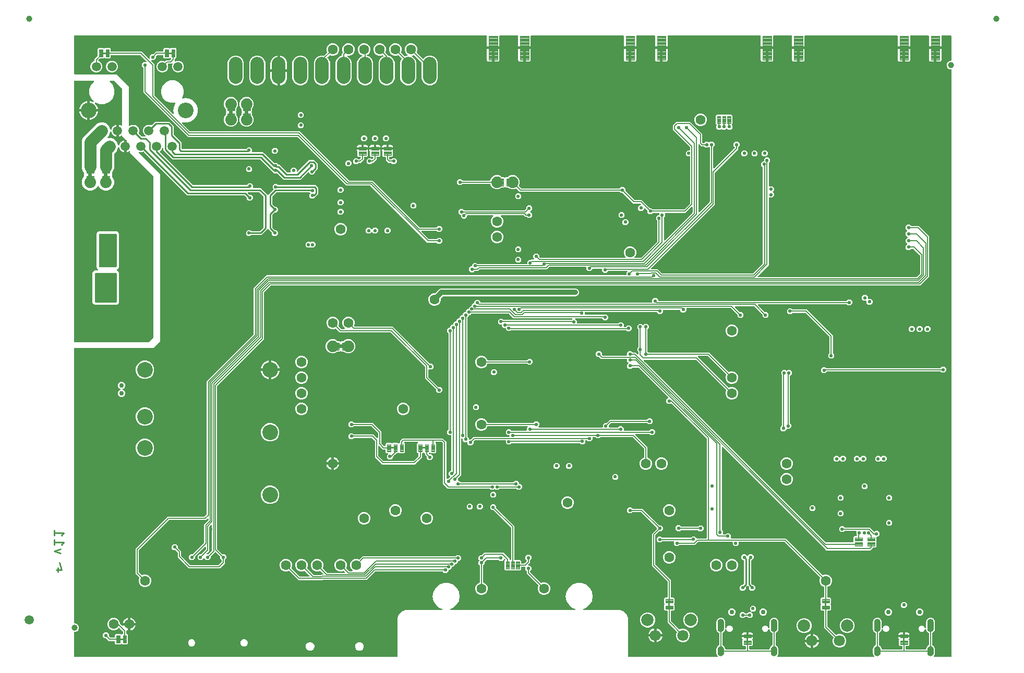
<source format=gbl>
G04 EAGLE Gerber RS-274X export*
G75*
%MOMM*%
%FSLAX34Y34*%
%LPD*%
%INBottom Copper*%
%IPPOS*%
%AMOC8*
5,1,8,0,0,1.08239X$1,22.5*%
G01*
%ADD10C,0.279400*%
%ADD11C,1.000000*%
%ADD12C,0.654000*%
%ADD13C,0.099059*%
%ADD14C,0.101600*%
%ADD15C,1.600000*%
%ADD16C,0.105000*%
%ADD17C,2.550000*%
%ADD18C,1.500000*%
%ADD19C,1.879600*%
%ADD20C,1.800000*%
%ADD21C,2.000000*%
%ADD22C,2.200000*%
%ADD23C,2.540000*%
%ADD24C,0.554000*%
%ADD25C,0.152400*%
%ADD26C,0.754000*%
%ADD27C,0.266700*%
%ADD28C,1.905000*%
%ADD29C,0.228600*%
%ADD30C,0.812800*%

G36*
X570669Y3057D02*
X570669Y3057D01*
X570727Y3055D01*
X570809Y3077D01*
X570893Y3089D01*
X570946Y3112D01*
X571002Y3127D01*
X571075Y3170D01*
X571152Y3205D01*
X571197Y3243D01*
X571247Y3272D01*
X571305Y3334D01*
X571369Y3388D01*
X571401Y3437D01*
X571441Y3480D01*
X571480Y3555D01*
X571527Y3625D01*
X571544Y3681D01*
X571571Y3733D01*
X571582Y3801D01*
X571612Y3896D01*
X571615Y3996D01*
X571626Y4064D01*
X571626Y66633D01*
X574024Y72421D01*
X578454Y76851D01*
X584242Y79249D01*
X643400Y79249D01*
X643507Y79264D01*
X643614Y79272D01*
X643647Y79284D01*
X643681Y79289D01*
X643780Y79333D01*
X643881Y79370D01*
X643909Y79391D01*
X643941Y79405D01*
X644023Y79475D01*
X644110Y79538D01*
X644131Y79566D01*
X644158Y79588D01*
X644217Y79678D01*
X644283Y79764D01*
X644296Y79796D01*
X644315Y79825D01*
X644348Y79928D01*
X644387Y80028D01*
X644391Y80063D01*
X644401Y80096D01*
X644404Y80204D01*
X644414Y80311D01*
X644408Y80346D01*
X644408Y80380D01*
X644381Y80485D01*
X644361Y80591D01*
X644345Y80622D01*
X644337Y80655D01*
X644282Y80748D01*
X644233Y80844D01*
X644209Y80870D01*
X644191Y80900D01*
X644113Y80974D01*
X644039Y81053D01*
X644012Y81068D01*
X643984Y81094D01*
X643793Y81192D01*
X643747Y81218D01*
X639913Y82613D01*
X634080Y87508D01*
X630273Y94102D01*
X628951Y101600D01*
X630273Y109098D01*
X634080Y115692D01*
X639913Y120587D01*
X647068Y123191D01*
X654682Y123191D01*
X661837Y120587D01*
X667670Y115692D01*
X671477Y109098D01*
X672799Y101600D01*
X671477Y94102D01*
X667670Y87508D01*
X661837Y82613D01*
X658003Y81218D01*
X657908Y81167D01*
X657809Y81123D01*
X657783Y81101D01*
X657752Y81084D01*
X657675Y81009D01*
X657592Y80939D01*
X657573Y80911D01*
X657548Y80886D01*
X657494Y80793D01*
X657435Y80703D01*
X657424Y80670D01*
X657407Y80640D01*
X657381Y80535D01*
X657349Y80432D01*
X657348Y80397D01*
X657340Y80363D01*
X657344Y80256D01*
X657342Y80148D01*
X657350Y80114D01*
X657352Y80079D01*
X657386Y79977D01*
X657413Y79873D01*
X657431Y79843D01*
X657442Y79810D01*
X657504Y79721D01*
X657559Y79628D01*
X657584Y79604D01*
X657604Y79576D01*
X657687Y79507D01*
X657766Y79434D01*
X657797Y79418D01*
X657824Y79396D01*
X657923Y79353D01*
X658019Y79304D01*
X658050Y79299D01*
X658085Y79284D01*
X658298Y79258D01*
X658350Y79249D01*
X859300Y79249D01*
X859407Y79264D01*
X859514Y79272D01*
X859547Y79284D01*
X859581Y79289D01*
X859680Y79333D01*
X859781Y79370D01*
X859809Y79391D01*
X859841Y79405D01*
X859923Y79474D01*
X860010Y79538D01*
X860031Y79566D01*
X860058Y79588D01*
X860117Y79678D01*
X860183Y79764D01*
X860196Y79796D01*
X860215Y79825D01*
X860248Y79928D01*
X860287Y80028D01*
X860291Y80063D01*
X860301Y80096D01*
X860304Y80204D01*
X860314Y80311D01*
X860308Y80346D01*
X860308Y80380D01*
X860281Y80485D01*
X860261Y80591D01*
X860245Y80622D01*
X860237Y80655D01*
X860181Y80748D01*
X860133Y80844D01*
X860109Y80870D01*
X860091Y80900D01*
X860013Y80974D01*
X859939Y81053D01*
X859912Y81068D01*
X859884Y81094D01*
X859693Y81192D01*
X859647Y81218D01*
X855813Y82613D01*
X849980Y87508D01*
X846173Y94102D01*
X844851Y101600D01*
X846173Y109098D01*
X849980Y115692D01*
X855813Y120587D01*
X862968Y123191D01*
X870582Y123191D01*
X877737Y120587D01*
X883570Y115692D01*
X887377Y109098D01*
X888699Y101600D01*
X887377Y94102D01*
X883570Y87508D01*
X877737Y82613D01*
X873903Y81218D01*
X873808Y81167D01*
X873709Y81123D01*
X873683Y81101D01*
X873652Y81084D01*
X873575Y81009D01*
X873492Y80939D01*
X873473Y80911D01*
X873448Y80886D01*
X873394Y80793D01*
X873335Y80703D01*
X873324Y80670D01*
X873307Y80640D01*
X873281Y80535D01*
X873249Y80432D01*
X873248Y80397D01*
X873240Y80363D01*
X873244Y80256D01*
X873242Y80148D01*
X873250Y80114D01*
X873252Y80079D01*
X873286Y79977D01*
X873313Y79873D01*
X873331Y79843D01*
X873342Y79810D01*
X873404Y79721D01*
X873459Y79628D01*
X873484Y79604D01*
X873504Y79576D01*
X873587Y79507D01*
X873666Y79434D01*
X873697Y79418D01*
X873724Y79396D01*
X873823Y79353D01*
X873919Y79304D01*
X873950Y79299D01*
X873985Y79284D01*
X874198Y79258D01*
X874250Y79249D01*
X933408Y79249D01*
X939196Y76851D01*
X943626Y72421D01*
X946024Y66633D01*
X946024Y4064D01*
X946032Y4006D01*
X946030Y3948D01*
X946052Y3866D01*
X946064Y3782D01*
X946087Y3729D01*
X946102Y3673D01*
X946145Y3600D01*
X946180Y3523D01*
X946218Y3478D01*
X946247Y3428D01*
X946309Y3370D01*
X946363Y3306D01*
X946412Y3274D01*
X946455Y3234D01*
X946530Y3195D01*
X946600Y3148D01*
X946656Y3131D01*
X946708Y3104D01*
X946776Y3093D01*
X946871Y3063D01*
X946971Y3060D01*
X947039Y3049D01*
X1090565Y3049D01*
X1090623Y3057D01*
X1090681Y3055D01*
X1090763Y3077D01*
X1090847Y3089D01*
X1090900Y3112D01*
X1090956Y3127D01*
X1091029Y3170D01*
X1091106Y3205D01*
X1091151Y3242D01*
X1091200Y3272D01*
X1091259Y3334D01*
X1091323Y3388D01*
X1091355Y3437D01*
X1091395Y3479D01*
X1091434Y3554D01*
X1091481Y3625D01*
X1091498Y3680D01*
X1091525Y3732D01*
X1091541Y3815D01*
X1091567Y3896D01*
X1091568Y3954D01*
X1091579Y4011D01*
X1091572Y4096D01*
X1091574Y4180D01*
X1091559Y4236D01*
X1091554Y4294D01*
X1091527Y4358D01*
X1091502Y4455D01*
X1091451Y4541D01*
X1091425Y4604D01*
X1091158Y5029D01*
X1091062Y5143D01*
X1091016Y5207D01*
X1090521Y5702D01*
X1090290Y6363D01*
X1090226Y6486D01*
X1090221Y6496D01*
X1090191Y6568D01*
X1089818Y7161D01*
X1089740Y7857D01*
X1089703Y8002D01*
X1089689Y8079D01*
X1089512Y8585D01*
X1089518Y8621D01*
X1089548Y8715D01*
X1089551Y8816D01*
X1089562Y8884D01*
X1089562Y9376D01*
X1089553Y9440D01*
X1089556Y9490D01*
X1089473Y10225D01*
X1089485Y10246D01*
X1089493Y10276D01*
X1089507Y10303D01*
X1089520Y10380D01*
X1089556Y10521D01*
X1089554Y10585D01*
X1089562Y10634D01*
X1089562Y14466D01*
X1089558Y14496D01*
X1089560Y14527D01*
X1089538Y14637D01*
X1089522Y14747D01*
X1089510Y14775D01*
X1089504Y14805D01*
X1089472Y14863D01*
X1089556Y15610D01*
X1089554Y15675D01*
X1089562Y15724D01*
X1089562Y16216D01*
X1089554Y16275D01*
X1089555Y16334D01*
X1089536Y16400D01*
X1089522Y16497D01*
X1089513Y16518D01*
X1089689Y17021D01*
X1089718Y17167D01*
X1089740Y17243D01*
X1089818Y17939D01*
X1090191Y18532D01*
X1090252Y18668D01*
X1090290Y18737D01*
X1090521Y19398D01*
X1091016Y19893D01*
X1091106Y20013D01*
X1091158Y20071D01*
X1091531Y20664D01*
X1092124Y21037D01*
X1092238Y21133D01*
X1092302Y21179D01*
X1092797Y21674D01*
X1093170Y21805D01*
X1093197Y21819D01*
X1093226Y21826D01*
X1093323Y21884D01*
X1093423Y21935D01*
X1093445Y21956D01*
X1093471Y21971D01*
X1093548Y22054D01*
X1093629Y22131D01*
X1093645Y22157D01*
X1093665Y22179D01*
X1093717Y22279D01*
X1093774Y22376D01*
X1093781Y22405D01*
X1093795Y22432D01*
X1093808Y22509D01*
X1093844Y22651D01*
X1093842Y22715D01*
X1093850Y22763D01*
X1093850Y41637D01*
X1093846Y41667D01*
X1093848Y41697D01*
X1093843Y41724D01*
X1093844Y41745D01*
X1093825Y41816D01*
X1093810Y41919D01*
X1093798Y41946D01*
X1093792Y41976D01*
X1093774Y42010D01*
X1093772Y42020D01*
X1093751Y42054D01*
X1093740Y42076D01*
X1093694Y42178D01*
X1093675Y42201D01*
X1093661Y42228D01*
X1093627Y42263D01*
X1093627Y42264D01*
X1093623Y42267D01*
X1093583Y42309D01*
X1093511Y42395D01*
X1093485Y42412D01*
X1093464Y42434D01*
X1093419Y42458D01*
X1093419Y42459D01*
X1093417Y42460D01*
X1093396Y42471D01*
X1093274Y42553D01*
X1093213Y42572D01*
X1093170Y42595D01*
X1092797Y42726D01*
X1092302Y43221D01*
X1092182Y43311D01*
X1092124Y43363D01*
X1091531Y43736D01*
X1091158Y44329D01*
X1091062Y44443D01*
X1091016Y44507D01*
X1090521Y45002D01*
X1090290Y45663D01*
X1090221Y45796D01*
X1090191Y45868D01*
X1089818Y46461D01*
X1089740Y47157D01*
X1089703Y47302D01*
X1089689Y47379D01*
X1089512Y47885D01*
X1089518Y47921D01*
X1089548Y48015D01*
X1089551Y48116D01*
X1089562Y48184D01*
X1089562Y48676D01*
X1089553Y48740D01*
X1089556Y48790D01*
X1089473Y49525D01*
X1089485Y49546D01*
X1089493Y49576D01*
X1089507Y49603D01*
X1089520Y49680D01*
X1089556Y49821D01*
X1089554Y49885D01*
X1089562Y49934D01*
X1089562Y58766D01*
X1089558Y58796D01*
X1089560Y58827D01*
X1089538Y58937D01*
X1089522Y59047D01*
X1089510Y59075D01*
X1089504Y59106D01*
X1089472Y59163D01*
X1089556Y59910D01*
X1089554Y59975D01*
X1089562Y60024D01*
X1089562Y60516D01*
X1089554Y60575D01*
X1089555Y60634D01*
X1089536Y60700D01*
X1089522Y60797D01*
X1089513Y60818D01*
X1089689Y61321D01*
X1089718Y61467D01*
X1089740Y61543D01*
X1089818Y62239D01*
X1090191Y62832D01*
X1090252Y62968D01*
X1090290Y63037D01*
X1090521Y63698D01*
X1091016Y64193D01*
X1091106Y64312D01*
X1091158Y64371D01*
X1091531Y64964D01*
X1092124Y65337D01*
X1092238Y65433D01*
X1092302Y65479D01*
X1092797Y65974D01*
X1093458Y66205D01*
X1093591Y66274D01*
X1093663Y66304D01*
X1094256Y66677D01*
X1094952Y66755D01*
X1095097Y66792D01*
X1095174Y66806D01*
X1095835Y67037D01*
X1096531Y66959D01*
X1096681Y66963D01*
X1096759Y66959D01*
X1097455Y67037D01*
X1098116Y66806D01*
X1098262Y66777D01*
X1098338Y66755D01*
X1099034Y66677D01*
X1099627Y66304D01*
X1099763Y66243D01*
X1099832Y66205D01*
X1100493Y65974D01*
X1100988Y65479D01*
X1101107Y65389D01*
X1101166Y65337D01*
X1101759Y64964D01*
X1102132Y64371D01*
X1102228Y64257D01*
X1102274Y64193D01*
X1102769Y63698D01*
X1103000Y63037D01*
X1103069Y62904D01*
X1103099Y62832D01*
X1103472Y62239D01*
X1103550Y61543D01*
X1103587Y61398D01*
X1103601Y61321D01*
X1103778Y60815D01*
X1103772Y60779D01*
X1103742Y60685D01*
X1103739Y60584D01*
X1103728Y60516D01*
X1103728Y60024D01*
X1103737Y59960D01*
X1103734Y59910D01*
X1103817Y59175D01*
X1103805Y59154D01*
X1103797Y59124D01*
X1103783Y59097D01*
X1103770Y59020D01*
X1103734Y58879D01*
X1103736Y58815D01*
X1103728Y58766D01*
X1103728Y50583D01*
X1103740Y50498D01*
X1103742Y50412D01*
X1103760Y50357D01*
X1103768Y50301D01*
X1103803Y50223D01*
X1103829Y50141D01*
X1103861Y50094D01*
X1103884Y50042D01*
X1103939Y49976D01*
X1103987Y49905D01*
X1104031Y49868D01*
X1104067Y49825D01*
X1104139Y49777D01*
X1104205Y49722D01*
X1104257Y49699D01*
X1104304Y49667D01*
X1104386Y49641D01*
X1104465Y49606D01*
X1104521Y49599D01*
X1104575Y49581D01*
X1104661Y49579D01*
X1104746Y49567D01*
X1104802Y49576D01*
X1104859Y49574D01*
X1104942Y49596D01*
X1105028Y49608D01*
X1105079Y49632D01*
X1105134Y49646D01*
X1105208Y49690D01*
X1105287Y49725D01*
X1105330Y49762D01*
X1105379Y49791D01*
X1105438Y49854D01*
X1105503Y49909D01*
X1105529Y49951D01*
X1105573Y49998D01*
X1105639Y50128D01*
X1105681Y50194D01*
X1106447Y52042D01*
X1107933Y53528D01*
X1109874Y54333D01*
X1111976Y54333D01*
X1113917Y53528D01*
X1115403Y52042D01*
X1116208Y50101D01*
X1116208Y47999D01*
X1115403Y46058D01*
X1113917Y44572D01*
X1111976Y43767D01*
X1109874Y43767D01*
X1107933Y44572D01*
X1106447Y46058D01*
X1105671Y47930D01*
X1105642Y47979D01*
X1105621Y48033D01*
X1105570Y48101D01*
X1105527Y48175D01*
X1105485Y48214D01*
X1105450Y48260D01*
X1105382Y48311D01*
X1105320Y48370D01*
X1105268Y48396D01*
X1105222Y48431D01*
X1105143Y48461D01*
X1105067Y48500D01*
X1105010Y48511D01*
X1104956Y48532D01*
X1104872Y48538D01*
X1104788Y48555D01*
X1104731Y48550D01*
X1104673Y48555D01*
X1104590Y48538D01*
X1104505Y48530D01*
X1104451Y48510D01*
X1104394Y48498D01*
X1104319Y48459D01*
X1104240Y48428D01*
X1104194Y48394D01*
X1104142Y48367D01*
X1104081Y48308D01*
X1104013Y48257D01*
X1103978Y48211D01*
X1103937Y48171D01*
X1103903Y48110D01*
X1103843Y48029D01*
X1103808Y47937D01*
X1103775Y47877D01*
X1103601Y47379D01*
X1103572Y47233D01*
X1103550Y47157D01*
X1103472Y46461D01*
X1103099Y45868D01*
X1103038Y45732D01*
X1103000Y45663D01*
X1102769Y45002D01*
X1102274Y44507D01*
X1102184Y44388D01*
X1102132Y44329D01*
X1101759Y43736D01*
X1101388Y43503D01*
X1101166Y43363D01*
X1101052Y43267D01*
X1100988Y43221D01*
X1100493Y42726D01*
X1100120Y42595D01*
X1100093Y42581D01*
X1100064Y42574D01*
X1099967Y42516D01*
X1099867Y42465D01*
X1099845Y42444D01*
X1099819Y42429D01*
X1099742Y42347D01*
X1099661Y42269D01*
X1099645Y42243D01*
X1099625Y42221D01*
X1099573Y42121D01*
X1099558Y42095D01*
X1099539Y42067D01*
X1099537Y42059D01*
X1099517Y42024D01*
X1099509Y41995D01*
X1099495Y41968D01*
X1099482Y41891D01*
X1099476Y41868D01*
X1099454Y41796D01*
X1099453Y41777D01*
X1099446Y41749D01*
X1099448Y41685D01*
X1099440Y41637D01*
X1099440Y22763D01*
X1099444Y22733D01*
X1099442Y22703D01*
X1099464Y22593D01*
X1099480Y22481D01*
X1099492Y22454D01*
X1099498Y22424D01*
X1099550Y22324D01*
X1099596Y22222D01*
X1099615Y22199D01*
X1099629Y22172D01*
X1099707Y22091D01*
X1099779Y22005D01*
X1099805Y21988D01*
X1099826Y21966D01*
X1099894Y21929D01*
X1100016Y21847D01*
X1100077Y21828D01*
X1100120Y21805D01*
X1100493Y21674D01*
X1100988Y21179D01*
X1101107Y21089D01*
X1101166Y21037D01*
X1101759Y20664D01*
X1102132Y20071D01*
X1102228Y19957D01*
X1102274Y19893D01*
X1102769Y19398D01*
X1103000Y18737D01*
X1103069Y18604D01*
X1103099Y18532D01*
X1103472Y17939D01*
X1103550Y17243D01*
X1103587Y17098D01*
X1103601Y17021D01*
X1103783Y16499D01*
X1103784Y16497D01*
X1103785Y16495D01*
X1103809Y16427D01*
X1103807Y16377D01*
X1103804Y16246D01*
X1103804Y16245D01*
X1103804Y16244D01*
X1103842Y16098D01*
X1103875Y15970D01*
X1103876Y15969D01*
X1103945Y15852D01*
X1104020Y15726D01*
X1104020Y15725D01*
X1104021Y15724D01*
X1104129Y15623D01*
X1104227Y15531D01*
X1104227Y15530D01*
X1104228Y15530D01*
X1104354Y15465D01*
X1104479Y15401D01*
X1104480Y15401D01*
X1104481Y15400D01*
X1104491Y15399D01*
X1104758Y15346D01*
X1104788Y15349D01*
X1104812Y15345D01*
X1136015Y15345D01*
X1136073Y15353D01*
X1136131Y15351D01*
X1136213Y15373D01*
X1136297Y15385D01*
X1136350Y15408D01*
X1136406Y15423D01*
X1136479Y15466D01*
X1136556Y15501D01*
X1136601Y15539D01*
X1136651Y15568D01*
X1136709Y15630D01*
X1136773Y15684D01*
X1136805Y15733D01*
X1136845Y15776D01*
X1136884Y15851D01*
X1136931Y15921D01*
X1136948Y15977D01*
X1136975Y16029D01*
X1136986Y16097D01*
X1137016Y16192D01*
X1137019Y16292D01*
X1137030Y16360D01*
X1137030Y20193D01*
X1137022Y20251D01*
X1137024Y20309D01*
X1137002Y20391D01*
X1136990Y20475D01*
X1136967Y20528D01*
X1136952Y20584D01*
X1136909Y20657D01*
X1136874Y20734D01*
X1136836Y20779D01*
X1136807Y20829D01*
X1136745Y20887D01*
X1136691Y20951D01*
X1136642Y20983D01*
X1136599Y21023D01*
X1136524Y21062D01*
X1136454Y21109D01*
X1136398Y21126D01*
X1136346Y21153D01*
X1136278Y21164D01*
X1136183Y21194D01*
X1136083Y21197D01*
X1136015Y21208D01*
X1132923Y21208D01*
X1131442Y22689D01*
X1131442Y30397D01*
X1131718Y30673D01*
X1131753Y30720D01*
X1131796Y30760D01*
X1131839Y30833D01*
X1131889Y30900D01*
X1131910Y30955D01*
X1131940Y31005D01*
X1131960Y31087D01*
X1131990Y31166D01*
X1131995Y31224D01*
X1132010Y31281D01*
X1132007Y31365D01*
X1132014Y31449D01*
X1132002Y31506D01*
X1132001Y31565D01*
X1131975Y31645D01*
X1131958Y31728D01*
X1131931Y31780D01*
X1131913Y31835D01*
X1131873Y31892D01*
X1131827Y31980D01*
X1131758Y32052D01*
X1131718Y32109D01*
X1131541Y32286D01*
X1131141Y32978D01*
X1130934Y33751D01*
X1130934Y35307D01*
X1138492Y35307D01*
X1138492Y24765D01*
X1138504Y24746D01*
X1138508Y24724D01*
X1138523Y24717D01*
X1138529Y24708D01*
X1138539Y24709D01*
X1138555Y24702D01*
X1141095Y24702D01*
X1141114Y24714D01*
X1141136Y24718D01*
X1141143Y24733D01*
X1141152Y24739D01*
X1141151Y24749D01*
X1141158Y24765D01*
X1141158Y35307D01*
X1148716Y35307D01*
X1148716Y33751D01*
X1148509Y32978D01*
X1148109Y32286D01*
X1147932Y32109D01*
X1147897Y32062D01*
X1147854Y32022D01*
X1147811Y31949D01*
X1147761Y31882D01*
X1147740Y31827D01*
X1147710Y31776D01*
X1147690Y31695D01*
X1147660Y31616D01*
X1147655Y31558D01*
X1147640Y31501D01*
X1147643Y31417D01*
X1147636Y31333D01*
X1147648Y31275D01*
X1147649Y31217D01*
X1147675Y31136D01*
X1147692Y31054D01*
X1147719Y31002D01*
X1147737Y30946D01*
X1147777Y30890D01*
X1147823Y30801D01*
X1147892Y30729D01*
X1147932Y30673D01*
X1148208Y30397D01*
X1148208Y22689D01*
X1146727Y21208D01*
X1143635Y21208D01*
X1143577Y21200D01*
X1143519Y21202D01*
X1143437Y21180D01*
X1143353Y21168D01*
X1143300Y21145D01*
X1143244Y21130D01*
X1143171Y21087D01*
X1143094Y21052D01*
X1143049Y21014D01*
X1142999Y20985D01*
X1142941Y20923D01*
X1142877Y20869D01*
X1142845Y20820D01*
X1142805Y20777D01*
X1142766Y20702D01*
X1142719Y20632D01*
X1142702Y20576D01*
X1142675Y20524D01*
X1142664Y20456D01*
X1142634Y20361D01*
X1142631Y20261D01*
X1142620Y20193D01*
X1142620Y16360D01*
X1142628Y16302D01*
X1142626Y16244D01*
X1142648Y16162D01*
X1142660Y16078D01*
X1142683Y16025D01*
X1142698Y15969D01*
X1142741Y15896D01*
X1142776Y15819D01*
X1142814Y15774D01*
X1142843Y15724D01*
X1142905Y15666D01*
X1142959Y15602D01*
X1143008Y15570D01*
X1143051Y15530D01*
X1143126Y15491D01*
X1143196Y15444D01*
X1143252Y15427D01*
X1143304Y15400D01*
X1143372Y15389D01*
X1143467Y15359D01*
X1143567Y15356D01*
X1143635Y15345D01*
X1174838Y15345D01*
X1174839Y15345D01*
X1174840Y15345D01*
X1174980Y15365D01*
X1175119Y15385D01*
X1175120Y15385D01*
X1175121Y15385D01*
X1175247Y15442D01*
X1175379Y15501D01*
X1175379Y15502D01*
X1175380Y15502D01*
X1175488Y15594D01*
X1175596Y15684D01*
X1175596Y15685D01*
X1175597Y15686D01*
X1175677Y15807D01*
X1175753Y15921D01*
X1175753Y15922D01*
X1175754Y15923D01*
X1175797Y16061D01*
X1175839Y16192D01*
X1175839Y16193D01*
X1175839Y16194D01*
X1175843Y16334D01*
X1175845Y16438D01*
X1175865Y16495D01*
X1175866Y16498D01*
X1175867Y16499D01*
X1176049Y17021D01*
X1176078Y17167D01*
X1176100Y17243D01*
X1176178Y17939D01*
X1176551Y18532D01*
X1176612Y18668D01*
X1176650Y18737D01*
X1176881Y19398D01*
X1177376Y19893D01*
X1177466Y20012D01*
X1177518Y20071D01*
X1177891Y20664D01*
X1178484Y21037D01*
X1178598Y21133D01*
X1178662Y21179D01*
X1179157Y21674D01*
X1179530Y21805D01*
X1179557Y21819D01*
X1179586Y21826D01*
X1179683Y21884D01*
X1179783Y21935D01*
X1179805Y21956D01*
X1179831Y21971D01*
X1179908Y22054D01*
X1179989Y22131D01*
X1180005Y22157D01*
X1180025Y22179D01*
X1180077Y22279D01*
X1180134Y22376D01*
X1180141Y22405D01*
X1180155Y22432D01*
X1180168Y22509D01*
X1180204Y22651D01*
X1180202Y22715D01*
X1180210Y22763D01*
X1180210Y41637D01*
X1180206Y41667D01*
X1180208Y41697D01*
X1180203Y41724D01*
X1180204Y41745D01*
X1180185Y41816D01*
X1180170Y41919D01*
X1180158Y41946D01*
X1180152Y41976D01*
X1180134Y42010D01*
X1180132Y42020D01*
X1180111Y42054D01*
X1180100Y42076D01*
X1180054Y42178D01*
X1180035Y42201D01*
X1180021Y42228D01*
X1179987Y42263D01*
X1179987Y42264D01*
X1179983Y42267D01*
X1179943Y42309D01*
X1179871Y42395D01*
X1179845Y42412D01*
X1179824Y42434D01*
X1179779Y42458D01*
X1179779Y42459D01*
X1179778Y42459D01*
X1179756Y42471D01*
X1179634Y42553D01*
X1179573Y42572D01*
X1179530Y42595D01*
X1179157Y42726D01*
X1178662Y43221D01*
X1178542Y43311D01*
X1178484Y43363D01*
X1177891Y43736D01*
X1177518Y44329D01*
X1177422Y44443D01*
X1177376Y44507D01*
X1176881Y45002D01*
X1176650Y45663D01*
X1176581Y45796D01*
X1176551Y45868D01*
X1176178Y46461D01*
X1176100Y47157D01*
X1176063Y47302D01*
X1176049Y47379D01*
X1175875Y47876D01*
X1175849Y47928D01*
X1175831Y47983D01*
X1175784Y48054D01*
X1175745Y48129D01*
X1175705Y48171D01*
X1175673Y48219D01*
X1175608Y48274D01*
X1175549Y48335D01*
X1175499Y48365D01*
X1175455Y48402D01*
X1175377Y48437D01*
X1175304Y48480D01*
X1175248Y48494D01*
X1175195Y48517D01*
X1175111Y48529D01*
X1175029Y48550D01*
X1174971Y48548D01*
X1174914Y48556D01*
X1174830Y48544D01*
X1174745Y48542D01*
X1174690Y48524D01*
X1174632Y48516D01*
X1174555Y48481D01*
X1174474Y48455D01*
X1174426Y48422D01*
X1174373Y48399D01*
X1174309Y48344D01*
X1174238Y48296D01*
X1174201Y48252D01*
X1174157Y48214D01*
X1174120Y48155D01*
X1174055Y48078D01*
X1174015Y47988D01*
X1173979Y47930D01*
X1173203Y46058D01*
X1171717Y44572D01*
X1169776Y43767D01*
X1167674Y43767D01*
X1165733Y44572D01*
X1164247Y46058D01*
X1163442Y47999D01*
X1163442Y50101D01*
X1164247Y52042D01*
X1165733Y53528D01*
X1167674Y54333D01*
X1169776Y54333D01*
X1171717Y53528D01*
X1173203Y52042D01*
X1173969Y50194D01*
X1174013Y50120D01*
X1174048Y50042D01*
X1174085Y49998D01*
X1174114Y49949D01*
X1174176Y49890D01*
X1174232Y49825D01*
X1174279Y49793D01*
X1174320Y49754D01*
X1174397Y49715D01*
X1174468Y49667D01*
X1174522Y49650D01*
X1174573Y49624D01*
X1174657Y49607D01*
X1174739Y49581D01*
X1174796Y49580D01*
X1174852Y49569D01*
X1174937Y49576D01*
X1175023Y49574D01*
X1175078Y49588D01*
X1175135Y49593D01*
X1175215Y49624D01*
X1175298Y49646D01*
X1175347Y49675D01*
X1175400Y49695D01*
X1175469Y49747D01*
X1175543Y49791D01*
X1175582Y49833D01*
X1175627Y49867D01*
X1175678Y49936D01*
X1175737Y49998D01*
X1175763Y50049D01*
X1175797Y50095D01*
X1175828Y50175D01*
X1175867Y50252D01*
X1175875Y50300D01*
X1175898Y50361D01*
X1175909Y50505D01*
X1175922Y50583D01*
X1175922Y58766D01*
X1175918Y58796D01*
X1175920Y58827D01*
X1175898Y58937D01*
X1175882Y59047D01*
X1175870Y59075D01*
X1175864Y59106D01*
X1175832Y59163D01*
X1175916Y59910D01*
X1175914Y59975D01*
X1175922Y60024D01*
X1175922Y60516D01*
X1175914Y60575D01*
X1175915Y60634D01*
X1175896Y60700D01*
X1175882Y60797D01*
X1175873Y60818D01*
X1176049Y61321D01*
X1176078Y61467D01*
X1176100Y61543D01*
X1176178Y62239D01*
X1176551Y62832D01*
X1176612Y62968D01*
X1176650Y63037D01*
X1176881Y63698D01*
X1177376Y64193D01*
X1177466Y64312D01*
X1177518Y64371D01*
X1177891Y64964D01*
X1178484Y65337D01*
X1178598Y65433D01*
X1178662Y65479D01*
X1179157Y65974D01*
X1179818Y66205D01*
X1179951Y66274D01*
X1180023Y66304D01*
X1180616Y66677D01*
X1181312Y66755D01*
X1181457Y66792D01*
X1181534Y66806D01*
X1182195Y67037D01*
X1182891Y66959D01*
X1183041Y66963D01*
X1183119Y66959D01*
X1183815Y67037D01*
X1184476Y66806D01*
X1184622Y66777D01*
X1184698Y66755D01*
X1185394Y66677D01*
X1185987Y66304D01*
X1186123Y66243D01*
X1186192Y66205D01*
X1186853Y65974D01*
X1187348Y65479D01*
X1187467Y65389D01*
X1187526Y65337D01*
X1188119Y64964D01*
X1188492Y64371D01*
X1188588Y64257D01*
X1188634Y64193D01*
X1189129Y63698D01*
X1189360Y63037D01*
X1189429Y62904D01*
X1189459Y62832D01*
X1189832Y62239D01*
X1189910Y61543D01*
X1189947Y61398D01*
X1189961Y61321D01*
X1190138Y60815D01*
X1190132Y60779D01*
X1190102Y60685D01*
X1190099Y60584D01*
X1190088Y60516D01*
X1190088Y60024D01*
X1190097Y59960D01*
X1190094Y59910D01*
X1190177Y59175D01*
X1190165Y59154D01*
X1190157Y59124D01*
X1190143Y59097D01*
X1190130Y59020D01*
X1190094Y58879D01*
X1190096Y58815D01*
X1190088Y58766D01*
X1190088Y49934D01*
X1190092Y49904D01*
X1190090Y49873D01*
X1190112Y49763D01*
X1190128Y49653D01*
X1190140Y49625D01*
X1190146Y49594D01*
X1190178Y49537D01*
X1190094Y48790D01*
X1190096Y48725D01*
X1190088Y48676D01*
X1190088Y48184D01*
X1190096Y48125D01*
X1190095Y48066D01*
X1190114Y48000D01*
X1190128Y47903D01*
X1190137Y47882D01*
X1189961Y47379D01*
X1189932Y47233D01*
X1189910Y47157D01*
X1189832Y46461D01*
X1189459Y45868D01*
X1189398Y45732D01*
X1189360Y45663D01*
X1189129Y45002D01*
X1188634Y44507D01*
X1188544Y44388D01*
X1188492Y44329D01*
X1188119Y43736D01*
X1187748Y43503D01*
X1187526Y43363D01*
X1187412Y43267D01*
X1187348Y43221D01*
X1186853Y42726D01*
X1186480Y42595D01*
X1186453Y42581D01*
X1186424Y42574D01*
X1186327Y42516D01*
X1186227Y42465D01*
X1186205Y42444D01*
X1186179Y42429D01*
X1186102Y42347D01*
X1186021Y42269D01*
X1186005Y42243D01*
X1185985Y42221D01*
X1185933Y42121D01*
X1185918Y42095D01*
X1185899Y42067D01*
X1185897Y42059D01*
X1185877Y42024D01*
X1185869Y41995D01*
X1185855Y41968D01*
X1185842Y41891D01*
X1185836Y41867D01*
X1185814Y41796D01*
X1185813Y41778D01*
X1185806Y41749D01*
X1185808Y41685D01*
X1185800Y41637D01*
X1185800Y22763D01*
X1185804Y22733D01*
X1185802Y22703D01*
X1185824Y22593D01*
X1185840Y22481D01*
X1185852Y22454D01*
X1185858Y22424D01*
X1185910Y22325D01*
X1185956Y22222D01*
X1185975Y22199D01*
X1185989Y22172D01*
X1186067Y22091D01*
X1186139Y22005D01*
X1186165Y21988D01*
X1186186Y21966D01*
X1186254Y21929D01*
X1186376Y21847D01*
X1186437Y21828D01*
X1186480Y21805D01*
X1186853Y21674D01*
X1187348Y21179D01*
X1187467Y21089D01*
X1187526Y21037D01*
X1188119Y20664D01*
X1188492Y20071D01*
X1188588Y19957D01*
X1188634Y19893D01*
X1189129Y19398D01*
X1189360Y18737D01*
X1189429Y18604D01*
X1189459Y18532D01*
X1189832Y17939D01*
X1189910Y17243D01*
X1189947Y17098D01*
X1189961Y17021D01*
X1190138Y16515D01*
X1190132Y16479D01*
X1190102Y16385D01*
X1190099Y16284D01*
X1190088Y16216D01*
X1190088Y15724D01*
X1190097Y15660D01*
X1190094Y15610D01*
X1190177Y14875D01*
X1190165Y14854D01*
X1190157Y14824D01*
X1190143Y14797D01*
X1190130Y14720D01*
X1190094Y14579D01*
X1190096Y14515D01*
X1190088Y14466D01*
X1190088Y10634D01*
X1190092Y10604D01*
X1190090Y10573D01*
X1190112Y10463D01*
X1190128Y10353D01*
X1190140Y10325D01*
X1190146Y10294D01*
X1190178Y10237D01*
X1190094Y9490D01*
X1190096Y9425D01*
X1190088Y9376D01*
X1190088Y8884D01*
X1190096Y8825D01*
X1190095Y8766D01*
X1190114Y8700D01*
X1190128Y8603D01*
X1190137Y8582D01*
X1189961Y8079D01*
X1189932Y7933D01*
X1189910Y7857D01*
X1189832Y7161D01*
X1189459Y6568D01*
X1189398Y6432D01*
X1189360Y6363D01*
X1189129Y5702D01*
X1188634Y5207D01*
X1188544Y5088D01*
X1188492Y5029D01*
X1188225Y4604D01*
X1188201Y4551D01*
X1188169Y4503D01*
X1188144Y4422D01*
X1188109Y4345D01*
X1188101Y4287D01*
X1188083Y4232D01*
X1188081Y4147D01*
X1188069Y4063D01*
X1188078Y4006D01*
X1188076Y3948D01*
X1188098Y3866D01*
X1188109Y3782D01*
X1188133Y3729D01*
X1188148Y3673D01*
X1188191Y3600D01*
X1188226Y3522D01*
X1188264Y3478D01*
X1188293Y3428D01*
X1188355Y3370D01*
X1188410Y3305D01*
X1188458Y3273D01*
X1188500Y3234D01*
X1188576Y3195D01*
X1188647Y3148D01*
X1188702Y3131D01*
X1188754Y3104D01*
X1188822Y3093D01*
X1188918Y3063D01*
X1189017Y3060D01*
X1189085Y3049D01*
X1344565Y3049D01*
X1344623Y3057D01*
X1344681Y3055D01*
X1344763Y3077D01*
X1344847Y3089D01*
X1344900Y3112D01*
X1344956Y3127D01*
X1345029Y3170D01*
X1345106Y3205D01*
X1345151Y3242D01*
X1345200Y3272D01*
X1345259Y3334D01*
X1345323Y3388D01*
X1345355Y3437D01*
X1345395Y3479D01*
X1345434Y3554D01*
X1345481Y3625D01*
X1345498Y3680D01*
X1345525Y3732D01*
X1345541Y3815D01*
X1345567Y3896D01*
X1345568Y3954D01*
X1345579Y4011D01*
X1345572Y4096D01*
X1345574Y4180D01*
X1345559Y4236D01*
X1345554Y4294D01*
X1345527Y4358D01*
X1345502Y4455D01*
X1345451Y4541D01*
X1345425Y4604D01*
X1345158Y5029D01*
X1345062Y5143D01*
X1345016Y5207D01*
X1344521Y5702D01*
X1344290Y6363D01*
X1344226Y6486D01*
X1344221Y6496D01*
X1344191Y6568D01*
X1343818Y7161D01*
X1343740Y7857D01*
X1343703Y8002D01*
X1343689Y8079D01*
X1343512Y8585D01*
X1343518Y8621D01*
X1343548Y8715D01*
X1343551Y8816D01*
X1343562Y8884D01*
X1343562Y9376D01*
X1343553Y9440D01*
X1343556Y9490D01*
X1343473Y10225D01*
X1343485Y10246D01*
X1343493Y10276D01*
X1343507Y10303D01*
X1343520Y10380D01*
X1343556Y10521D01*
X1343554Y10585D01*
X1343562Y10634D01*
X1343562Y14466D01*
X1343558Y14496D01*
X1343560Y14527D01*
X1343538Y14637D01*
X1343522Y14747D01*
X1343510Y14775D01*
X1343504Y14805D01*
X1343472Y14863D01*
X1343556Y15610D01*
X1343554Y15675D01*
X1343562Y15724D01*
X1343562Y16216D01*
X1343554Y16275D01*
X1343555Y16334D01*
X1343536Y16400D01*
X1343522Y16497D01*
X1343513Y16518D01*
X1343689Y17021D01*
X1343718Y17167D01*
X1343740Y17243D01*
X1343818Y17939D01*
X1344191Y18532D01*
X1344252Y18668D01*
X1344290Y18737D01*
X1344521Y19398D01*
X1345016Y19893D01*
X1345106Y20013D01*
X1345158Y20071D01*
X1345531Y20664D01*
X1346124Y21037D01*
X1346238Y21133D01*
X1346302Y21179D01*
X1346797Y21674D01*
X1347170Y21805D01*
X1347197Y21819D01*
X1347226Y21826D01*
X1347323Y21884D01*
X1347423Y21935D01*
X1347445Y21956D01*
X1347471Y21971D01*
X1347548Y22054D01*
X1347629Y22131D01*
X1347645Y22157D01*
X1347665Y22179D01*
X1347717Y22279D01*
X1347774Y22376D01*
X1347781Y22405D01*
X1347795Y22432D01*
X1347808Y22509D01*
X1347844Y22651D01*
X1347842Y22715D01*
X1347850Y22763D01*
X1347850Y41637D01*
X1347846Y41667D01*
X1347848Y41697D01*
X1347843Y41724D01*
X1347844Y41745D01*
X1347825Y41816D01*
X1347810Y41919D01*
X1347798Y41946D01*
X1347792Y41976D01*
X1347774Y42010D01*
X1347772Y42020D01*
X1347751Y42054D01*
X1347740Y42076D01*
X1347694Y42178D01*
X1347675Y42201D01*
X1347661Y42228D01*
X1347627Y42263D01*
X1347627Y42264D01*
X1347623Y42267D01*
X1347583Y42309D01*
X1347511Y42395D01*
X1347485Y42412D01*
X1347464Y42434D01*
X1347419Y42458D01*
X1347419Y42459D01*
X1347417Y42460D01*
X1347396Y42471D01*
X1347274Y42553D01*
X1347213Y42572D01*
X1347170Y42595D01*
X1346797Y42726D01*
X1346302Y43221D01*
X1346182Y43311D01*
X1346124Y43363D01*
X1345531Y43736D01*
X1345158Y44329D01*
X1345062Y44443D01*
X1345016Y44507D01*
X1344521Y45002D01*
X1344290Y45663D01*
X1344221Y45796D01*
X1344191Y45868D01*
X1343818Y46461D01*
X1343740Y47157D01*
X1343703Y47302D01*
X1343689Y47379D01*
X1343512Y47885D01*
X1343518Y47921D01*
X1343548Y48015D01*
X1343551Y48116D01*
X1343562Y48184D01*
X1343562Y48676D01*
X1343553Y48740D01*
X1343556Y48790D01*
X1343473Y49525D01*
X1343485Y49546D01*
X1343493Y49576D01*
X1343507Y49603D01*
X1343520Y49680D01*
X1343556Y49821D01*
X1343554Y49885D01*
X1343562Y49934D01*
X1343562Y58766D01*
X1343558Y58796D01*
X1343560Y58827D01*
X1343538Y58937D01*
X1343522Y59047D01*
X1343510Y59075D01*
X1343504Y59106D01*
X1343472Y59163D01*
X1343556Y59910D01*
X1343554Y59975D01*
X1343562Y60024D01*
X1343562Y60516D01*
X1343554Y60575D01*
X1343555Y60634D01*
X1343536Y60700D01*
X1343522Y60797D01*
X1343513Y60818D01*
X1343689Y61321D01*
X1343718Y61467D01*
X1343740Y61543D01*
X1343818Y62239D01*
X1344191Y62832D01*
X1344252Y62968D01*
X1344290Y63037D01*
X1344521Y63698D01*
X1345016Y64193D01*
X1345106Y64312D01*
X1345158Y64371D01*
X1345531Y64964D01*
X1345803Y65135D01*
X1346124Y65337D01*
X1346238Y65433D01*
X1346302Y65479D01*
X1346797Y65974D01*
X1347458Y66205D01*
X1347591Y66274D01*
X1347663Y66304D01*
X1348256Y66677D01*
X1348952Y66755D01*
X1349097Y66792D01*
X1349174Y66806D01*
X1349835Y67037D01*
X1350531Y66959D01*
X1350681Y66963D01*
X1350759Y66959D01*
X1351455Y67037D01*
X1352116Y66806D01*
X1352262Y66777D01*
X1352338Y66755D01*
X1353034Y66677D01*
X1353627Y66304D01*
X1353763Y66243D01*
X1353832Y66205D01*
X1354493Y65974D01*
X1354988Y65479D01*
X1355107Y65389D01*
X1355166Y65337D01*
X1355759Y64964D01*
X1356132Y64371D01*
X1356228Y64257D01*
X1356274Y64193D01*
X1356769Y63698D01*
X1357000Y63037D01*
X1357069Y62904D01*
X1357099Y62832D01*
X1357472Y62239D01*
X1357550Y61543D01*
X1357587Y61398D01*
X1357601Y61321D01*
X1357778Y60815D01*
X1357772Y60779D01*
X1357742Y60685D01*
X1357739Y60584D01*
X1357728Y60516D01*
X1357728Y60024D01*
X1357737Y59960D01*
X1357734Y59910D01*
X1357817Y59175D01*
X1357805Y59154D01*
X1357797Y59124D01*
X1357783Y59097D01*
X1357770Y59020D01*
X1357734Y58879D01*
X1357736Y58815D01*
X1357728Y58766D01*
X1357728Y50583D01*
X1357740Y50498D01*
X1357742Y50412D01*
X1357760Y50357D01*
X1357768Y50301D01*
X1357803Y50223D01*
X1357829Y50141D01*
X1357861Y50094D01*
X1357884Y50042D01*
X1357939Y49976D01*
X1357987Y49905D01*
X1358031Y49868D01*
X1358067Y49825D01*
X1358139Y49777D01*
X1358205Y49722D01*
X1358257Y49699D01*
X1358304Y49667D01*
X1358386Y49641D01*
X1358465Y49606D01*
X1358521Y49599D01*
X1358575Y49581D01*
X1358661Y49579D01*
X1358746Y49567D01*
X1358802Y49576D01*
X1358859Y49574D01*
X1358942Y49596D01*
X1359028Y49608D01*
X1359079Y49632D01*
X1359134Y49646D01*
X1359208Y49690D01*
X1359287Y49725D01*
X1359330Y49762D01*
X1359379Y49791D01*
X1359438Y49854D01*
X1359503Y49909D01*
X1359529Y49951D01*
X1359573Y49998D01*
X1359639Y50128D01*
X1359681Y50194D01*
X1360447Y52042D01*
X1361933Y53528D01*
X1363874Y54333D01*
X1365976Y54333D01*
X1367917Y53528D01*
X1369403Y52042D01*
X1370208Y50101D01*
X1370208Y47999D01*
X1369403Y46058D01*
X1367917Y44572D01*
X1365976Y43767D01*
X1363874Y43767D01*
X1361933Y44572D01*
X1360447Y46058D01*
X1359671Y47930D01*
X1359642Y47979D01*
X1359621Y48033D01*
X1359570Y48101D01*
X1359527Y48175D01*
X1359485Y48214D01*
X1359450Y48260D01*
X1359382Y48311D01*
X1359320Y48370D01*
X1359268Y48396D01*
X1359222Y48431D01*
X1359143Y48461D01*
X1359067Y48500D01*
X1359010Y48511D01*
X1358956Y48532D01*
X1358872Y48538D01*
X1358788Y48555D01*
X1358731Y48550D01*
X1358673Y48555D01*
X1358590Y48538D01*
X1358505Y48530D01*
X1358451Y48510D01*
X1358394Y48498D01*
X1358319Y48459D01*
X1358240Y48428D01*
X1358194Y48394D01*
X1358142Y48367D01*
X1358081Y48308D01*
X1358013Y48257D01*
X1357978Y48211D01*
X1357937Y48171D01*
X1357903Y48110D01*
X1357843Y48029D01*
X1357808Y47937D01*
X1357775Y47877D01*
X1357601Y47379D01*
X1357572Y47233D01*
X1357550Y47157D01*
X1357472Y46461D01*
X1357099Y45868D01*
X1357038Y45732D01*
X1357000Y45663D01*
X1356769Y45002D01*
X1356274Y44507D01*
X1356184Y44388D01*
X1356132Y44329D01*
X1355759Y43736D01*
X1355388Y43503D01*
X1355166Y43363D01*
X1355052Y43267D01*
X1354988Y43221D01*
X1354493Y42726D01*
X1354120Y42595D01*
X1354093Y42581D01*
X1354064Y42574D01*
X1353967Y42516D01*
X1353867Y42465D01*
X1353845Y42444D01*
X1353819Y42429D01*
X1353742Y42347D01*
X1353661Y42269D01*
X1353645Y42243D01*
X1353625Y42221D01*
X1353573Y42121D01*
X1353558Y42095D01*
X1353539Y42067D01*
X1353537Y42059D01*
X1353517Y42024D01*
X1353509Y41995D01*
X1353495Y41968D01*
X1353482Y41891D01*
X1353476Y41867D01*
X1353454Y41796D01*
X1353453Y41778D01*
X1353446Y41749D01*
X1353448Y41685D01*
X1353440Y41637D01*
X1353440Y22763D01*
X1353444Y22733D01*
X1353442Y22703D01*
X1353464Y22593D01*
X1353480Y22481D01*
X1353492Y22454D01*
X1353498Y22424D01*
X1353550Y22324D01*
X1353596Y22222D01*
X1353615Y22199D01*
X1353629Y22172D01*
X1353707Y22091D01*
X1353779Y22005D01*
X1353805Y21988D01*
X1353826Y21966D01*
X1353894Y21929D01*
X1354016Y21847D01*
X1354077Y21828D01*
X1354120Y21805D01*
X1354493Y21674D01*
X1354988Y21179D01*
X1355107Y21089D01*
X1355166Y21037D01*
X1355759Y20664D01*
X1356132Y20071D01*
X1356228Y19957D01*
X1356274Y19893D01*
X1356769Y19398D01*
X1357000Y18737D01*
X1357069Y18604D01*
X1357099Y18532D01*
X1357472Y17939D01*
X1357550Y17243D01*
X1357587Y17098D01*
X1357601Y17021D01*
X1357783Y16499D01*
X1357784Y16497D01*
X1357785Y16495D01*
X1357809Y16427D01*
X1357807Y16377D01*
X1357804Y16246D01*
X1357804Y16245D01*
X1357804Y16244D01*
X1357842Y16098D01*
X1357875Y15970D01*
X1357876Y15969D01*
X1357945Y15852D01*
X1358020Y15726D01*
X1358020Y15725D01*
X1358021Y15724D01*
X1358129Y15623D01*
X1358227Y15531D01*
X1358227Y15530D01*
X1358228Y15530D01*
X1358354Y15465D01*
X1358479Y15401D01*
X1358480Y15401D01*
X1358481Y15400D01*
X1358491Y15399D01*
X1358758Y15346D01*
X1358788Y15349D01*
X1358812Y15345D01*
X1390015Y15345D01*
X1390073Y15353D01*
X1390131Y15351D01*
X1390213Y15373D01*
X1390297Y15385D01*
X1390350Y15408D01*
X1390406Y15423D01*
X1390479Y15466D01*
X1390556Y15501D01*
X1390601Y15539D01*
X1390651Y15568D01*
X1390709Y15630D01*
X1390773Y15684D01*
X1390805Y15733D01*
X1390845Y15776D01*
X1390884Y15851D01*
X1390931Y15921D01*
X1390948Y15977D01*
X1390975Y16029D01*
X1390986Y16097D01*
X1391016Y16192D01*
X1391019Y16292D01*
X1391030Y16360D01*
X1391030Y20193D01*
X1391022Y20251D01*
X1391024Y20309D01*
X1391002Y20391D01*
X1390990Y20475D01*
X1390967Y20528D01*
X1390952Y20584D01*
X1390909Y20657D01*
X1390874Y20734D01*
X1390836Y20779D01*
X1390807Y20829D01*
X1390745Y20887D01*
X1390691Y20951D01*
X1390642Y20983D01*
X1390599Y21023D01*
X1390524Y21062D01*
X1390454Y21109D01*
X1390398Y21126D01*
X1390346Y21153D01*
X1390278Y21164D01*
X1390183Y21194D01*
X1390083Y21197D01*
X1390015Y21208D01*
X1386923Y21208D01*
X1385442Y22689D01*
X1385442Y30397D01*
X1385718Y30673D01*
X1385753Y30720D01*
X1385796Y30760D01*
X1385839Y30833D01*
X1385889Y30900D01*
X1385910Y30955D01*
X1385940Y31005D01*
X1385960Y31087D01*
X1385990Y31166D01*
X1385995Y31224D01*
X1386010Y31281D01*
X1386007Y31365D01*
X1386014Y31449D01*
X1386002Y31506D01*
X1386001Y31565D01*
X1385975Y31645D01*
X1385958Y31728D01*
X1385931Y31780D01*
X1385913Y31835D01*
X1385873Y31892D01*
X1385827Y31980D01*
X1385758Y32052D01*
X1385718Y32109D01*
X1385541Y32286D01*
X1385141Y32978D01*
X1384934Y33751D01*
X1384934Y35307D01*
X1392492Y35307D01*
X1392492Y24765D01*
X1392504Y24746D01*
X1392508Y24724D01*
X1392523Y24717D01*
X1392529Y24708D01*
X1392539Y24709D01*
X1392555Y24702D01*
X1395095Y24702D01*
X1395114Y24714D01*
X1395136Y24718D01*
X1395143Y24733D01*
X1395152Y24739D01*
X1395151Y24749D01*
X1395158Y24765D01*
X1395158Y35307D01*
X1402716Y35307D01*
X1402716Y33751D01*
X1402509Y32978D01*
X1402109Y32286D01*
X1401932Y32109D01*
X1401897Y32062D01*
X1401854Y32022D01*
X1401811Y31949D01*
X1401761Y31882D01*
X1401740Y31827D01*
X1401710Y31776D01*
X1401690Y31695D01*
X1401660Y31616D01*
X1401655Y31558D01*
X1401640Y31501D01*
X1401643Y31417D01*
X1401636Y31333D01*
X1401648Y31275D01*
X1401649Y31217D01*
X1401675Y31136D01*
X1401692Y31054D01*
X1401719Y31002D01*
X1401737Y30946D01*
X1401777Y30890D01*
X1401823Y30801D01*
X1401892Y30729D01*
X1401932Y30673D01*
X1402208Y30397D01*
X1402208Y22689D01*
X1400727Y21208D01*
X1397635Y21208D01*
X1397577Y21200D01*
X1397519Y21202D01*
X1397437Y21180D01*
X1397353Y21168D01*
X1397300Y21145D01*
X1397244Y21130D01*
X1397171Y21087D01*
X1397094Y21052D01*
X1397049Y21014D01*
X1396999Y20985D01*
X1396941Y20923D01*
X1396877Y20869D01*
X1396845Y20820D01*
X1396805Y20777D01*
X1396766Y20702D01*
X1396719Y20632D01*
X1396702Y20576D01*
X1396675Y20524D01*
X1396664Y20456D01*
X1396634Y20361D01*
X1396631Y20261D01*
X1396620Y20193D01*
X1396620Y16360D01*
X1396628Y16302D01*
X1396626Y16244D01*
X1396648Y16162D01*
X1396660Y16078D01*
X1396683Y16025D01*
X1396698Y15969D01*
X1396741Y15896D01*
X1396776Y15819D01*
X1396814Y15774D01*
X1396843Y15724D01*
X1396905Y15666D01*
X1396959Y15602D01*
X1397008Y15570D01*
X1397051Y15530D01*
X1397126Y15491D01*
X1397196Y15444D01*
X1397252Y15427D01*
X1397304Y15400D01*
X1397372Y15389D01*
X1397467Y15359D01*
X1397567Y15356D01*
X1397635Y15345D01*
X1428838Y15345D01*
X1428839Y15345D01*
X1428840Y15345D01*
X1428980Y15365D01*
X1429119Y15385D01*
X1429120Y15385D01*
X1429121Y15385D01*
X1429247Y15442D01*
X1429379Y15501D01*
X1429379Y15502D01*
X1429380Y15502D01*
X1429488Y15594D01*
X1429596Y15684D01*
X1429596Y15685D01*
X1429597Y15686D01*
X1429677Y15807D01*
X1429753Y15921D01*
X1429753Y15922D01*
X1429754Y15923D01*
X1429797Y16061D01*
X1429839Y16192D01*
X1429839Y16193D01*
X1429839Y16194D01*
X1429843Y16334D01*
X1429845Y16438D01*
X1429865Y16495D01*
X1429866Y16498D01*
X1429867Y16499D01*
X1430049Y17021D01*
X1430078Y17167D01*
X1430100Y17243D01*
X1430178Y17939D01*
X1430551Y18532D01*
X1430612Y18668D01*
X1430650Y18737D01*
X1430881Y19398D01*
X1431376Y19893D01*
X1431466Y20012D01*
X1431518Y20071D01*
X1431891Y20664D01*
X1432484Y21037D01*
X1432598Y21133D01*
X1432662Y21179D01*
X1433157Y21674D01*
X1433530Y21805D01*
X1433557Y21819D01*
X1433586Y21826D01*
X1433683Y21884D01*
X1433783Y21935D01*
X1433805Y21956D01*
X1433831Y21971D01*
X1433908Y22053D01*
X1433989Y22131D01*
X1434005Y22157D01*
X1434025Y22179D01*
X1434077Y22279D01*
X1434133Y22376D01*
X1434141Y22405D01*
X1434155Y22432D01*
X1434168Y22509D01*
X1434204Y22651D01*
X1434202Y22715D01*
X1434210Y22763D01*
X1434210Y41637D01*
X1434206Y41667D01*
X1434208Y41697D01*
X1434203Y41724D01*
X1434204Y41745D01*
X1434185Y41816D01*
X1434170Y41919D01*
X1434158Y41946D01*
X1434152Y41976D01*
X1434134Y42010D01*
X1434132Y42020D01*
X1434111Y42054D01*
X1434100Y42075D01*
X1434054Y42178D01*
X1434035Y42201D01*
X1434021Y42228D01*
X1433987Y42263D01*
X1433987Y42264D01*
X1433983Y42267D01*
X1433943Y42309D01*
X1433871Y42395D01*
X1433845Y42412D01*
X1433824Y42434D01*
X1433779Y42458D01*
X1433779Y42459D01*
X1433778Y42459D01*
X1433756Y42471D01*
X1433634Y42553D01*
X1433573Y42572D01*
X1433530Y42595D01*
X1433157Y42726D01*
X1432662Y43221D01*
X1432543Y43311D01*
X1432484Y43363D01*
X1431891Y43736D01*
X1431518Y44329D01*
X1431422Y44443D01*
X1431376Y44507D01*
X1430881Y45002D01*
X1430650Y45663D01*
X1430581Y45796D01*
X1430551Y45868D01*
X1430178Y46461D01*
X1430100Y47157D01*
X1430063Y47302D01*
X1430049Y47379D01*
X1429875Y47876D01*
X1429849Y47928D01*
X1429831Y47983D01*
X1429784Y48054D01*
X1429745Y48129D01*
X1429705Y48171D01*
X1429673Y48219D01*
X1429608Y48274D01*
X1429549Y48335D01*
X1429499Y48365D01*
X1429455Y48402D01*
X1429377Y48437D01*
X1429304Y48480D01*
X1429248Y48494D01*
X1429195Y48517D01*
X1429111Y48529D01*
X1429029Y48550D01*
X1428971Y48548D01*
X1428914Y48556D01*
X1428830Y48544D01*
X1428745Y48542D01*
X1428690Y48524D01*
X1428632Y48516D01*
X1428555Y48481D01*
X1428474Y48455D01*
X1428426Y48422D01*
X1428373Y48399D01*
X1428309Y48344D01*
X1428238Y48296D01*
X1428201Y48252D01*
X1428157Y48214D01*
X1428120Y48155D01*
X1428055Y48078D01*
X1428015Y47988D01*
X1427979Y47930D01*
X1427203Y46058D01*
X1425717Y44572D01*
X1423776Y43767D01*
X1421674Y43767D01*
X1419733Y44572D01*
X1418247Y46058D01*
X1417442Y47999D01*
X1417442Y50101D01*
X1418247Y52042D01*
X1419733Y53528D01*
X1421674Y54333D01*
X1423776Y54333D01*
X1425717Y53528D01*
X1427203Y52042D01*
X1427969Y50194D01*
X1428013Y50120D01*
X1428048Y50042D01*
X1428085Y49998D01*
X1428114Y49949D01*
X1428176Y49890D01*
X1428232Y49825D01*
X1428279Y49793D01*
X1428320Y49754D01*
X1428397Y49715D01*
X1428468Y49667D01*
X1428522Y49650D01*
X1428573Y49624D01*
X1428657Y49607D01*
X1428739Y49581D01*
X1428796Y49580D01*
X1428852Y49569D01*
X1428937Y49576D01*
X1429023Y49574D01*
X1429078Y49588D01*
X1429135Y49593D01*
X1429215Y49624D01*
X1429298Y49646D01*
X1429347Y49675D01*
X1429400Y49695D01*
X1429469Y49747D01*
X1429543Y49791D01*
X1429582Y49833D01*
X1429627Y49867D01*
X1429678Y49936D01*
X1429737Y49998D01*
X1429763Y50049D01*
X1429797Y50095D01*
X1429828Y50175D01*
X1429867Y50252D01*
X1429875Y50300D01*
X1429898Y50361D01*
X1429909Y50505D01*
X1429922Y50583D01*
X1429922Y58766D01*
X1429918Y58796D01*
X1429920Y58827D01*
X1429898Y58937D01*
X1429882Y59047D01*
X1429870Y59075D01*
X1429864Y59106D01*
X1429832Y59163D01*
X1429916Y59910D01*
X1429914Y59975D01*
X1429922Y60024D01*
X1429922Y60516D01*
X1429914Y60575D01*
X1429915Y60634D01*
X1429896Y60700D01*
X1429882Y60797D01*
X1429873Y60818D01*
X1430049Y61321D01*
X1430078Y61467D01*
X1430100Y61543D01*
X1430178Y62239D01*
X1430551Y62832D01*
X1430612Y62968D01*
X1430650Y63037D01*
X1430881Y63698D01*
X1431376Y64193D01*
X1431466Y64312D01*
X1431518Y64371D01*
X1431891Y64964D01*
X1432484Y65337D01*
X1432598Y65433D01*
X1432662Y65479D01*
X1433157Y65974D01*
X1433818Y66205D01*
X1433951Y66274D01*
X1434023Y66304D01*
X1434616Y66677D01*
X1435312Y66755D01*
X1435457Y66792D01*
X1435534Y66806D01*
X1436195Y67037D01*
X1436891Y66959D01*
X1437041Y66963D01*
X1437119Y66959D01*
X1437815Y67037D01*
X1438476Y66806D01*
X1438622Y66777D01*
X1438698Y66755D01*
X1439394Y66677D01*
X1439987Y66304D01*
X1440123Y66243D01*
X1440192Y66205D01*
X1440853Y65974D01*
X1441348Y65479D01*
X1441467Y65389D01*
X1441526Y65337D01*
X1442119Y64964D01*
X1442492Y64371D01*
X1442588Y64257D01*
X1442634Y64193D01*
X1443129Y63698D01*
X1443360Y63037D01*
X1443429Y62904D01*
X1443459Y62832D01*
X1443832Y62239D01*
X1443910Y61543D01*
X1443947Y61398D01*
X1443961Y61321D01*
X1444138Y60815D01*
X1444132Y60779D01*
X1444102Y60685D01*
X1444099Y60584D01*
X1444088Y60516D01*
X1444088Y60024D01*
X1444097Y59960D01*
X1444094Y59910D01*
X1444177Y59175D01*
X1444165Y59154D01*
X1444157Y59124D01*
X1444143Y59097D01*
X1444130Y59020D01*
X1444094Y58879D01*
X1444096Y58815D01*
X1444088Y58766D01*
X1444088Y49934D01*
X1444092Y49904D01*
X1444090Y49873D01*
X1444112Y49763D01*
X1444128Y49653D01*
X1444140Y49625D01*
X1444146Y49594D01*
X1444178Y49537D01*
X1444094Y48790D01*
X1444096Y48725D01*
X1444088Y48676D01*
X1444088Y48184D01*
X1444096Y48125D01*
X1444095Y48066D01*
X1444114Y48000D01*
X1444128Y47903D01*
X1444137Y47882D01*
X1443961Y47379D01*
X1443932Y47233D01*
X1443910Y47157D01*
X1443832Y46461D01*
X1443459Y45868D01*
X1443398Y45732D01*
X1443360Y45663D01*
X1443129Y45002D01*
X1442634Y44507D01*
X1442544Y44388D01*
X1442492Y44329D01*
X1442119Y43736D01*
X1441748Y43503D01*
X1441526Y43363D01*
X1441412Y43267D01*
X1441348Y43221D01*
X1440853Y42726D01*
X1440480Y42595D01*
X1440453Y42581D01*
X1440424Y42574D01*
X1440327Y42516D01*
X1440227Y42465D01*
X1440205Y42444D01*
X1440179Y42429D01*
X1440102Y42347D01*
X1440021Y42269D01*
X1440005Y42243D01*
X1439985Y42221D01*
X1439933Y42121D01*
X1439918Y42095D01*
X1439899Y42067D01*
X1439897Y42059D01*
X1439877Y42024D01*
X1439869Y41995D01*
X1439855Y41968D01*
X1439842Y41891D01*
X1439836Y41867D01*
X1439814Y41796D01*
X1439813Y41778D01*
X1439806Y41749D01*
X1439808Y41685D01*
X1439800Y41637D01*
X1439800Y22763D01*
X1439804Y22733D01*
X1439802Y22703D01*
X1439824Y22593D01*
X1439840Y22481D01*
X1439852Y22454D01*
X1439858Y22424D01*
X1439910Y22325D01*
X1439956Y22222D01*
X1439975Y22199D01*
X1439989Y22172D01*
X1440067Y22091D01*
X1440139Y22005D01*
X1440165Y21988D01*
X1440186Y21966D01*
X1440254Y21929D01*
X1440376Y21847D01*
X1440437Y21828D01*
X1440480Y21805D01*
X1440853Y21674D01*
X1441348Y21179D01*
X1441467Y21089D01*
X1441526Y21037D01*
X1442119Y20664D01*
X1442492Y20071D01*
X1442588Y19957D01*
X1442634Y19893D01*
X1443129Y19398D01*
X1443360Y18737D01*
X1443429Y18604D01*
X1443459Y18532D01*
X1443832Y17939D01*
X1443910Y17243D01*
X1443947Y17098D01*
X1443961Y17021D01*
X1444138Y16515D01*
X1444132Y16479D01*
X1444102Y16385D01*
X1444099Y16284D01*
X1444088Y16216D01*
X1444088Y15724D01*
X1444097Y15660D01*
X1444094Y15610D01*
X1444177Y14875D01*
X1444165Y14854D01*
X1444157Y14824D01*
X1444143Y14797D01*
X1444130Y14720D01*
X1444094Y14579D01*
X1444096Y14515D01*
X1444088Y14466D01*
X1444088Y10634D01*
X1444092Y10604D01*
X1444090Y10573D01*
X1444112Y10463D01*
X1444128Y10353D01*
X1444140Y10325D01*
X1444146Y10294D01*
X1444178Y10237D01*
X1444094Y9490D01*
X1444096Y9425D01*
X1444088Y9376D01*
X1444088Y8884D01*
X1444096Y8825D01*
X1444095Y8766D01*
X1444114Y8700D01*
X1444128Y8603D01*
X1444137Y8582D01*
X1443961Y8079D01*
X1443932Y7933D01*
X1443910Y7857D01*
X1443832Y7161D01*
X1443459Y6568D01*
X1443398Y6432D01*
X1443360Y6363D01*
X1443129Y5702D01*
X1442634Y5207D01*
X1442544Y5088D01*
X1442492Y5029D01*
X1442225Y4604D01*
X1442201Y4551D01*
X1442169Y4503D01*
X1442144Y4422D01*
X1442109Y4345D01*
X1442101Y4287D01*
X1442083Y4232D01*
X1442081Y4147D01*
X1442069Y4063D01*
X1442078Y4006D01*
X1442076Y3948D01*
X1442098Y3866D01*
X1442109Y3782D01*
X1442133Y3729D01*
X1442148Y3673D01*
X1442191Y3600D01*
X1442226Y3522D01*
X1442264Y3478D01*
X1442293Y3428D01*
X1442355Y3370D01*
X1442410Y3305D01*
X1442458Y3273D01*
X1442500Y3234D01*
X1442576Y3195D01*
X1442647Y3148D01*
X1442702Y3131D01*
X1442754Y3104D01*
X1442822Y3093D01*
X1442918Y3063D01*
X1443017Y3060D01*
X1443085Y3049D01*
X1470025Y3049D01*
X1470083Y3057D01*
X1470141Y3055D01*
X1470223Y3077D01*
X1470307Y3089D01*
X1470360Y3112D01*
X1470416Y3127D01*
X1470489Y3170D01*
X1470566Y3205D01*
X1470611Y3243D01*
X1470661Y3272D01*
X1470719Y3334D01*
X1470783Y3388D01*
X1470815Y3437D01*
X1470855Y3480D01*
X1470894Y3555D01*
X1470941Y3625D01*
X1470958Y3681D01*
X1470985Y3733D01*
X1470996Y3801D01*
X1471026Y3896D01*
X1471029Y3996D01*
X1471040Y4064D01*
X1471040Y957152D01*
X1471032Y957210D01*
X1471034Y957268D01*
X1471012Y957350D01*
X1471000Y957434D01*
X1470977Y957487D01*
X1470962Y957543D01*
X1470919Y957616D01*
X1470884Y957693D01*
X1470846Y957738D01*
X1470817Y957788D01*
X1470755Y957846D01*
X1470701Y957910D01*
X1470652Y957942D01*
X1470609Y957982D01*
X1470534Y958021D01*
X1470464Y958068D01*
X1470408Y958085D01*
X1470356Y958112D01*
X1470288Y958123D01*
X1470193Y958153D01*
X1470093Y958156D01*
X1470025Y958167D01*
X1468626Y958167D01*
X1466041Y959238D01*
X1464063Y961216D01*
X1462992Y963801D01*
X1462992Y966599D01*
X1464063Y969184D01*
X1466041Y971162D01*
X1468626Y972233D01*
X1470025Y972233D01*
X1470083Y972241D01*
X1470141Y972239D01*
X1470223Y972261D01*
X1470307Y972273D01*
X1470360Y972296D01*
X1470416Y972311D01*
X1470489Y972354D01*
X1470566Y972389D01*
X1470611Y972427D01*
X1470661Y972456D01*
X1470719Y972518D01*
X1470783Y972572D01*
X1470815Y972621D01*
X1470855Y972664D01*
X1470894Y972739D01*
X1470941Y972809D01*
X1470958Y972865D01*
X1470985Y972917D01*
X1470996Y972985D01*
X1471026Y973080D01*
X1471029Y973180D01*
X1471040Y973248D01*
X1471040Y1011936D01*
X1471032Y1011994D01*
X1471034Y1012052D01*
X1471012Y1012134D01*
X1471000Y1012218D01*
X1470977Y1012271D01*
X1470962Y1012327D01*
X1470919Y1012400D01*
X1470884Y1012477D01*
X1470846Y1012522D01*
X1470817Y1012572D01*
X1470755Y1012630D01*
X1470701Y1012694D01*
X1470652Y1012726D01*
X1470609Y1012766D01*
X1470534Y1012805D01*
X1470464Y1012852D01*
X1470408Y1012869D01*
X1470356Y1012896D01*
X1470288Y1012907D01*
X1470193Y1012937D01*
X1470093Y1012940D01*
X1470025Y1012951D01*
X1455681Y1012951D01*
X1455623Y1012943D01*
X1455565Y1012945D01*
X1455483Y1012923D01*
X1455399Y1012911D01*
X1455346Y1012888D01*
X1455290Y1012873D01*
X1455217Y1012830D01*
X1455140Y1012795D01*
X1455095Y1012757D01*
X1455045Y1012728D01*
X1454987Y1012666D01*
X1454923Y1012612D01*
X1454891Y1012563D01*
X1454851Y1012520D01*
X1454812Y1012445D01*
X1454765Y1012375D01*
X1454748Y1012319D01*
X1454721Y1012267D01*
X1454710Y1012199D01*
X1454680Y1012104D01*
X1454677Y1012004D01*
X1454666Y1011936D01*
X1454666Y995171D01*
X1445641Y995171D01*
X1445583Y995163D01*
X1445525Y995164D01*
X1445443Y995143D01*
X1445360Y995131D01*
X1445306Y995107D01*
X1445250Y995093D01*
X1445177Y995050D01*
X1445100Y995015D01*
X1445056Y994977D01*
X1445005Y994947D01*
X1444948Y994886D01*
X1444883Y994831D01*
X1444851Y994783D01*
X1444811Y994740D01*
X1444772Y994665D01*
X1444726Y994595D01*
X1444708Y994539D01*
X1444681Y994487D01*
X1444670Y994419D01*
X1444640Y994324D01*
X1444637Y994224D01*
X1444626Y994156D01*
X1444626Y993139D01*
X1444624Y993139D01*
X1444624Y994156D01*
X1444616Y994214D01*
X1444617Y994272D01*
X1444596Y994354D01*
X1444584Y994437D01*
X1444560Y994491D01*
X1444546Y994547D01*
X1444503Y994620D01*
X1444468Y994697D01*
X1444430Y994741D01*
X1444400Y994792D01*
X1444339Y994849D01*
X1444284Y994914D01*
X1444236Y994946D01*
X1444193Y994986D01*
X1444118Y995025D01*
X1444048Y995071D01*
X1443992Y995089D01*
X1443940Y995116D01*
X1443872Y995127D01*
X1443777Y995157D01*
X1443677Y995160D01*
X1443609Y995171D01*
X1434584Y995171D01*
X1434584Y1011936D01*
X1434576Y1011994D01*
X1434578Y1012052D01*
X1434556Y1012134D01*
X1434544Y1012218D01*
X1434521Y1012271D01*
X1434506Y1012327D01*
X1434463Y1012400D01*
X1434428Y1012477D01*
X1434390Y1012522D01*
X1434361Y1012572D01*
X1434299Y1012630D01*
X1434245Y1012694D01*
X1434196Y1012726D01*
X1434153Y1012766D01*
X1434078Y1012805D01*
X1434008Y1012852D01*
X1433952Y1012869D01*
X1433900Y1012896D01*
X1433832Y1012907D01*
X1433737Y1012937D01*
X1433637Y1012940D01*
X1433569Y1012951D01*
X1404881Y1012951D01*
X1404823Y1012943D01*
X1404765Y1012945D01*
X1404683Y1012923D01*
X1404599Y1012911D01*
X1404546Y1012888D01*
X1404490Y1012873D01*
X1404417Y1012830D01*
X1404340Y1012795D01*
X1404295Y1012757D01*
X1404245Y1012728D01*
X1404187Y1012666D01*
X1404123Y1012612D01*
X1404091Y1012563D01*
X1404051Y1012520D01*
X1404012Y1012445D01*
X1403965Y1012375D01*
X1403948Y1012319D01*
X1403921Y1012267D01*
X1403910Y1012199D01*
X1403880Y1012104D01*
X1403877Y1012004D01*
X1403866Y1011936D01*
X1403866Y995171D01*
X1394841Y995171D01*
X1394783Y995163D01*
X1394725Y995164D01*
X1394643Y995143D01*
X1394560Y995131D01*
X1394506Y995107D01*
X1394450Y995093D01*
X1394377Y995050D01*
X1394300Y995015D01*
X1394256Y994977D01*
X1394205Y994947D01*
X1394148Y994886D01*
X1394083Y994831D01*
X1394051Y994783D01*
X1394011Y994740D01*
X1393972Y994665D01*
X1393926Y994595D01*
X1393908Y994539D01*
X1393881Y994487D01*
X1393870Y994419D01*
X1393840Y994324D01*
X1393837Y994224D01*
X1393826Y994156D01*
X1393826Y993139D01*
X1393824Y993139D01*
X1393824Y994156D01*
X1393816Y994214D01*
X1393817Y994272D01*
X1393796Y994354D01*
X1393784Y994437D01*
X1393760Y994491D01*
X1393746Y994547D01*
X1393703Y994620D01*
X1393668Y994697D01*
X1393630Y994741D01*
X1393600Y994792D01*
X1393539Y994849D01*
X1393484Y994914D01*
X1393436Y994946D01*
X1393393Y994986D01*
X1393318Y995025D01*
X1393248Y995071D01*
X1393192Y995089D01*
X1393140Y995116D01*
X1393072Y995127D01*
X1392977Y995157D01*
X1392877Y995160D01*
X1392809Y995171D01*
X1383784Y995171D01*
X1383784Y1011936D01*
X1383776Y1011994D01*
X1383778Y1012052D01*
X1383756Y1012134D01*
X1383744Y1012218D01*
X1383721Y1012271D01*
X1383706Y1012327D01*
X1383663Y1012400D01*
X1383628Y1012477D01*
X1383590Y1012522D01*
X1383561Y1012572D01*
X1383499Y1012630D01*
X1383445Y1012694D01*
X1383396Y1012726D01*
X1383353Y1012766D01*
X1383278Y1012805D01*
X1383208Y1012852D01*
X1383152Y1012869D01*
X1383100Y1012896D01*
X1383032Y1012907D01*
X1382937Y1012937D01*
X1382837Y1012940D01*
X1382769Y1012951D01*
X1233431Y1012951D01*
X1233373Y1012943D01*
X1233315Y1012945D01*
X1233233Y1012923D01*
X1233149Y1012911D01*
X1233096Y1012888D01*
X1233040Y1012873D01*
X1232967Y1012830D01*
X1232890Y1012795D01*
X1232845Y1012757D01*
X1232795Y1012728D01*
X1232737Y1012666D01*
X1232673Y1012612D01*
X1232641Y1012563D01*
X1232601Y1012520D01*
X1232562Y1012445D01*
X1232515Y1012375D01*
X1232498Y1012319D01*
X1232471Y1012267D01*
X1232460Y1012199D01*
X1232430Y1012104D01*
X1232427Y1012004D01*
X1232416Y1011936D01*
X1232416Y995171D01*
X1223391Y995171D01*
X1223333Y995163D01*
X1223275Y995164D01*
X1223193Y995143D01*
X1223110Y995131D01*
X1223056Y995107D01*
X1223000Y995093D01*
X1222927Y995050D01*
X1222850Y995015D01*
X1222806Y994977D01*
X1222755Y994947D01*
X1222698Y994886D01*
X1222633Y994831D01*
X1222601Y994783D01*
X1222561Y994740D01*
X1222522Y994665D01*
X1222476Y994595D01*
X1222458Y994539D01*
X1222431Y994487D01*
X1222420Y994419D01*
X1222390Y994324D01*
X1222387Y994224D01*
X1222376Y994156D01*
X1222376Y993139D01*
X1222374Y993139D01*
X1222374Y994156D01*
X1222366Y994214D01*
X1222367Y994272D01*
X1222346Y994354D01*
X1222334Y994437D01*
X1222310Y994491D01*
X1222296Y994547D01*
X1222253Y994620D01*
X1222218Y994697D01*
X1222180Y994741D01*
X1222150Y994792D01*
X1222089Y994849D01*
X1222034Y994914D01*
X1221986Y994946D01*
X1221943Y994986D01*
X1221868Y995025D01*
X1221798Y995071D01*
X1221742Y995089D01*
X1221690Y995116D01*
X1221622Y995127D01*
X1221527Y995157D01*
X1221427Y995160D01*
X1221359Y995171D01*
X1212334Y995171D01*
X1212334Y1011936D01*
X1212326Y1011994D01*
X1212328Y1012052D01*
X1212306Y1012134D01*
X1212294Y1012218D01*
X1212271Y1012271D01*
X1212256Y1012327D01*
X1212213Y1012400D01*
X1212178Y1012477D01*
X1212140Y1012522D01*
X1212111Y1012572D01*
X1212049Y1012630D01*
X1211995Y1012694D01*
X1211946Y1012726D01*
X1211903Y1012766D01*
X1211828Y1012805D01*
X1211758Y1012852D01*
X1211702Y1012869D01*
X1211650Y1012896D01*
X1211582Y1012907D01*
X1211487Y1012937D01*
X1211387Y1012940D01*
X1211319Y1012951D01*
X1182631Y1012951D01*
X1182573Y1012943D01*
X1182515Y1012945D01*
X1182433Y1012923D01*
X1182349Y1012911D01*
X1182296Y1012888D01*
X1182240Y1012873D01*
X1182167Y1012830D01*
X1182090Y1012795D01*
X1182045Y1012757D01*
X1181995Y1012728D01*
X1181937Y1012666D01*
X1181873Y1012612D01*
X1181841Y1012563D01*
X1181801Y1012520D01*
X1181762Y1012445D01*
X1181715Y1012375D01*
X1181698Y1012319D01*
X1181671Y1012267D01*
X1181660Y1012199D01*
X1181630Y1012104D01*
X1181627Y1012004D01*
X1181616Y1011936D01*
X1181616Y995171D01*
X1172591Y995171D01*
X1172533Y995163D01*
X1172475Y995164D01*
X1172393Y995143D01*
X1172310Y995131D01*
X1172256Y995107D01*
X1172200Y995093D01*
X1172127Y995050D01*
X1172050Y995015D01*
X1172006Y994977D01*
X1171955Y994947D01*
X1171898Y994886D01*
X1171833Y994831D01*
X1171801Y994783D01*
X1171761Y994740D01*
X1171722Y994665D01*
X1171676Y994595D01*
X1171658Y994539D01*
X1171631Y994487D01*
X1171620Y994419D01*
X1171590Y994324D01*
X1171587Y994224D01*
X1171576Y994156D01*
X1171576Y993139D01*
X1171574Y993139D01*
X1171574Y994156D01*
X1171566Y994214D01*
X1171567Y994272D01*
X1171546Y994354D01*
X1171534Y994437D01*
X1171510Y994491D01*
X1171496Y994547D01*
X1171453Y994620D01*
X1171418Y994697D01*
X1171380Y994741D01*
X1171350Y994792D01*
X1171289Y994849D01*
X1171234Y994914D01*
X1171186Y994946D01*
X1171143Y994986D01*
X1171068Y995025D01*
X1170998Y995071D01*
X1170942Y995089D01*
X1170890Y995116D01*
X1170822Y995127D01*
X1170727Y995157D01*
X1170627Y995160D01*
X1170559Y995171D01*
X1161534Y995171D01*
X1161534Y1011936D01*
X1161526Y1011994D01*
X1161528Y1012052D01*
X1161506Y1012134D01*
X1161494Y1012218D01*
X1161471Y1012271D01*
X1161456Y1012327D01*
X1161413Y1012400D01*
X1161378Y1012477D01*
X1161340Y1012522D01*
X1161311Y1012572D01*
X1161249Y1012630D01*
X1161195Y1012694D01*
X1161146Y1012726D01*
X1161103Y1012766D01*
X1161028Y1012805D01*
X1160958Y1012852D01*
X1160902Y1012869D01*
X1160850Y1012896D01*
X1160782Y1012907D01*
X1160687Y1012937D01*
X1160587Y1012940D01*
X1160519Y1012951D01*
X1011181Y1012951D01*
X1011123Y1012943D01*
X1011065Y1012945D01*
X1010983Y1012923D01*
X1010899Y1012911D01*
X1010846Y1012888D01*
X1010790Y1012873D01*
X1010717Y1012830D01*
X1010640Y1012795D01*
X1010595Y1012757D01*
X1010545Y1012728D01*
X1010487Y1012666D01*
X1010423Y1012612D01*
X1010391Y1012563D01*
X1010351Y1012520D01*
X1010312Y1012445D01*
X1010265Y1012375D01*
X1010248Y1012319D01*
X1010221Y1012267D01*
X1010210Y1012199D01*
X1010180Y1012104D01*
X1010177Y1012004D01*
X1010166Y1011936D01*
X1010166Y995171D01*
X1001141Y995171D01*
X1001083Y995163D01*
X1001025Y995164D01*
X1000943Y995143D01*
X1000860Y995131D01*
X1000806Y995107D01*
X1000750Y995093D01*
X1000677Y995050D01*
X1000600Y995015D01*
X1000556Y994977D01*
X1000505Y994947D01*
X1000448Y994886D01*
X1000383Y994831D01*
X1000351Y994783D01*
X1000311Y994740D01*
X1000272Y994665D01*
X1000226Y994595D01*
X1000208Y994539D01*
X1000181Y994487D01*
X1000170Y994419D01*
X1000140Y994324D01*
X1000137Y994224D01*
X1000126Y994156D01*
X1000126Y993139D01*
X1000124Y993139D01*
X1000124Y994156D01*
X1000116Y994214D01*
X1000117Y994272D01*
X1000096Y994354D01*
X1000084Y994437D01*
X1000060Y994491D01*
X1000046Y994547D01*
X1000003Y994620D01*
X999968Y994697D01*
X999930Y994741D01*
X999900Y994792D01*
X999839Y994849D01*
X999784Y994914D01*
X999736Y994946D01*
X999693Y994986D01*
X999618Y995025D01*
X999548Y995071D01*
X999492Y995089D01*
X999440Y995116D01*
X999372Y995127D01*
X999277Y995157D01*
X999177Y995160D01*
X999109Y995171D01*
X990084Y995171D01*
X990084Y1011936D01*
X990076Y1011994D01*
X990078Y1012052D01*
X990056Y1012134D01*
X990044Y1012218D01*
X990021Y1012271D01*
X990006Y1012327D01*
X989963Y1012400D01*
X989928Y1012477D01*
X989890Y1012522D01*
X989861Y1012572D01*
X989799Y1012630D01*
X989745Y1012694D01*
X989696Y1012726D01*
X989653Y1012766D01*
X989578Y1012805D01*
X989508Y1012852D01*
X989452Y1012869D01*
X989400Y1012896D01*
X989332Y1012907D01*
X989237Y1012937D01*
X989137Y1012940D01*
X989069Y1012951D01*
X960381Y1012951D01*
X960323Y1012943D01*
X960265Y1012945D01*
X960183Y1012923D01*
X960099Y1012911D01*
X960046Y1012888D01*
X959990Y1012873D01*
X959917Y1012830D01*
X959840Y1012795D01*
X959795Y1012757D01*
X959745Y1012728D01*
X959687Y1012666D01*
X959623Y1012612D01*
X959591Y1012563D01*
X959551Y1012520D01*
X959512Y1012445D01*
X959465Y1012375D01*
X959448Y1012319D01*
X959421Y1012267D01*
X959410Y1012199D01*
X959380Y1012104D01*
X959377Y1012004D01*
X959366Y1011936D01*
X959366Y995171D01*
X950341Y995171D01*
X950283Y995163D01*
X950225Y995164D01*
X950143Y995143D01*
X950060Y995131D01*
X950006Y995107D01*
X949950Y995093D01*
X949877Y995050D01*
X949800Y995015D01*
X949756Y994977D01*
X949705Y994947D01*
X949648Y994886D01*
X949583Y994831D01*
X949551Y994783D01*
X949511Y994740D01*
X949472Y994665D01*
X949426Y994595D01*
X949408Y994539D01*
X949381Y994487D01*
X949370Y994419D01*
X949340Y994324D01*
X949337Y994224D01*
X949326Y994156D01*
X949326Y993139D01*
X949324Y993139D01*
X949324Y994156D01*
X949316Y994214D01*
X949317Y994272D01*
X949296Y994354D01*
X949284Y994437D01*
X949260Y994491D01*
X949246Y994547D01*
X949203Y994620D01*
X949168Y994697D01*
X949130Y994741D01*
X949100Y994792D01*
X949039Y994849D01*
X948984Y994914D01*
X948936Y994946D01*
X948893Y994986D01*
X948818Y995025D01*
X948748Y995071D01*
X948692Y995089D01*
X948640Y995116D01*
X948572Y995127D01*
X948477Y995157D01*
X948377Y995160D01*
X948309Y995171D01*
X939284Y995171D01*
X939284Y1011936D01*
X939276Y1011994D01*
X939278Y1012052D01*
X939256Y1012134D01*
X939244Y1012218D01*
X939221Y1012271D01*
X939206Y1012327D01*
X939163Y1012400D01*
X939128Y1012477D01*
X939090Y1012522D01*
X939061Y1012572D01*
X938999Y1012630D01*
X938945Y1012694D01*
X938896Y1012726D01*
X938853Y1012766D01*
X938778Y1012805D01*
X938708Y1012852D01*
X938652Y1012869D01*
X938600Y1012896D01*
X938532Y1012907D01*
X938437Y1012937D01*
X938337Y1012940D01*
X938269Y1012951D01*
X788931Y1012951D01*
X788873Y1012943D01*
X788815Y1012945D01*
X788733Y1012923D01*
X788649Y1012911D01*
X788596Y1012888D01*
X788540Y1012873D01*
X788467Y1012830D01*
X788390Y1012795D01*
X788345Y1012757D01*
X788295Y1012728D01*
X788237Y1012666D01*
X788173Y1012612D01*
X788141Y1012563D01*
X788101Y1012520D01*
X788062Y1012445D01*
X788015Y1012375D01*
X787998Y1012319D01*
X787971Y1012267D01*
X787960Y1012199D01*
X787930Y1012104D01*
X787927Y1012004D01*
X787916Y1011936D01*
X787916Y995171D01*
X778891Y995171D01*
X778833Y995163D01*
X778775Y995164D01*
X778693Y995143D01*
X778610Y995131D01*
X778556Y995107D01*
X778500Y995093D01*
X778427Y995050D01*
X778350Y995015D01*
X778306Y994977D01*
X778255Y994947D01*
X778198Y994886D01*
X778133Y994831D01*
X778101Y994783D01*
X778061Y994740D01*
X778022Y994665D01*
X777976Y994595D01*
X777958Y994539D01*
X777931Y994487D01*
X777920Y994419D01*
X777890Y994324D01*
X777887Y994224D01*
X777876Y994156D01*
X777876Y993139D01*
X777874Y993139D01*
X777874Y994156D01*
X777866Y994214D01*
X777867Y994272D01*
X777846Y994354D01*
X777834Y994437D01*
X777810Y994491D01*
X777796Y994547D01*
X777753Y994620D01*
X777718Y994697D01*
X777680Y994741D01*
X777650Y994792D01*
X777589Y994849D01*
X777534Y994914D01*
X777486Y994946D01*
X777443Y994986D01*
X777368Y995025D01*
X777298Y995071D01*
X777242Y995089D01*
X777190Y995116D01*
X777122Y995127D01*
X777027Y995157D01*
X776927Y995160D01*
X776859Y995171D01*
X767834Y995171D01*
X767834Y1011936D01*
X767826Y1011994D01*
X767828Y1012052D01*
X767806Y1012134D01*
X767794Y1012218D01*
X767771Y1012271D01*
X767756Y1012327D01*
X767713Y1012400D01*
X767678Y1012477D01*
X767640Y1012522D01*
X767611Y1012572D01*
X767549Y1012630D01*
X767495Y1012694D01*
X767446Y1012726D01*
X767403Y1012766D01*
X767328Y1012805D01*
X767258Y1012852D01*
X767202Y1012869D01*
X767150Y1012896D01*
X767082Y1012907D01*
X766987Y1012937D01*
X766887Y1012940D01*
X766819Y1012951D01*
X738131Y1012951D01*
X738073Y1012943D01*
X738015Y1012945D01*
X737933Y1012923D01*
X737849Y1012911D01*
X737796Y1012888D01*
X737740Y1012873D01*
X737667Y1012830D01*
X737590Y1012795D01*
X737545Y1012757D01*
X737495Y1012728D01*
X737437Y1012666D01*
X737373Y1012612D01*
X737341Y1012563D01*
X737301Y1012520D01*
X737262Y1012445D01*
X737215Y1012375D01*
X737198Y1012319D01*
X737171Y1012267D01*
X737160Y1012199D01*
X737130Y1012104D01*
X737127Y1012004D01*
X737116Y1011936D01*
X737116Y995171D01*
X728091Y995171D01*
X728033Y995163D01*
X727975Y995164D01*
X727893Y995143D01*
X727810Y995131D01*
X727756Y995107D01*
X727700Y995093D01*
X727627Y995050D01*
X727550Y995015D01*
X727506Y994977D01*
X727455Y994947D01*
X727398Y994886D01*
X727333Y994831D01*
X727301Y994783D01*
X727261Y994740D01*
X727222Y994665D01*
X727176Y994595D01*
X727158Y994539D01*
X727131Y994487D01*
X727120Y994419D01*
X727090Y994324D01*
X727087Y994224D01*
X727076Y994156D01*
X727076Y993139D01*
X727074Y993139D01*
X727074Y994156D01*
X727066Y994214D01*
X727067Y994272D01*
X727046Y994354D01*
X727034Y994437D01*
X727010Y994491D01*
X726996Y994547D01*
X726953Y994620D01*
X726918Y994697D01*
X726880Y994741D01*
X726850Y994792D01*
X726789Y994849D01*
X726734Y994914D01*
X726686Y994946D01*
X726643Y994986D01*
X726568Y995025D01*
X726498Y995071D01*
X726442Y995089D01*
X726390Y995116D01*
X726322Y995127D01*
X726227Y995157D01*
X726127Y995160D01*
X726059Y995171D01*
X717034Y995171D01*
X717034Y1011936D01*
X717026Y1011994D01*
X717028Y1012052D01*
X717006Y1012134D01*
X716994Y1012218D01*
X716971Y1012271D01*
X716956Y1012327D01*
X716913Y1012400D01*
X716878Y1012477D01*
X716840Y1012522D01*
X716811Y1012572D01*
X716749Y1012630D01*
X716695Y1012694D01*
X716646Y1012726D01*
X716603Y1012766D01*
X716528Y1012805D01*
X716458Y1012852D01*
X716402Y1012869D01*
X716350Y1012896D01*
X716282Y1012907D01*
X716187Y1012937D01*
X716087Y1012940D01*
X716019Y1012951D01*
X47625Y1012951D01*
X47567Y1012943D01*
X47509Y1012945D01*
X47427Y1012923D01*
X47344Y1012911D01*
X47290Y1012888D01*
X47234Y1012873D01*
X47161Y1012830D01*
X47084Y1012795D01*
X47039Y1012757D01*
X46989Y1012728D01*
X46931Y1012666D01*
X46867Y1012612D01*
X46835Y1012563D01*
X46795Y1012520D01*
X46756Y1012445D01*
X46710Y1012375D01*
X46692Y1012319D01*
X46665Y1012267D01*
X46654Y1012199D01*
X46624Y1012104D01*
X46621Y1012004D01*
X46610Y1011936D01*
X46610Y951230D01*
X46617Y951182D01*
X46616Y951176D01*
X46618Y951170D01*
X46616Y951114D01*
X46638Y951032D01*
X46650Y950949D01*
X46674Y950895D01*
X46688Y950839D01*
X46731Y950766D01*
X46766Y950689D01*
X46804Y950644D01*
X46834Y950594D01*
X46895Y950536D01*
X46950Y950472D01*
X46998Y950440D01*
X47041Y950400D01*
X47116Y950361D01*
X47186Y950315D01*
X47242Y950297D01*
X47294Y950270D01*
X47362Y950259D01*
X47457Y950229D01*
X47557Y950226D01*
X47625Y950215D01*
X115785Y950215D01*
X135510Y930490D01*
X135510Y867087D01*
X135514Y867058D01*
X135511Y867029D01*
X135534Y866918D01*
X135550Y866806D01*
X135562Y866779D01*
X135567Y866750D01*
X135620Y866649D01*
X135666Y866546D01*
X135685Y866524D01*
X135698Y866498D01*
X135776Y866416D01*
X135850Y866329D01*
X135874Y866313D01*
X135894Y866292D01*
X135992Y866234D01*
X136086Y866172D01*
X136114Y866163D01*
X136139Y866148D01*
X136249Y866120D01*
X136357Y866086D01*
X136386Y866085D01*
X136415Y866078D01*
X136528Y866081D01*
X136641Y866079D01*
X136670Y866086D01*
X136699Y866087D01*
X136807Y866122D01*
X136916Y866150D01*
X136942Y866165D01*
X136970Y866174D01*
X137033Y866220D01*
X137161Y866296D01*
X137204Y866341D01*
X137243Y866369D01*
X137475Y866601D01*
X140979Y868053D01*
X144771Y868053D01*
X148275Y866601D01*
X150956Y863920D01*
X152408Y860416D01*
X152408Y856624D01*
X151746Y855026D01*
X151746Y855025D01*
X151745Y855024D01*
X151709Y854883D01*
X151675Y854751D01*
X151675Y854750D01*
X151675Y854748D01*
X151679Y854607D01*
X151683Y854467D01*
X151684Y854465D01*
X151684Y854464D01*
X151727Y854330D01*
X151770Y854196D01*
X151771Y854195D01*
X151771Y854193D01*
X151780Y854181D01*
X151928Y853960D01*
X151952Y853940D01*
X151966Y853920D01*
X156593Y849293D01*
X156663Y849241D01*
X156727Y849181D01*
X156776Y849155D01*
X156820Y849122D01*
X156902Y849091D01*
X156980Y849051D01*
X157027Y849043D01*
X157086Y849021D01*
X157234Y849009D01*
X157311Y848996D01*
X161867Y848996D01*
X161896Y849000D01*
X161925Y848997D01*
X162036Y849020D01*
X162148Y849036D01*
X162175Y849048D01*
X162204Y849053D01*
X162305Y849106D01*
X162408Y849152D01*
X162430Y849171D01*
X162456Y849184D01*
X162538Y849262D01*
X162625Y849335D01*
X162641Y849360D01*
X162662Y849380D01*
X162720Y849478D01*
X162782Y849572D01*
X162791Y849600D01*
X162806Y849625D01*
X162834Y849735D01*
X162868Y849843D01*
X162869Y849873D01*
X162876Y849901D01*
X162873Y850014D01*
X162876Y850127D01*
X162868Y850156D01*
X162867Y850185D01*
X162832Y850293D01*
X162804Y850402D01*
X162789Y850428D01*
X162780Y850456D01*
X162734Y850519D01*
X162658Y850647D01*
X162613Y850690D01*
X162585Y850729D01*
X160194Y853120D01*
X158742Y856624D01*
X158742Y860416D01*
X160194Y863920D01*
X162875Y866601D01*
X166379Y868053D01*
X170171Y868053D01*
X171769Y867391D01*
X171770Y867391D01*
X171771Y867390D01*
X171905Y867356D01*
X172044Y867320D01*
X172045Y867320D01*
X172047Y867320D01*
X172188Y867324D01*
X172328Y867328D01*
X172330Y867329D01*
X172331Y867329D01*
X172464Y867372D01*
X172599Y867415D01*
X172600Y867416D01*
X172602Y867416D01*
X172614Y867425D01*
X172835Y867573D01*
X172855Y867597D01*
X172875Y867611D01*
X176232Y870968D01*
X178390Y873126D01*
X201340Y873126D01*
X203498Y870968D01*
X206123Y868343D01*
X208281Y866185D01*
X208281Y852636D01*
X208293Y852549D01*
X208296Y852462D01*
X208313Y852409D01*
X208321Y852354D01*
X208356Y852275D01*
X208383Y852191D01*
X208411Y852152D01*
X208437Y852095D01*
X208533Y851982D01*
X208578Y851918D01*
X220981Y839515D01*
X220981Y829776D01*
X220993Y829689D01*
X220996Y829602D01*
X221013Y829549D01*
X221021Y829494D01*
X221056Y829415D01*
X221083Y829331D01*
X221111Y829292D01*
X221137Y829235D01*
X221233Y829122D01*
X221278Y829058D01*
X221363Y828973D01*
X221433Y828920D01*
X221497Y828861D01*
X221546Y828835D01*
X221590Y828802D01*
X221672Y828771D01*
X221750Y828731D01*
X221798Y828723D01*
X221856Y828701D01*
X222004Y828689D01*
X222081Y828676D01*
X325528Y828676D01*
X325615Y828688D01*
X325702Y828691D01*
X325755Y828708D01*
X325810Y828716D01*
X325889Y828751D01*
X325973Y828778D01*
X326012Y828806D01*
X326069Y828832D01*
X326182Y828928D01*
X326246Y828973D01*
X328846Y831573D01*
X332824Y831573D01*
X335638Y828759D01*
X335638Y824611D01*
X335646Y824553D01*
X335644Y824495D01*
X335666Y824413D01*
X335678Y824329D01*
X335701Y824276D01*
X335716Y824220D01*
X335759Y824147D01*
X335794Y824070D01*
X335832Y824025D01*
X335861Y823975D01*
X335923Y823917D01*
X335977Y823853D01*
X336026Y823821D01*
X336069Y823781D01*
X336144Y823742D01*
X336214Y823695D01*
X336270Y823678D01*
X336322Y823651D01*
X336390Y823640D01*
X336485Y823610D01*
X336585Y823607D01*
X336653Y823596D01*
X353740Y823596D01*
X355898Y821438D01*
X370877Y806460D01*
X370924Y806424D01*
X370965Y806381D01*
X371037Y806339D01*
X371104Y806289D01*
X371159Y806268D01*
X371210Y806238D01*
X371291Y806217D01*
X371370Y806187D01*
X371428Y806182D01*
X371486Y806168D01*
X371570Y806171D01*
X371653Y806164D01*
X371697Y806173D01*
X376004Y806173D01*
X378604Y803573D01*
X378674Y803521D01*
X378738Y803461D01*
X378787Y803435D01*
X378831Y803402D01*
X378913Y803371D01*
X378991Y803331D01*
X379038Y803323D01*
X379097Y803301D01*
X379245Y803289D01*
X379322Y803276D01*
X380410Y803276D01*
X392813Y790873D01*
X392883Y790821D01*
X392947Y790761D01*
X392996Y790735D01*
X393040Y790702D01*
X393122Y790671D01*
X393200Y790631D01*
X393247Y790623D01*
X393306Y790601D01*
X393454Y790589D01*
X393531Y790576D01*
X397407Y790576D01*
X397465Y790584D01*
X397523Y790582D01*
X397605Y790604D01*
X397689Y790616D01*
X397742Y790639D01*
X397798Y790654D01*
X397871Y790697D01*
X397948Y790732D01*
X397993Y790770D01*
X398043Y790799D01*
X398101Y790861D01*
X398165Y790915D01*
X398197Y790964D01*
X398237Y791007D01*
X398276Y791082D01*
X398323Y791152D01*
X398340Y791208D01*
X398367Y791260D01*
X398378Y791328D01*
X398408Y791423D01*
X398411Y791523D01*
X398422Y791591D01*
X398422Y795739D01*
X401236Y798553D01*
X405214Y798553D01*
X408028Y795739D01*
X408028Y792795D01*
X408032Y792766D01*
X408029Y792737D01*
X408052Y792626D01*
X408068Y792513D01*
X408080Y792487D01*
X408085Y792458D01*
X408137Y792357D01*
X408184Y792254D01*
X408203Y792232D01*
X408216Y792206D01*
X408294Y792124D01*
X408367Y792037D01*
X408392Y792021D01*
X408412Y791999D01*
X408510Y791942D01*
X408604Y791879D01*
X408632Y791871D01*
X408657Y791856D01*
X408767Y791828D01*
X408875Y791794D01*
X408905Y791793D01*
X408933Y791786D01*
X409046Y791789D01*
X409159Y791786D01*
X409188Y791794D01*
X409217Y791795D01*
X409325Y791830D01*
X409434Y791858D01*
X409460Y791873D01*
X409488Y791882D01*
X409551Y791928D01*
X409679Y792003D01*
X409722Y792049D01*
X409761Y792077D01*
X428302Y810618D01*
X436568Y810618D01*
X441961Y805225D01*
X441961Y796245D01*
X438170Y792454D01*
X438118Y792384D01*
X438058Y792320D01*
X438032Y792271D01*
X437999Y792227D01*
X437968Y792145D01*
X437928Y792067D01*
X437920Y792020D01*
X437898Y791961D01*
X437886Y791813D01*
X437873Y791736D01*
X437873Y789856D01*
X435059Y787042D01*
X431081Y787042D01*
X428267Y789856D01*
X428267Y790260D01*
X428263Y790289D01*
X428266Y790318D01*
X428243Y790429D01*
X428227Y790542D01*
X428215Y790568D01*
X428210Y790597D01*
X428158Y790698D01*
X428111Y790801D01*
X428092Y790823D01*
X428079Y790849D01*
X428001Y790931D01*
X427928Y791018D01*
X427903Y791034D01*
X427883Y791056D01*
X427785Y791113D01*
X427691Y791176D01*
X427663Y791184D01*
X427638Y791199D01*
X427528Y791227D01*
X427420Y791261D01*
X427390Y791262D01*
X427362Y791269D01*
X427249Y791266D01*
X427136Y791269D01*
X427107Y791261D01*
X427078Y791260D01*
X426970Y791225D01*
X426861Y791197D01*
X426835Y791182D01*
X426807Y791173D01*
X426744Y791127D01*
X426616Y791052D01*
X426573Y791006D01*
X426534Y790978D01*
X414700Y779144D01*
X386670Y779144D01*
X377153Y788660D01*
X377106Y788696D01*
X377065Y788739D01*
X376993Y788781D01*
X376926Y788831D01*
X376871Y788852D01*
X376820Y788882D01*
X376739Y788903D01*
X376660Y788933D01*
X376602Y788938D01*
X376544Y788952D01*
X376460Y788949D01*
X376377Y788956D01*
X376333Y788947D01*
X372026Y788947D01*
X369426Y791547D01*
X369356Y791599D01*
X369292Y791659D01*
X369243Y791685D01*
X369199Y791718D01*
X369117Y791749D01*
X369039Y791789D01*
X368992Y791797D01*
X368933Y791819D01*
X368913Y791821D01*
X348867Y811867D01*
X348797Y811919D01*
X348733Y811979D01*
X348684Y812005D01*
X348640Y812038D01*
X348558Y812069D01*
X348480Y812109D01*
X348433Y812117D01*
X348374Y812139D01*
X348226Y812151D01*
X348149Y812164D01*
X206330Y812164D01*
X191769Y826725D01*
X191769Y829165D01*
X191757Y829251D01*
X191755Y829336D01*
X191737Y829391D01*
X191729Y829447D01*
X191694Y829525D01*
X191668Y829607D01*
X191636Y829654D01*
X191613Y829706D01*
X191558Y829772D01*
X191510Y829843D01*
X191466Y829880D01*
X191430Y829923D01*
X191358Y829971D01*
X191292Y830026D01*
X191240Y830049D01*
X191193Y830081D01*
X191111Y830107D01*
X191032Y830142D01*
X190976Y830150D01*
X190922Y830167D01*
X190836Y830169D01*
X190751Y830181D01*
X190695Y830173D01*
X190638Y830174D01*
X190555Y830152D01*
X190470Y830140D01*
X190418Y830117D01*
X190363Y830102D01*
X190289Y830058D01*
X190210Y830023D01*
X190167Y829986D01*
X190118Y829957D01*
X190059Y829894D01*
X189994Y829839D01*
X189968Y829797D01*
X189924Y829750D01*
X189858Y829621D01*
X189816Y829554D01*
X189056Y827720D01*
X186234Y824898D01*
X186199Y824851D01*
X186157Y824811D01*
X186114Y824738D01*
X186063Y824671D01*
X186042Y824616D01*
X186013Y824566D01*
X185992Y824484D01*
X185962Y824405D01*
X185957Y824347D01*
X185943Y824290D01*
X185945Y824206D01*
X185938Y824122D01*
X185950Y824064D01*
X185952Y824006D01*
X185978Y823926D01*
X185994Y823843D01*
X186021Y823791D01*
X186039Y823735D01*
X186079Y823679D01*
X186125Y823591D01*
X186194Y823518D01*
X186234Y823462D01*
X239143Y770553D01*
X239213Y770501D01*
X239277Y770441D01*
X239326Y770415D01*
X239370Y770382D01*
X239452Y770351D01*
X239530Y770311D01*
X239577Y770303D01*
X239636Y770281D01*
X239784Y770269D01*
X239861Y770256D01*
X326798Y770256D01*
X326885Y770268D01*
X326972Y770271D01*
X327025Y770288D01*
X327080Y770296D01*
X327159Y770331D01*
X327243Y770358D01*
X327282Y770386D01*
X327339Y770412D01*
X327452Y770508D01*
X327516Y770553D01*
X330116Y773153D01*
X334094Y773153D01*
X336908Y770339D01*
X336908Y766191D01*
X336916Y766133D01*
X336914Y766075D01*
X336936Y765993D01*
X336948Y765909D01*
X336971Y765856D01*
X336986Y765800D01*
X337029Y765727D01*
X337064Y765650D01*
X337102Y765605D01*
X337131Y765555D01*
X337193Y765497D01*
X337247Y765433D01*
X337296Y765401D01*
X337339Y765361D01*
X337414Y765322D01*
X337484Y765275D01*
X337540Y765258D01*
X337592Y765231D01*
X337660Y765220D01*
X337755Y765190D01*
X337855Y765187D01*
X337923Y765176D01*
X349930Y765176D01*
X360597Y754509D01*
X360644Y754474D01*
X360684Y754432D01*
X360757Y754389D01*
X360824Y754338D01*
X360879Y754317D01*
X360929Y754288D01*
X361011Y754267D01*
X361090Y754237D01*
X361148Y754232D01*
X361205Y754218D01*
X361289Y754220D01*
X361373Y754213D01*
X361431Y754225D01*
X361489Y754227D01*
X361569Y754253D01*
X361652Y754269D01*
X361704Y754296D01*
X361760Y754314D01*
X361816Y754354D01*
X361904Y754400D01*
X361977Y754469D01*
X362033Y754509D01*
X364107Y756583D01*
X370247Y762723D01*
X370282Y762770D01*
X370325Y762810D01*
X370367Y762883D01*
X370418Y762950D01*
X370439Y763005D01*
X370468Y763055D01*
X370489Y763137D01*
X370519Y763216D01*
X370524Y763274D01*
X370538Y763331D01*
X370536Y763415D01*
X370543Y763499D01*
X370531Y763557D01*
X370529Y763615D01*
X370503Y763695D01*
X370487Y763778D01*
X370460Y763830D01*
X370442Y763886D01*
X370402Y763942D01*
X370356Y764030D01*
X370303Y764086D01*
X370291Y764107D01*
X370271Y764125D01*
X370247Y764159D01*
X369212Y765194D01*
X369212Y769172D01*
X372026Y771986D01*
X376004Y771986D01*
X377437Y770553D01*
X377507Y770501D01*
X377571Y770441D01*
X377620Y770415D01*
X377664Y770382D01*
X377746Y770351D01*
X377824Y770311D01*
X377871Y770303D01*
X377930Y770281D01*
X378078Y770269D01*
X378155Y770256D01*
X438830Y770256D01*
X443231Y765855D01*
X443231Y755605D01*
X437535Y749909D01*
X437515Y749902D01*
X437460Y749894D01*
X437381Y749859D01*
X437297Y749832D01*
X437258Y749804D01*
X437201Y749778D01*
X437088Y749682D01*
X437024Y749637D01*
X435694Y748307D01*
X431716Y748307D01*
X428902Y751121D01*
X428902Y755099D01*
X430005Y756202D01*
X430040Y756249D01*
X430083Y756289D01*
X430125Y756362D01*
X430176Y756429D01*
X430197Y756484D01*
X430226Y756534D01*
X430247Y756616D01*
X430277Y756695D01*
X430282Y756753D01*
X430296Y756810D01*
X430294Y756894D01*
X430301Y756978D01*
X430289Y757036D01*
X430287Y757094D01*
X430261Y757174D01*
X430245Y757257D01*
X430218Y757309D01*
X430200Y757365D01*
X430160Y757421D01*
X430114Y757509D01*
X430045Y757582D01*
X430005Y757638D01*
X429116Y758527D01*
X429046Y758579D01*
X428982Y758639D01*
X428933Y758665D01*
X428889Y758698D01*
X428807Y758729D01*
X428729Y758769D01*
X428682Y758777D01*
X428623Y758799D01*
X428475Y758811D01*
X428398Y758824D01*
X375751Y758824D01*
X375664Y758812D01*
X375577Y758809D01*
X375524Y758792D01*
X375469Y758784D01*
X375390Y758749D01*
X375306Y758722D01*
X375267Y758694D01*
X375210Y758668D01*
X375097Y758572D01*
X375033Y758527D01*
X368598Y752092D01*
X368546Y752022D01*
X368486Y751958D01*
X368460Y751909D01*
X368427Y751865D01*
X368396Y751783D01*
X368356Y751705D01*
X368348Y751658D01*
X368326Y751599D01*
X368314Y751451D01*
X368301Y751374D01*
X368301Y739606D01*
X368313Y739519D01*
X368316Y739432D01*
X368333Y739379D01*
X368341Y739324D01*
X368376Y739245D01*
X368403Y739161D01*
X368431Y739122D01*
X368457Y739065D01*
X368553Y738952D01*
X368598Y738888D01*
X372136Y735350D01*
X372206Y735298D01*
X372270Y735238D01*
X372319Y735212D01*
X372363Y735179D01*
X372445Y735148D01*
X372523Y735108D01*
X372570Y735100D01*
X372629Y735078D01*
X372777Y735066D01*
X372854Y735053D01*
X374734Y735053D01*
X377548Y732239D01*
X377548Y728261D01*
X374734Y725447D01*
X372854Y725447D01*
X372767Y725435D01*
X372680Y725432D01*
X372627Y725415D01*
X372572Y725407D01*
X372493Y725372D01*
X372409Y725345D01*
X372370Y725317D01*
X372313Y725291D01*
X372200Y725195D01*
X372136Y725150D01*
X368598Y721612D01*
X368546Y721542D01*
X368486Y721478D01*
X368460Y721429D01*
X368427Y721385D01*
X368396Y721303D01*
X368356Y721225D01*
X368348Y721178D01*
X368326Y721119D01*
X368316Y721004D01*
X368315Y720998D01*
X368314Y720977D01*
X368314Y720971D01*
X368301Y720894D01*
X368301Y701506D01*
X368308Y701453D01*
X368307Y701424D01*
X368314Y701401D01*
X368316Y701332D01*
X368333Y701279D01*
X368341Y701224D01*
X368376Y701145D01*
X368403Y701061D01*
X368431Y701022D01*
X368457Y700965D01*
X368553Y700852D01*
X368598Y700788D01*
X372136Y697250D01*
X372206Y697198D01*
X372270Y697138D01*
X372319Y697112D01*
X372363Y697079D01*
X372445Y697048D01*
X372523Y697008D01*
X372570Y697000D01*
X372629Y696978D01*
X372777Y696966D01*
X372854Y696953D01*
X374734Y696953D01*
X377548Y694139D01*
X377548Y690161D01*
X374734Y687347D01*
X370756Y687347D01*
X367942Y690161D01*
X367942Y692041D01*
X367930Y692128D01*
X367927Y692215D01*
X367910Y692268D01*
X367902Y692323D01*
X367867Y692402D01*
X367840Y692486D01*
X367812Y692525D01*
X367786Y692582D01*
X367690Y692695D01*
X367645Y692759D01*
X364107Y696297D01*
X362033Y698371D01*
X361986Y698406D01*
X361946Y698448D01*
X361873Y698491D01*
X361806Y698542D01*
X361751Y698563D01*
X361701Y698592D01*
X361619Y698613D01*
X361540Y698643D01*
X361482Y698648D01*
X361425Y698662D01*
X361341Y698660D01*
X361257Y698667D01*
X361199Y698655D01*
X361141Y698653D01*
X361061Y698627D01*
X360978Y698611D01*
X360926Y698584D01*
X360870Y698566D01*
X360814Y698526D01*
X360726Y698480D01*
X360653Y698411D01*
X360597Y698371D01*
X351200Y688974D01*
X334872Y688974D01*
X334785Y688962D01*
X334698Y688959D01*
X334645Y688942D01*
X334590Y688934D01*
X334511Y688899D01*
X334427Y688872D01*
X334388Y688844D01*
X334331Y688818D01*
X334218Y688722D01*
X334154Y688677D01*
X332824Y687347D01*
X328846Y687347D01*
X326032Y690161D01*
X326032Y694139D01*
X328846Y696953D01*
X332824Y696953D01*
X334154Y695623D01*
X334224Y695571D01*
X334288Y695511D01*
X334337Y695485D01*
X334381Y695452D01*
X334463Y695421D01*
X334541Y695381D01*
X334588Y695373D01*
X334647Y695351D01*
X334795Y695339D01*
X334872Y695326D01*
X348149Y695326D01*
X348236Y695338D01*
X348323Y695341D01*
X348376Y695358D01*
X348431Y695366D01*
X348510Y695401D01*
X348594Y695428D01*
X348633Y695456D01*
X348690Y695482D01*
X348803Y695578D01*
X348867Y695623D01*
X354032Y700788D01*
X354084Y700858D01*
X354144Y700922D01*
X354170Y700971D01*
X354203Y701015D01*
X354234Y701097D01*
X354274Y701175D01*
X354282Y701222D01*
X354304Y701281D01*
X354310Y701357D01*
X354315Y701373D01*
X354317Y701432D01*
X354329Y701506D01*
X354329Y751374D01*
X354317Y751461D01*
X354314Y751548D01*
X354297Y751601D01*
X354289Y751656D01*
X354254Y751735D01*
X354227Y751819D01*
X354199Y751858D01*
X354173Y751915D01*
X354077Y752028D01*
X354032Y752092D01*
X347597Y758527D01*
X347527Y758579D01*
X347463Y758639D01*
X347414Y758665D01*
X347370Y758698D01*
X347288Y758729D01*
X347210Y758769D01*
X347163Y758777D01*
X347104Y758799D01*
X346956Y758811D01*
X346879Y758824D01*
X329523Y758824D01*
X329494Y758820D01*
X329465Y758823D01*
X329354Y758800D01*
X329241Y758784D01*
X329215Y758772D01*
X329186Y758767D01*
X329085Y758714D01*
X328982Y758668D01*
X328960Y758649D01*
X328934Y758636D01*
X328851Y758558D01*
X328765Y758485D01*
X328749Y758460D01*
X328727Y758440D01*
X328670Y758342D01*
X328607Y758248D01*
X328599Y758220D01*
X328584Y758195D01*
X328556Y758085D01*
X328522Y757977D01*
X328521Y757947D01*
X328514Y757919D01*
X328517Y757806D01*
X328514Y757693D01*
X328522Y757664D01*
X328523Y757635D01*
X328558Y757527D01*
X328586Y757418D01*
X328601Y757392D01*
X328610Y757364D01*
X328656Y757301D01*
X328731Y757173D01*
X328777Y757130D01*
X328805Y757091D01*
X331496Y754400D01*
X331566Y754348D01*
X331630Y754288D01*
X331679Y754262D01*
X331723Y754229D01*
X331805Y754198D01*
X331883Y754158D01*
X331930Y754150D01*
X331989Y754128D01*
X332137Y754116D01*
X332214Y754103D01*
X334094Y754103D01*
X336908Y751289D01*
X336908Y747311D01*
X334094Y744497D01*
X330116Y744497D01*
X327302Y747311D01*
X327302Y749191D01*
X327290Y749278D01*
X327287Y749365D01*
X327270Y749418D01*
X327262Y749473D01*
X327227Y749552D01*
X327200Y749636D01*
X327172Y749675D01*
X327146Y749732D01*
X327050Y749845D01*
X327005Y749909D01*
X323467Y753447D01*
X323397Y753499D01*
X323333Y753559D01*
X323284Y753585D01*
X323240Y753618D01*
X323158Y753649D01*
X323080Y753689D01*
X323033Y753697D01*
X322974Y753719D01*
X322826Y753731D01*
X322749Y753744D01*
X230460Y753744D01*
X228302Y755902D01*
X160175Y824029D01*
X160174Y824030D01*
X160173Y824031D01*
X160054Y824120D01*
X159948Y824200D01*
X159946Y824200D01*
X159945Y824201D01*
X159811Y824252D01*
X159682Y824301D01*
X159681Y824301D01*
X159679Y824302D01*
X159540Y824313D01*
X159399Y824325D01*
X159397Y824324D01*
X159396Y824324D01*
X159381Y824321D01*
X159120Y824269D01*
X159093Y824255D01*
X159069Y824249D01*
X157471Y823587D01*
X153679Y823587D01*
X153483Y823668D01*
X153400Y823690D01*
X153320Y823720D01*
X153263Y823725D01*
X153208Y823739D01*
X153122Y823737D01*
X153036Y823744D01*
X152981Y823733D01*
X152924Y823731D01*
X152842Y823705D01*
X152758Y823688D01*
X152707Y823662D01*
X152653Y823645D01*
X152582Y823597D01*
X152505Y823557D01*
X152464Y823518D01*
X152417Y823486D01*
X152361Y823420D01*
X152299Y823361D01*
X152270Y823312D01*
X152234Y823269D01*
X152199Y823190D01*
X152155Y823116D01*
X152141Y823061D01*
X152118Y823009D01*
X152107Y822924D01*
X152085Y822840D01*
X152087Y822784D01*
X152079Y822727D01*
X152092Y822642D01*
X152094Y822556D01*
X152112Y822502D01*
X152120Y822446D01*
X152155Y822368D01*
X152182Y822286D01*
X152211Y822246D01*
X152237Y822187D01*
X152331Y822076D01*
X152377Y822012D01*
X186310Y788080D01*
X186310Y516041D01*
X175475Y505205D01*
X47625Y505205D01*
X47567Y505197D01*
X47509Y505199D01*
X47427Y505177D01*
X47344Y505165D01*
X47290Y505142D01*
X47234Y505127D01*
X47161Y505084D01*
X47084Y505049D01*
X47039Y505011D01*
X46989Y504982D01*
X46931Y504920D01*
X46867Y504866D01*
X46835Y504817D01*
X46795Y504774D01*
X46756Y504699D01*
X46710Y504629D01*
X46692Y504573D01*
X46665Y504521D01*
X46654Y504453D01*
X46624Y504358D01*
X46621Y504258D01*
X46610Y504190D01*
X46610Y58848D01*
X46617Y58796D01*
X46616Y58771D01*
X46617Y58768D01*
X46616Y58732D01*
X46638Y58650D01*
X46650Y58566D01*
X46674Y58513D01*
X46688Y58457D01*
X46731Y58384D01*
X46766Y58307D01*
X46804Y58262D01*
X46834Y58212D01*
X46895Y58154D01*
X46950Y58090D01*
X46998Y58058D01*
X47041Y58018D01*
X47116Y57979D01*
X47186Y57932D01*
X47242Y57915D01*
X47294Y57888D01*
X47362Y57877D01*
X47457Y57847D01*
X47557Y57844D01*
X47625Y57833D01*
X49024Y57833D01*
X51609Y56762D01*
X53587Y54784D01*
X54658Y52199D01*
X54658Y49401D01*
X53587Y46816D01*
X51609Y44838D01*
X49024Y43767D01*
X47625Y43767D01*
X47567Y43759D01*
X47509Y43761D01*
X47427Y43739D01*
X47344Y43727D01*
X47290Y43704D01*
X47234Y43689D01*
X47161Y43646D01*
X47084Y43611D01*
X47039Y43573D01*
X46989Y43544D01*
X46931Y43482D01*
X46867Y43428D01*
X46835Y43379D01*
X46795Y43336D01*
X46756Y43261D01*
X46710Y43191D01*
X46692Y43135D01*
X46665Y43083D01*
X46654Y43015D01*
X46624Y42920D01*
X46621Y42820D01*
X46610Y42752D01*
X46610Y4064D01*
X46618Y4006D01*
X46616Y3948D01*
X46638Y3866D01*
X46650Y3782D01*
X46674Y3729D01*
X46688Y3673D01*
X46731Y3600D01*
X46766Y3523D01*
X46804Y3478D01*
X46834Y3428D01*
X46895Y3370D01*
X46950Y3306D01*
X46998Y3274D01*
X47041Y3234D01*
X47116Y3195D01*
X47186Y3148D01*
X47242Y3131D01*
X47294Y3104D01*
X47362Y3093D01*
X47457Y3063D01*
X47557Y3060D01*
X47625Y3049D01*
X570611Y3049D01*
X570669Y3057D01*
G37*
%LPC*%
G36*
X159929Y116967D02*
X159929Y116967D01*
X156242Y118495D01*
X153420Y121317D01*
X151892Y125004D01*
X151892Y128996D01*
X152829Y131257D01*
X152829Y131259D01*
X152830Y131260D01*
X152864Y131394D01*
X152900Y131533D01*
X152900Y131534D01*
X152900Y131536D01*
X152896Y131676D01*
X152892Y131817D01*
X152891Y131818D01*
X152891Y131820D01*
X152848Y131953D01*
X152805Y132087D01*
X152804Y132089D01*
X152804Y132090D01*
X152795Y132102D01*
X152647Y132324D01*
X152624Y132343D01*
X152609Y132364D01*
X148365Y136608D01*
X146430Y138542D01*
X146430Y178958D01*
X198867Y231395D01*
X258137Y231395D01*
X258223Y231407D01*
X258311Y231410D01*
X258364Y231427D01*
X258418Y231435D01*
X258498Y231470D01*
X258581Y231497D01*
X258621Y231525D01*
X258678Y231551D01*
X258791Y231647D01*
X258855Y231692D01*
X261957Y234794D01*
X262009Y234864D01*
X262069Y234928D01*
X262095Y234977D01*
X262128Y235021D01*
X262159Y235103D01*
X262199Y235181D01*
X262207Y235229D01*
X262229Y235287D01*
X262235Y235355D01*
X262240Y235373D01*
X262242Y235439D01*
X262254Y235512D01*
X262254Y451416D01*
X264189Y453350D01*
X338157Y527318D01*
X338209Y527388D01*
X338269Y527452D01*
X338295Y527501D01*
X338328Y527546D01*
X338359Y527627D01*
X338399Y527705D01*
X338407Y527753D01*
X338429Y527811D01*
X338441Y527959D01*
X338454Y528036D01*
X338454Y602687D01*
X359338Y623571D01*
X942237Y623571D01*
X942295Y623579D01*
X942353Y623577D01*
X942435Y623599D01*
X942519Y623611D01*
X942572Y623634D01*
X942628Y623649D01*
X942701Y623692D01*
X942778Y623727D01*
X942823Y623765D01*
X942873Y623794D01*
X942931Y623856D01*
X942995Y623910D01*
X943027Y623959D01*
X943067Y624002D01*
X943106Y624077D01*
X943153Y624147D01*
X943170Y624203D01*
X943197Y624255D01*
X943208Y624323D01*
X943238Y624418D01*
X943241Y624518D01*
X943252Y624586D01*
X943252Y627567D01*
X944657Y628972D01*
X944675Y628996D01*
X944697Y629015D01*
X944760Y629109D01*
X944828Y629199D01*
X944838Y629227D01*
X944855Y629251D01*
X944889Y629359D01*
X944929Y629465D01*
X944932Y629494D01*
X944940Y629522D01*
X944943Y629636D01*
X944953Y629748D01*
X944947Y629777D01*
X944948Y629806D01*
X944919Y629916D01*
X944897Y630027D01*
X944883Y630053D01*
X944876Y630081D01*
X944818Y630179D01*
X944766Y630279D01*
X944746Y630301D01*
X944731Y630326D01*
X944648Y630403D01*
X944570Y630485D01*
X944545Y630500D01*
X944523Y630520D01*
X944423Y630572D01*
X944325Y630629D01*
X944296Y630636D01*
X944270Y630650D01*
X944193Y630663D01*
X944049Y630699D01*
X943987Y630697D01*
X943939Y630705D01*
X914373Y630705D01*
X914286Y630693D01*
X914199Y630690D01*
X914146Y630673D01*
X914091Y630665D01*
X914012Y630630D01*
X913928Y630603D01*
X913889Y630575D01*
X913832Y630549D01*
X913719Y630453D01*
X913655Y630408D01*
X910674Y627427D01*
X906696Y627427D01*
X903882Y630241D01*
X903882Y633222D01*
X903874Y633280D01*
X903876Y633338D01*
X903854Y633420D01*
X903842Y633504D01*
X903819Y633557D01*
X903804Y633613D01*
X903761Y633686D01*
X903726Y633763D01*
X903688Y633808D01*
X903659Y633858D01*
X903597Y633916D01*
X903543Y633980D01*
X903494Y634012D01*
X903451Y634052D01*
X903376Y634091D01*
X903306Y634138D01*
X903250Y634155D01*
X903198Y634182D01*
X903130Y634193D01*
X903035Y634223D01*
X902935Y634226D01*
X902867Y634237D01*
X889103Y634237D01*
X889045Y634229D01*
X888987Y634231D01*
X888905Y634209D01*
X888821Y634197D01*
X888768Y634174D01*
X888712Y634159D01*
X888639Y634116D01*
X888562Y634081D01*
X888517Y634043D01*
X888467Y634014D01*
X888409Y633952D01*
X888345Y633898D01*
X888313Y633849D01*
X888273Y633806D01*
X888234Y633731D01*
X888187Y633661D01*
X888170Y633605D01*
X888143Y633553D01*
X888132Y633485D01*
X888102Y633390D01*
X888099Y633290D01*
X888088Y633222D01*
X888088Y633011D01*
X885274Y630197D01*
X881296Y630197D01*
X878482Y633011D01*
X878482Y636016D01*
X878474Y636074D01*
X878476Y636132D01*
X878454Y636214D01*
X878442Y636298D01*
X878419Y636351D01*
X878404Y636407D01*
X878361Y636480D01*
X878326Y636557D01*
X878288Y636602D01*
X878259Y636652D01*
X878197Y636710D01*
X878143Y636774D01*
X878094Y636806D01*
X878051Y636846D01*
X877976Y636885D01*
X877906Y636932D01*
X877850Y636949D01*
X877798Y636976D01*
X877730Y636987D01*
X877635Y637017D01*
X877535Y637020D01*
X877467Y637031D01*
X818569Y637031D01*
X818483Y637019D01*
X818395Y637016D01*
X818342Y636999D01*
X818288Y636991D01*
X818208Y636956D01*
X818125Y636929D01*
X818085Y636901D01*
X818028Y636875D01*
X817915Y636779D01*
X817851Y636734D01*
X814339Y633221D01*
X705539Y633221D01*
X705453Y633209D01*
X705365Y633206D01*
X705312Y633189D01*
X705258Y633181D01*
X705178Y633146D01*
X705095Y633119D01*
X705055Y633091D01*
X704998Y633065D01*
X704885Y632969D01*
X704821Y632924D01*
X704235Y632338D01*
X702301Y630403D01*
X697203Y630403D01*
X697116Y630391D01*
X697029Y630388D01*
X696976Y630371D01*
X696921Y630363D01*
X696842Y630328D01*
X696758Y630301D01*
X696719Y630273D01*
X696662Y630247D01*
X696549Y630151D01*
X696485Y630106D01*
X694774Y628395D01*
X690796Y628395D01*
X687982Y631209D01*
X687982Y635187D01*
X690796Y638001D01*
X692047Y638001D01*
X692105Y638009D01*
X692163Y638007D01*
X692245Y638029D01*
X692329Y638041D01*
X692382Y638064D01*
X692438Y638079D01*
X692511Y638122D01*
X692588Y638157D01*
X692633Y638195D01*
X692683Y638224D01*
X692741Y638286D01*
X692805Y638340D01*
X692837Y638389D01*
X692877Y638432D01*
X692916Y638507D01*
X692963Y638577D01*
X692980Y638633D01*
X693007Y638685D01*
X693018Y638753D01*
X693048Y638848D01*
X693051Y638948D01*
X693062Y639016D01*
X693062Y640799D01*
X695876Y643613D01*
X699854Y643613D01*
X701565Y641902D01*
X701635Y641850D01*
X701699Y641790D01*
X701748Y641764D01*
X701792Y641731D01*
X701874Y641700D01*
X701952Y641660D01*
X701999Y641652D01*
X702058Y641630D01*
X702206Y641618D01*
X702283Y641605D01*
X781431Y641605D01*
X781489Y641613D01*
X781547Y641611D01*
X781629Y641633D01*
X781713Y641645D01*
X781766Y641668D01*
X781822Y641683D01*
X781895Y641726D01*
X781972Y641761D01*
X782017Y641799D01*
X782067Y641828D01*
X782125Y641890D01*
X782189Y641944D01*
X782221Y641993D01*
X782261Y642036D01*
X782300Y642111D01*
X782347Y642181D01*
X782364Y642237D01*
X782391Y642289D01*
X782402Y642357D01*
X782432Y642452D01*
X782435Y642552D01*
X782446Y642620D01*
X782446Y645601D01*
X785260Y648415D01*
X787679Y648415D01*
X787765Y648427D01*
X787853Y648430D01*
X787906Y648447D01*
X787960Y648455D01*
X788040Y648490D01*
X788123Y648517D01*
X788163Y648545D01*
X788220Y648571D01*
X788333Y648667D01*
X788397Y648712D01*
X788631Y648947D01*
X792785Y648947D01*
X792814Y648951D01*
X792843Y648948D01*
X792955Y648971D01*
X793067Y648987D01*
X793093Y648999D01*
X793122Y649004D01*
X793223Y649057D01*
X793326Y649103D01*
X793348Y649122D01*
X793375Y649135D01*
X793457Y649213D01*
X793543Y649286D01*
X793559Y649311D01*
X793581Y649331D01*
X793638Y649429D01*
X793701Y649523D01*
X793710Y649551D01*
X793724Y649576D01*
X793752Y649686D01*
X793786Y649794D01*
X793787Y649824D01*
X793794Y649852D01*
X793791Y649965D01*
X793794Y650078D01*
X793786Y650107D01*
X793785Y650136D01*
X793750Y650244D01*
X793722Y650353D01*
X793707Y650379D01*
X793698Y650407D01*
X793652Y650471D01*
X793577Y650598D01*
X793531Y650641D01*
X793503Y650680D01*
X792122Y652061D01*
X792122Y656039D01*
X794936Y658853D01*
X798914Y658853D01*
X801728Y656039D01*
X801728Y653620D01*
X801740Y653534D01*
X801743Y653446D01*
X801760Y653393D01*
X801768Y653339D01*
X801803Y653259D01*
X801830Y653176D01*
X801858Y653136D01*
X801884Y653079D01*
X801980Y652966D01*
X802025Y652902D01*
X802889Y652038D01*
X802959Y651986D01*
X803023Y651926D01*
X803072Y651900D01*
X803116Y651867D01*
X803198Y651836D01*
X803276Y651796D01*
X803324Y651788D01*
X803382Y651766D01*
X803530Y651754D01*
X803607Y651741D01*
X941345Y651741D01*
X941374Y651745D01*
X941403Y651742D01*
X941514Y651765D01*
X941626Y651781D01*
X941653Y651793D01*
X941682Y651798D01*
X941783Y651851D01*
X941886Y651897D01*
X941908Y651916D01*
X941934Y651929D01*
X942016Y652007D01*
X942103Y652080D01*
X942119Y652105D01*
X942140Y652125D01*
X942197Y652223D01*
X942260Y652317D01*
X942269Y652345D01*
X942284Y652370D01*
X942312Y652480D01*
X942346Y652588D01*
X942347Y652618D01*
X942354Y652646D01*
X942350Y652759D01*
X942353Y652872D01*
X942346Y652901D01*
X942345Y652930D01*
X942310Y653038D01*
X942282Y653147D01*
X942267Y653173D01*
X942258Y653201D01*
X942212Y653265D01*
X942136Y653392D01*
X942091Y653435D01*
X942063Y653474D01*
X940820Y654717D01*
X939292Y658404D01*
X939292Y662396D01*
X940820Y666083D01*
X943642Y668905D01*
X947329Y670433D01*
X951321Y670433D01*
X955008Y668905D01*
X957830Y666083D01*
X959358Y662396D01*
X959358Y658404D01*
X957830Y654717D01*
X956587Y653474D01*
X956570Y653450D01*
X956547Y653431D01*
X956484Y653337D01*
X956416Y653247D01*
X956406Y653219D01*
X956390Y653195D01*
X956355Y653087D01*
X956315Y652981D01*
X956313Y652952D01*
X956304Y652924D01*
X956301Y652810D01*
X956292Y652698D01*
X956297Y652669D01*
X956297Y652640D01*
X956325Y652530D01*
X956347Y652419D01*
X956361Y652393D01*
X956368Y652365D01*
X956426Y652267D01*
X956478Y652167D01*
X956499Y652145D01*
X956514Y652120D01*
X956596Y652043D01*
X956674Y651961D01*
X956700Y651946D01*
X956721Y651926D01*
X956822Y651874D01*
X956920Y651817D01*
X956948Y651810D01*
X956974Y651796D01*
X957051Y651783D01*
X957195Y651747D01*
X957258Y651749D01*
X957305Y651741D01*
X966631Y651741D01*
X966718Y651753D01*
X966805Y651756D01*
X966858Y651773D01*
X966913Y651781D01*
X966993Y651816D01*
X967076Y651843D01*
X967115Y651871D01*
X967172Y651897D01*
X967286Y651993D01*
X967349Y652038D01*
X993223Y677912D01*
X993275Y677981D01*
X993335Y678045D01*
X993361Y678095D01*
X993394Y678139D01*
X993425Y678221D01*
X993465Y678298D01*
X993473Y678346D01*
X993495Y678405D01*
X993507Y678552D01*
X993520Y678630D01*
X993520Y711862D01*
X993508Y711949D01*
X993505Y712036D01*
X993488Y712089D01*
X993480Y712144D01*
X993445Y712223D01*
X993418Y712307D01*
X993390Y712346D01*
X993364Y712403D01*
X993268Y712516D01*
X993223Y712580D01*
X991512Y714291D01*
X991512Y718269D01*
X994326Y721083D01*
X995577Y721083D01*
X995635Y721091D01*
X995693Y721089D01*
X995775Y721111D01*
X995859Y721123D01*
X995912Y721146D01*
X995968Y721161D01*
X996041Y721204D01*
X996118Y721239D01*
X996163Y721277D01*
X996213Y721306D01*
X996271Y721368D01*
X996335Y721422D01*
X996367Y721471D01*
X996407Y721514D01*
X996446Y721589D01*
X996493Y721659D01*
X996510Y721715D01*
X996537Y721767D01*
X996548Y721835D01*
X996578Y721930D01*
X996581Y722030D01*
X996592Y722098D01*
X996592Y723404D01*
X996596Y723409D01*
X996606Y723437D01*
X996623Y723461D01*
X996657Y723569D01*
X996697Y723675D01*
X996700Y723704D01*
X996708Y723732D01*
X996711Y723845D01*
X996721Y723958D01*
X996715Y723987D01*
X996716Y724016D01*
X996687Y724126D01*
X996665Y724237D01*
X996651Y724263D01*
X996644Y724291D01*
X996586Y724388D01*
X996534Y724489D01*
X996514Y724511D01*
X996499Y724536D01*
X996416Y724613D01*
X996338Y724695D01*
X996313Y724710D01*
X996291Y724730D01*
X996191Y724782D01*
X996093Y724839D01*
X996064Y724846D01*
X996038Y724860D01*
X995961Y724873D01*
X995817Y724909D01*
X995755Y724907D01*
X995707Y724915D01*
X986763Y724915D01*
X986676Y724903D01*
X986589Y724900D01*
X986536Y724883D01*
X986481Y724875D01*
X986402Y724840D01*
X986318Y724813D01*
X986279Y724785D01*
X986222Y724759D01*
X986109Y724663D01*
X986045Y724618D01*
X984334Y722907D01*
X980356Y722907D01*
X977542Y725721D01*
X977542Y728140D01*
X977530Y728226D01*
X977527Y728314D01*
X977510Y728367D01*
X977502Y728421D01*
X977467Y728501D01*
X977440Y728584D01*
X977412Y728624D01*
X977386Y728681D01*
X977290Y728794D01*
X977245Y728858D01*
X973641Y732462D01*
X973617Y732479D01*
X973598Y732502D01*
X973504Y732565D01*
X973414Y732633D01*
X973386Y732643D01*
X973362Y732659D01*
X973254Y732694D01*
X973148Y732734D01*
X973119Y732736D01*
X973091Y732745D01*
X972977Y732748D01*
X972865Y732757D01*
X972836Y732752D01*
X972807Y732752D01*
X972697Y732724D01*
X972586Y732702D01*
X972560Y732688D01*
X972532Y732681D01*
X972434Y732623D01*
X972334Y732571D01*
X972312Y732550D01*
X972287Y732535D01*
X972210Y732453D01*
X972128Y732375D01*
X972113Y732349D01*
X972093Y732328D01*
X972041Y732227D01*
X971984Y732130D01*
X971977Y732101D01*
X971963Y732075D01*
X971950Y731998D01*
X971914Y731854D01*
X971916Y731792D01*
X971908Y731744D01*
X971908Y730801D01*
X969094Y727987D01*
X965116Y727987D01*
X962302Y730801D01*
X962302Y734779D01*
X965116Y737593D01*
X966059Y737593D01*
X966088Y737597D01*
X966117Y737594D01*
X966228Y737617D01*
X966340Y737633D01*
X966367Y737645D01*
X966396Y737650D01*
X966497Y737703D01*
X966600Y737749D01*
X966622Y737768D01*
X966648Y737781D01*
X966730Y737859D01*
X966817Y737932D01*
X966833Y737957D01*
X966854Y737977D01*
X966912Y738075D01*
X966974Y738169D01*
X966983Y738197D01*
X966998Y738222D01*
X967026Y738332D01*
X967060Y738440D01*
X967061Y738470D01*
X967068Y738498D01*
X967065Y738611D01*
X967067Y738724D01*
X967060Y738753D01*
X967059Y738782D01*
X967024Y738890D01*
X966996Y738999D01*
X966981Y739025D01*
X966972Y739053D01*
X966926Y739117D01*
X966850Y739244D01*
X966805Y739287D01*
X966777Y739326D01*
X966245Y739858D01*
X966175Y739911D01*
X966111Y739970D01*
X966062Y739996D01*
X966018Y740029D01*
X965936Y740060D01*
X965858Y740100D01*
X965810Y740108D01*
X965752Y740130D01*
X965604Y740142D01*
X965527Y740155D01*
X954517Y740155D01*
X937773Y756900D01*
X937703Y756952D01*
X937639Y757012D01*
X937590Y757038D01*
X937546Y757071D01*
X937464Y757102D01*
X937386Y757142D01*
X937338Y757150D01*
X937280Y757172D01*
X937132Y757184D01*
X937055Y757197D01*
X934636Y757197D01*
X932925Y758908D01*
X932855Y758960D01*
X932791Y759020D01*
X932742Y759046D01*
X932698Y759079D01*
X932616Y759110D01*
X932538Y759150D01*
X932491Y759158D01*
X932432Y759180D01*
X932284Y759192D01*
X932207Y759205D01*
X770367Y759205D01*
X765259Y764314D01*
X765257Y764315D01*
X765256Y764316D01*
X765138Y764405D01*
X765031Y764485D01*
X765030Y764485D01*
X765029Y764486D01*
X764895Y764537D01*
X764766Y764586D01*
X764764Y764586D01*
X764763Y764587D01*
X764618Y764598D01*
X764482Y764610D01*
X764481Y764609D01*
X764479Y764610D01*
X764464Y764606D01*
X764204Y764554D01*
X764177Y764540D01*
X764152Y764534D01*
X761099Y763269D01*
X756551Y763269D01*
X752350Y765010D01*
X751340Y766020D01*
X751270Y766072D01*
X751206Y766132D01*
X751157Y766158D01*
X751112Y766191D01*
X751031Y766222D01*
X750953Y766262D01*
X750905Y766270D01*
X750847Y766292D01*
X750699Y766304D01*
X750622Y766317D01*
X747486Y766317D01*
X746843Y766960D01*
X746796Y766995D01*
X746756Y767038D01*
X746683Y767080D01*
X746616Y767131D01*
X746561Y767152D01*
X746511Y767181D01*
X746429Y767202D01*
X746350Y767232D01*
X746292Y767237D01*
X746235Y767251D01*
X746151Y767249D01*
X746067Y767256D01*
X746009Y767244D01*
X745951Y767242D01*
X745871Y767216D01*
X745788Y767200D01*
X745736Y767173D01*
X745680Y767155D01*
X745624Y767115D01*
X745536Y767069D01*
X745463Y767000D01*
X745407Y766960D01*
X744764Y766317D01*
X741628Y766317D01*
X741542Y766305D01*
X741454Y766302D01*
X741402Y766285D01*
X741347Y766277D01*
X741267Y766242D01*
X741184Y766215D01*
X741144Y766187D01*
X741087Y766161D01*
X740974Y766065D01*
X740910Y766020D01*
X739900Y765010D01*
X735699Y763269D01*
X731151Y763269D01*
X726950Y765010D01*
X723734Y768225D01*
X722470Y771279D01*
X722469Y771280D01*
X722468Y771281D01*
X722397Y771402D01*
X722325Y771523D01*
X722324Y771524D01*
X722323Y771526D01*
X722219Y771623D01*
X722119Y771719D01*
X722117Y771719D01*
X722116Y771720D01*
X721990Y771785D01*
X721866Y771849D01*
X721864Y771849D01*
X721863Y771850D01*
X721848Y771852D01*
X721587Y771904D01*
X721556Y771901D01*
X721532Y771905D01*
X677621Y771905D01*
X677534Y771893D01*
X677447Y771890D01*
X677394Y771873D01*
X677339Y771865D01*
X677260Y771830D01*
X677176Y771803D01*
X677137Y771775D01*
X677080Y771749D01*
X676967Y771653D01*
X676903Y771608D01*
X675192Y769897D01*
X671214Y769897D01*
X668400Y772711D01*
X668400Y776689D01*
X671214Y779503D01*
X675192Y779503D01*
X676903Y777792D01*
X676973Y777740D01*
X677037Y777680D01*
X677086Y777654D01*
X677130Y777621D01*
X677212Y777590D01*
X677290Y777550D01*
X677337Y777542D01*
X677396Y777520D01*
X677544Y777508D01*
X677621Y777495D01*
X721532Y777495D01*
X721533Y777495D01*
X721535Y777495D01*
X721675Y777515D01*
X721813Y777535D01*
X721815Y777535D01*
X721816Y777535D01*
X721942Y777592D01*
X722073Y777651D01*
X722074Y777652D01*
X722075Y777653D01*
X722182Y777743D01*
X722290Y777834D01*
X722291Y777836D01*
X722292Y777837D01*
X722300Y777850D01*
X722447Y778071D01*
X722456Y778100D01*
X722470Y778121D01*
X723734Y781175D01*
X726950Y784390D01*
X731151Y786131D01*
X735699Y786131D01*
X739900Y784390D01*
X740910Y783380D01*
X740980Y783328D01*
X741044Y783268D01*
X741093Y783242D01*
X741138Y783209D01*
X741219Y783178D01*
X741297Y783138D01*
X741345Y783130D01*
X741403Y783108D01*
X741551Y783096D01*
X741628Y783083D01*
X744764Y783083D01*
X745407Y782440D01*
X745454Y782405D01*
X745494Y782362D01*
X745567Y782320D01*
X745634Y782269D01*
X745689Y782248D01*
X745739Y782219D01*
X745821Y782198D01*
X745900Y782168D01*
X745958Y782163D01*
X746015Y782149D01*
X746099Y782151D01*
X746183Y782144D01*
X746241Y782156D01*
X746299Y782158D01*
X746379Y782184D01*
X746462Y782200D01*
X746514Y782227D01*
X746570Y782245D01*
X746626Y782285D01*
X746714Y782331D01*
X746787Y782400D01*
X746843Y782440D01*
X747486Y783083D01*
X750622Y783083D01*
X750708Y783095D01*
X750796Y783098D01*
X750848Y783115D01*
X750903Y783123D01*
X750983Y783158D01*
X751066Y783185D01*
X751106Y783213D01*
X751163Y783239D01*
X751276Y783335D01*
X751340Y783380D01*
X752350Y784390D01*
X756551Y786131D01*
X761099Y786131D01*
X765300Y784390D01*
X768515Y781175D01*
X770256Y776974D01*
X770256Y772426D01*
X768991Y769373D01*
X768991Y769371D01*
X768990Y769370D01*
X768956Y769236D01*
X768920Y769097D01*
X768920Y769096D01*
X768920Y769094D01*
X768924Y768954D01*
X768928Y768813D01*
X768929Y768812D01*
X768929Y768810D01*
X768972Y768677D01*
X769015Y768543D01*
X769016Y768541D01*
X769016Y768540D01*
X769025Y768528D01*
X769173Y768306D01*
X769197Y768287D01*
X769211Y768266D01*
X772385Y765092D01*
X772455Y765040D01*
X772519Y764980D01*
X772568Y764954D01*
X772612Y764921D01*
X772694Y764890D01*
X772772Y764850D01*
X772820Y764842D01*
X772878Y764820D01*
X773026Y764808D01*
X773103Y764795D01*
X932207Y764795D01*
X932294Y764807D01*
X932381Y764810D01*
X932434Y764827D01*
X932489Y764835D01*
X932568Y764870D01*
X932652Y764897D01*
X932691Y764925D01*
X932748Y764951D01*
X932861Y765047D01*
X932925Y765092D01*
X934636Y766803D01*
X938614Y766803D01*
X941428Y763989D01*
X941428Y761570D01*
X941440Y761484D01*
X941443Y761396D01*
X941460Y761343D01*
X941468Y761289D01*
X941503Y761209D01*
X941530Y761126D01*
X941558Y761086D01*
X941584Y761029D01*
X941680Y760916D01*
X941725Y760852D01*
X956535Y746042D01*
X956605Y745990D01*
X956669Y745930D01*
X956718Y745904D01*
X956762Y745871D01*
X956844Y745840D01*
X956922Y745800D01*
X956970Y745792D01*
X957028Y745770D01*
X957176Y745758D01*
X957253Y745745D01*
X968263Y745745D01*
X981197Y732810D01*
X981267Y732758D01*
X981331Y732698D01*
X981380Y732672D01*
X981424Y732639D01*
X981506Y732608D01*
X981584Y732568D01*
X981632Y732560D01*
X981690Y732538D01*
X981838Y732526D01*
X981915Y732513D01*
X984334Y732513D01*
X986045Y730802D01*
X986115Y730750D01*
X986179Y730690D01*
X986228Y730664D01*
X986272Y730631D01*
X986354Y730600D01*
X986432Y730560D01*
X986479Y730552D01*
X986538Y730530D01*
X986686Y730518D01*
X986763Y730505D01*
X1036647Y730505D01*
X1036733Y730517D01*
X1036821Y730520D01*
X1036874Y730537D01*
X1036928Y730545D01*
X1037008Y730580D01*
X1037091Y730607D01*
X1037131Y730635D01*
X1037188Y730661D01*
X1037301Y730757D01*
X1037365Y730802D01*
X1046563Y740000D01*
X1046615Y740070D01*
X1046675Y740134D01*
X1046701Y740183D01*
X1046734Y740227D01*
X1046765Y740309D01*
X1046805Y740387D01*
X1046813Y740435D01*
X1046835Y740493D01*
X1046847Y740641D01*
X1046860Y740718D01*
X1046860Y815872D01*
X1046852Y815930D01*
X1046854Y815988D01*
X1046832Y816070D01*
X1046820Y816154D01*
X1046797Y816207D01*
X1046782Y816263D01*
X1046739Y816336D01*
X1046704Y816413D01*
X1046666Y816458D01*
X1046637Y816508D01*
X1046575Y816566D01*
X1046521Y816630D01*
X1046472Y816662D01*
X1046429Y816702D01*
X1046354Y816741D01*
X1046284Y816788D01*
X1046228Y816805D01*
X1046176Y816832D01*
X1046108Y816843D01*
X1046013Y816873D01*
X1045913Y816876D01*
X1045845Y816887D01*
X1042586Y816887D01*
X1039772Y819701D01*
X1039772Y823679D01*
X1042586Y826493D01*
X1045845Y826493D01*
X1045903Y826501D01*
X1045961Y826499D01*
X1046043Y826521D01*
X1046127Y826533D01*
X1046180Y826556D01*
X1046236Y826571D01*
X1046309Y826614D01*
X1046386Y826649D01*
X1046431Y826687D01*
X1046481Y826716D01*
X1046539Y826778D01*
X1046603Y826832D01*
X1046635Y826881D01*
X1046675Y826924D01*
X1046714Y826999D01*
X1046761Y827069D01*
X1046778Y827125D01*
X1046805Y827177D01*
X1046816Y827245D01*
X1046846Y827340D01*
X1046849Y827440D01*
X1046860Y827508D01*
X1046860Y831542D01*
X1046853Y831592D01*
X1046854Y831609D01*
X1046848Y831631D01*
X1046845Y831716D01*
X1046828Y831769D01*
X1046820Y831823D01*
X1046785Y831903D01*
X1046758Y831986D01*
X1046730Y832026D01*
X1046704Y832083D01*
X1046608Y832196D01*
X1046563Y832260D01*
X1018920Y859902D01*
X1018920Y867298D01*
X1024367Y872745D01*
X1047003Y872745D01*
X1066420Y853328D01*
X1066420Y839778D01*
X1066432Y839692D01*
X1066435Y839604D01*
X1066452Y839551D01*
X1066460Y839497D01*
X1066495Y839417D01*
X1066522Y839334D01*
X1066550Y839294D01*
X1066576Y839237D01*
X1066672Y839124D01*
X1066717Y839060D01*
X1067025Y838752D01*
X1067095Y838700D01*
X1067159Y838640D01*
X1067208Y838614D01*
X1067252Y838581D01*
X1067334Y838550D01*
X1067412Y838510D01*
X1067460Y838502D01*
X1067518Y838480D01*
X1067666Y838468D01*
X1067743Y838455D01*
X1069367Y838455D01*
X1069454Y838467D01*
X1069541Y838470D01*
X1069594Y838487D01*
X1069649Y838495D01*
X1069728Y838530D01*
X1069812Y838557D01*
X1069851Y838585D01*
X1069908Y838611D01*
X1070021Y838707D01*
X1070085Y838752D01*
X1071796Y840463D01*
X1075774Y840463D01*
X1076877Y839360D01*
X1076924Y839325D01*
X1076964Y839282D01*
X1077037Y839240D01*
X1077104Y839189D01*
X1077159Y839168D01*
X1077209Y839139D01*
X1077291Y839118D01*
X1077370Y839088D01*
X1077428Y839083D01*
X1077485Y839069D01*
X1077569Y839071D01*
X1077653Y839064D01*
X1077711Y839076D01*
X1077769Y839078D01*
X1077849Y839104D01*
X1077932Y839120D01*
X1077984Y839147D01*
X1078040Y839165D01*
X1078096Y839205D01*
X1078184Y839251D01*
X1078257Y839320D01*
X1078313Y839360D01*
X1079416Y840463D01*
X1083394Y840463D01*
X1086208Y837649D01*
X1086208Y833671D01*
X1084497Y831960D01*
X1084445Y831890D01*
X1084385Y831826D01*
X1084359Y831777D01*
X1084326Y831733D01*
X1084295Y831651D01*
X1084255Y831573D01*
X1084247Y831526D01*
X1084225Y831467D01*
X1084213Y831319D01*
X1084200Y831242D01*
X1084200Y797868D01*
X1084204Y797839D01*
X1084201Y797810D01*
X1084224Y797699D01*
X1084240Y797587D01*
X1084252Y797560D01*
X1084257Y797531D01*
X1084309Y797431D01*
X1084356Y797327D01*
X1084375Y797305D01*
X1084388Y797279D01*
X1084466Y797197D01*
X1084539Y797110D01*
X1084564Y797094D01*
X1084584Y797073D01*
X1084682Y797015D01*
X1084776Y796953D01*
X1084804Y796944D01*
X1084829Y796929D01*
X1084939Y796901D01*
X1085047Y796867D01*
X1085077Y796866D01*
X1085105Y796859D01*
X1085218Y796862D01*
X1085331Y796860D01*
X1085360Y796867D01*
X1085389Y796868D01*
X1085497Y796903D01*
X1085606Y796931D01*
X1085632Y796946D01*
X1085660Y796955D01*
X1085723Y797001D01*
X1085851Y797077D01*
X1085894Y797122D01*
X1085933Y797150D01*
X1118953Y830170D01*
X1119005Y830240D01*
X1119065Y830304D01*
X1119091Y830353D01*
X1119124Y830397D01*
X1119155Y830479D01*
X1119195Y830557D01*
X1119203Y830605D01*
X1119225Y830663D01*
X1119237Y830811D01*
X1119250Y830888D01*
X1119250Y831242D01*
X1119238Y831329D01*
X1119235Y831416D01*
X1119218Y831469D01*
X1119210Y831524D01*
X1119175Y831603D01*
X1119148Y831687D01*
X1119120Y831726D01*
X1119094Y831783D01*
X1118998Y831896D01*
X1118953Y831960D01*
X1117242Y833671D01*
X1117242Y837649D01*
X1120056Y840463D01*
X1124034Y840463D01*
X1126848Y837649D01*
X1126848Y833671D01*
X1125137Y831960D01*
X1125085Y831890D01*
X1125025Y831826D01*
X1124999Y831777D01*
X1124966Y831733D01*
X1124935Y831651D01*
X1124895Y831573D01*
X1124887Y831526D01*
X1124865Y831467D01*
X1124853Y831319D01*
X1124840Y831242D01*
X1124840Y828152D01*
X1087291Y790604D01*
X1087239Y790534D01*
X1087179Y790470D01*
X1087153Y790421D01*
X1087120Y790377D01*
X1087089Y790295D01*
X1087049Y790217D01*
X1087041Y790169D01*
X1087019Y790111D01*
X1087014Y790057D01*
X1087008Y790035D01*
X1087006Y789957D01*
X1086994Y789886D01*
X1086994Y738095D01*
X983807Y634908D01*
X983789Y634884D01*
X983767Y634865D01*
X983704Y634771D01*
X983636Y634681D01*
X983625Y634653D01*
X983609Y634629D01*
X983575Y634521D01*
X983534Y634415D01*
X983532Y634386D01*
X983523Y634358D01*
X983520Y634244D01*
X983511Y634132D01*
X983517Y634103D01*
X983516Y634074D01*
X983545Y633964D01*
X983567Y633853D01*
X983580Y633827D01*
X983588Y633799D01*
X983646Y633701D01*
X983698Y633601D01*
X983718Y633579D01*
X983733Y633554D01*
X983816Y633477D01*
X983894Y633395D01*
X983919Y633380D01*
X983940Y633360D01*
X984041Y633308D01*
X984139Y633251D01*
X984167Y633244D01*
X984193Y633230D01*
X984271Y633217D01*
X984414Y633181D01*
X984477Y633183D01*
X984524Y633175D01*
X994614Y633175D01*
X1001127Y626662D01*
X1001196Y626610D01*
X1001260Y626550D01*
X1001310Y626524D01*
X1001354Y626491D01*
X1001436Y626460D01*
X1001513Y626420D01*
X1001561Y626412D01*
X1001620Y626390D01*
X1001767Y626378D01*
X1001845Y626365D01*
X1148265Y626365D01*
X1148352Y626377D01*
X1148439Y626380D01*
X1148492Y626397D01*
X1148547Y626405D01*
X1148627Y626440D01*
X1148710Y626467D01*
X1148749Y626495D01*
X1148806Y626521D01*
X1148920Y626617D01*
X1148983Y626662D01*
X1164419Y642098D01*
X1164471Y642167D01*
X1164531Y642231D01*
X1164557Y642281D01*
X1164590Y642325D01*
X1164621Y642407D01*
X1164661Y642484D01*
X1164669Y642532D01*
X1164691Y642591D01*
X1164703Y642738D01*
X1164716Y642816D01*
X1164716Y798754D01*
X1164704Y798841D01*
X1164701Y798928D01*
X1164684Y798981D01*
X1164676Y799036D01*
X1164641Y799115D01*
X1164614Y799199D01*
X1164586Y799238D01*
X1164560Y799295D01*
X1164464Y799408D01*
X1164419Y799472D01*
X1161970Y801921D01*
X1161970Y805899D01*
X1164784Y808713D01*
X1165757Y808713D01*
X1165815Y808721D01*
X1165873Y808719D01*
X1165955Y808741D01*
X1166039Y808753D01*
X1166092Y808776D01*
X1166148Y808791D01*
X1166221Y808834D01*
X1166298Y808869D01*
X1166343Y808907D01*
X1166393Y808936D01*
X1166451Y808998D01*
X1166515Y809052D01*
X1166547Y809101D01*
X1166587Y809144D01*
X1166626Y809219D01*
X1166673Y809289D01*
X1166690Y809345D01*
X1166717Y809397D01*
X1166728Y809465D01*
X1166758Y809560D01*
X1166761Y809660D01*
X1166772Y809728D01*
X1166772Y812249D01*
X1169677Y815154D01*
X1169695Y815178D01*
X1169717Y815197D01*
X1169768Y815272D01*
X1169775Y815268D01*
X1169797Y815248D01*
X1169897Y815196D01*
X1169995Y815139D01*
X1170024Y815132D01*
X1170050Y815118D01*
X1170127Y815105D01*
X1170271Y815069D01*
X1170333Y815071D01*
X1170381Y815063D01*
X1173564Y815063D01*
X1176378Y812249D01*
X1176378Y808271D01*
X1174667Y806560D01*
X1174615Y806490D01*
X1174555Y806426D01*
X1174529Y806377D01*
X1174496Y806333D01*
X1174465Y806251D01*
X1174425Y806173D01*
X1174417Y806126D01*
X1174395Y806067D01*
X1174383Y805919D01*
X1174370Y805842D01*
X1174370Y768958D01*
X1174374Y768929D01*
X1174371Y768899D01*
X1174394Y768788D01*
X1174410Y768676D01*
X1174422Y768650D01*
X1174427Y768621D01*
X1174480Y768520D01*
X1174526Y768417D01*
X1174545Y768395D01*
X1174558Y768368D01*
X1174636Y768286D01*
X1174709Y768200D01*
X1174734Y768184D01*
X1174754Y768162D01*
X1174852Y768105D01*
X1174946Y768042D01*
X1174974Y768033D01*
X1174999Y768019D01*
X1175109Y767991D01*
X1175217Y767957D01*
X1175247Y767956D01*
X1175275Y767949D01*
X1175388Y767952D01*
X1175501Y767949D01*
X1175530Y767957D01*
X1175559Y767958D01*
X1175667Y767992D01*
X1175776Y768021D01*
X1175802Y768036D01*
X1175830Y768045D01*
X1175868Y768073D01*
X1179914Y768073D01*
X1182728Y765259D01*
X1182728Y761281D01*
X1180990Y759543D01*
X1180955Y759496D01*
X1180912Y759456D01*
X1180870Y759383D01*
X1180819Y759316D01*
X1180798Y759261D01*
X1180769Y759211D01*
X1180748Y759129D01*
X1180718Y759050D01*
X1180713Y758992D01*
X1180699Y758935D01*
X1180701Y758851D01*
X1180694Y758767D01*
X1180706Y758709D01*
X1180708Y758651D01*
X1180734Y758571D01*
X1180750Y758488D01*
X1180777Y758436D01*
X1180795Y758380D01*
X1180835Y758324D01*
X1180881Y758236D01*
X1180950Y758163D01*
X1180990Y758107D01*
X1182728Y756369D01*
X1182728Y752391D01*
X1179914Y749577D01*
X1175881Y749577D01*
X1175876Y749581D01*
X1175848Y749591D01*
X1175824Y749608D01*
X1175716Y749642D01*
X1175610Y749682D01*
X1175581Y749685D01*
X1175553Y749693D01*
X1175440Y749696D01*
X1175327Y749706D01*
X1175298Y749700D01*
X1175269Y749701D01*
X1175159Y749672D01*
X1175048Y749650D01*
X1175022Y749636D01*
X1174994Y749629D01*
X1174897Y749571D01*
X1174796Y749519D01*
X1174774Y749499D01*
X1174749Y749484D01*
X1174672Y749401D01*
X1174590Y749323D01*
X1174575Y749298D01*
X1174555Y749276D01*
X1174503Y749176D01*
X1174446Y749078D01*
X1174439Y749049D01*
X1174425Y749023D01*
X1174412Y748946D01*
X1174376Y748802D01*
X1174378Y748740D01*
X1174370Y748692D01*
X1174370Y640192D01*
X1156687Y622510D01*
X1156670Y622486D01*
X1156647Y622467D01*
X1156584Y622373D01*
X1156516Y622283D01*
X1156506Y622255D01*
X1156490Y622231D01*
X1156455Y622123D01*
X1156415Y622017D01*
X1156413Y621988D01*
X1156404Y621960D01*
X1156401Y621846D01*
X1156392Y621734D01*
X1156397Y621705D01*
X1156397Y621676D01*
X1156425Y621566D01*
X1156447Y621455D01*
X1156461Y621429D01*
X1156468Y621401D01*
X1156526Y621303D01*
X1156578Y621203D01*
X1156599Y621181D01*
X1156614Y621156D01*
X1156696Y621079D01*
X1156774Y620997D01*
X1156800Y620982D01*
X1156821Y620962D01*
X1156922Y620910D01*
X1157019Y620853D01*
X1157048Y620846D01*
X1157074Y620832D01*
X1157151Y620819D01*
X1157295Y620783D01*
X1157357Y620785D01*
X1157405Y620777D01*
X1414175Y620777D01*
X1414261Y620789D01*
X1414349Y620792D01*
X1414401Y620809D01*
X1414456Y620817D01*
X1414536Y620852D01*
X1414619Y620879D01*
X1414659Y620907D01*
X1414716Y620933D01*
X1414829Y621029D01*
X1414893Y621074D01*
X1419689Y625870D01*
X1419741Y625940D01*
X1419801Y626004D01*
X1419827Y626053D01*
X1419860Y626098D01*
X1419891Y626179D01*
X1419931Y626257D01*
X1419939Y626305D01*
X1419961Y626363D01*
X1419973Y626511D01*
X1419986Y626588D01*
X1419986Y655266D01*
X1419974Y655352D01*
X1419971Y655440D01*
X1419954Y655493D01*
X1419946Y655547D01*
X1419911Y655627D01*
X1419884Y655710D01*
X1419856Y655750D01*
X1419830Y655807D01*
X1419734Y655920D01*
X1419689Y655984D01*
X1409475Y666198D01*
X1409405Y666250D01*
X1409341Y666310D01*
X1409292Y666336D01*
X1409248Y666369D01*
X1409166Y666400D01*
X1409088Y666440D01*
X1409040Y666448D01*
X1408982Y666470D01*
X1408834Y666482D01*
X1408757Y666495D01*
X1405863Y666495D01*
X1405776Y666483D01*
X1405689Y666480D01*
X1405636Y666463D01*
X1405581Y666455D01*
X1405502Y666420D01*
X1405418Y666393D01*
X1405379Y666365D01*
X1405322Y666339D01*
X1405209Y666243D01*
X1405145Y666198D01*
X1403434Y664487D01*
X1399456Y664487D01*
X1396642Y667301D01*
X1396642Y671279D01*
X1399015Y673652D01*
X1399050Y673699D01*
X1399093Y673739D01*
X1399135Y673812D01*
X1399186Y673879D01*
X1399207Y673934D01*
X1399236Y673984D01*
X1399257Y674066D01*
X1399287Y674145D01*
X1399292Y674203D01*
X1399306Y674260D01*
X1399304Y674344D01*
X1399311Y674428D01*
X1399299Y674486D01*
X1399297Y674544D01*
X1399271Y674624D01*
X1399255Y674707D01*
X1399228Y674759D01*
X1399210Y674815D01*
X1399170Y674871D01*
X1399124Y674959D01*
X1399055Y675032D01*
X1399015Y675088D01*
X1396642Y677461D01*
X1396642Y681439D01*
X1399650Y684447D01*
X1399685Y684494D01*
X1399728Y684534D01*
X1399770Y684607D01*
X1399821Y684674D01*
X1399842Y684729D01*
X1399871Y684779D01*
X1399892Y684861D01*
X1399922Y684940D01*
X1399927Y684998D01*
X1399941Y685055D01*
X1399939Y685139D01*
X1399946Y685223D01*
X1399934Y685281D01*
X1399932Y685339D01*
X1399906Y685419D01*
X1399890Y685502D01*
X1399863Y685554D01*
X1399845Y685610D01*
X1399805Y685666D01*
X1399759Y685754D01*
X1399690Y685827D01*
X1399650Y685883D01*
X1396642Y688891D01*
X1396642Y692869D01*
X1399015Y695242D01*
X1399050Y695289D01*
X1399093Y695329D01*
X1399135Y695402D01*
X1399186Y695469D01*
X1399207Y695524D01*
X1399236Y695574D01*
X1399257Y695656D01*
X1399287Y695735D01*
X1399292Y695793D01*
X1399306Y695850D01*
X1399304Y695934D01*
X1399311Y696018D01*
X1399299Y696076D01*
X1399297Y696134D01*
X1399271Y696214D01*
X1399255Y696297D01*
X1399228Y696349D01*
X1399210Y696405D01*
X1399170Y696461D01*
X1399124Y696549D01*
X1399055Y696622D01*
X1399015Y696678D01*
X1396642Y699051D01*
X1396642Y703029D01*
X1399456Y705843D01*
X1403434Y705843D01*
X1405145Y704132D01*
X1405215Y704080D01*
X1405279Y704020D01*
X1405328Y703994D01*
X1405372Y703961D01*
X1405454Y703930D01*
X1405532Y703890D01*
X1405579Y703882D01*
X1405638Y703860D01*
X1405786Y703848D01*
X1405863Y703835D01*
X1417843Y703835D01*
X1434720Y686958D01*
X1434720Y621142D01*
X1432785Y619208D01*
X1420383Y606805D01*
X366703Y606805D01*
X366617Y606793D01*
X366529Y606790D01*
X366476Y606773D01*
X366422Y606765D01*
X366342Y606730D01*
X366259Y606703D01*
X366219Y606675D01*
X366162Y606649D01*
X366049Y606553D01*
X365985Y606508D01*
X355517Y596040D01*
X355465Y595970D01*
X355405Y595906D01*
X355379Y595857D01*
X355346Y595813D01*
X355315Y595731D01*
X355275Y595653D01*
X355267Y595605D01*
X355245Y595547D01*
X355233Y595399D01*
X355220Y595322D01*
X355220Y519542D01*
X279317Y443640D01*
X279265Y443570D01*
X279205Y443506D01*
X279179Y443457D01*
X279146Y443413D01*
X279115Y443331D01*
X279075Y443253D01*
X279067Y443205D01*
X279045Y443147D01*
X279033Y442999D01*
X279020Y442922D01*
X279020Y179378D01*
X279032Y179292D01*
X279035Y179204D01*
X279052Y179151D01*
X279060Y179097D01*
X279095Y179017D01*
X279122Y178934D01*
X279150Y178894D01*
X279176Y178837D01*
X279272Y178724D01*
X279317Y178660D01*
X287777Y170200D01*
X287847Y170148D01*
X287911Y170088D01*
X287960Y170062D01*
X288004Y170029D01*
X288086Y169998D01*
X288164Y169958D01*
X288212Y169950D01*
X288270Y169928D01*
X288418Y169916D01*
X288495Y169903D01*
X290914Y169903D01*
X293728Y167089D01*
X293728Y163111D01*
X292017Y161400D01*
X291965Y161330D01*
X291905Y161266D01*
X291879Y161217D01*
X291846Y161173D01*
X291815Y161091D01*
X291775Y161013D01*
X291767Y160966D01*
X291745Y160907D01*
X291733Y160759D01*
X291720Y160682D01*
X291720Y155052D01*
X283733Y147065D01*
X233157Y147065D01*
X215010Y165212D01*
X215010Y172412D01*
X214998Y172498D01*
X214995Y172586D01*
X214978Y172639D01*
X214970Y172693D01*
X214935Y172773D01*
X214908Y172856D01*
X214880Y172896D01*
X214854Y172953D01*
X214758Y173066D01*
X214713Y173130D01*
X211333Y176510D01*
X211263Y176562D01*
X211199Y176622D01*
X211150Y176648D01*
X211106Y176681D01*
X211024Y176712D01*
X210946Y176752D01*
X210898Y176760D01*
X210840Y176782D01*
X210692Y176794D01*
X210615Y176807D01*
X208196Y176807D01*
X205382Y179621D01*
X205382Y183599D01*
X208196Y186413D01*
X212174Y186413D01*
X214988Y183599D01*
X214988Y181180D01*
X215000Y181094D01*
X215003Y181006D01*
X215020Y180953D01*
X215028Y180899D01*
X215063Y180819D01*
X215090Y180736D01*
X215118Y180696D01*
X215144Y180639D01*
X215240Y180526D01*
X215285Y180462D01*
X220600Y175148D01*
X220600Y167948D01*
X220612Y167862D01*
X220615Y167774D01*
X220632Y167721D01*
X220640Y167667D01*
X220675Y167587D01*
X220702Y167504D01*
X220730Y167464D01*
X220756Y167407D01*
X220852Y167294D01*
X220897Y167230D01*
X235175Y152952D01*
X235245Y152900D01*
X235309Y152840D01*
X235358Y152814D01*
X235402Y152781D01*
X235484Y152750D01*
X235562Y152710D01*
X235610Y152702D01*
X235668Y152680D01*
X235816Y152668D01*
X235893Y152655D01*
X280997Y152655D01*
X281083Y152667D01*
X281171Y152670D01*
X281224Y152687D01*
X281278Y152695D01*
X281358Y152730D01*
X281441Y152757D01*
X281481Y152785D01*
X281538Y152811D01*
X281651Y152907D01*
X281715Y152952D01*
X285833Y157070D01*
X285885Y157140D01*
X285945Y157204D01*
X285971Y157253D01*
X286004Y157297D01*
X286035Y157379D01*
X286075Y157457D01*
X286083Y157505D01*
X286105Y157563D01*
X286117Y157711D01*
X286130Y157788D01*
X286130Y160682D01*
X286118Y160769D01*
X286115Y160856D01*
X286098Y160909D01*
X286090Y160964D01*
X286055Y161043D01*
X286028Y161127D01*
X286000Y161166D01*
X285974Y161223D01*
X285878Y161336D01*
X285833Y161400D01*
X284122Y163111D01*
X284122Y165530D01*
X284115Y165581D01*
X284116Y165605D01*
X284110Y165628D01*
X284107Y165704D01*
X284090Y165757D01*
X284082Y165811D01*
X284047Y165891D01*
X284020Y165974D01*
X283992Y166014D01*
X283966Y166071D01*
X283870Y166184D01*
X283825Y166248D01*
X276943Y173130D01*
X276896Y173165D01*
X276856Y173207D01*
X276783Y173250D01*
X276716Y173301D01*
X276661Y173321D01*
X276611Y173351D01*
X276529Y173372D01*
X276450Y173402D01*
X276392Y173407D01*
X276335Y173421D01*
X276251Y173418D01*
X276167Y173425D01*
X276109Y173414D01*
X276051Y173412D01*
X275971Y173386D01*
X275888Y173370D01*
X275836Y173343D01*
X275780Y173325D01*
X275724Y173285D01*
X275636Y173239D01*
X275563Y173170D01*
X275507Y173130D01*
X268625Y166248D01*
X268573Y166178D01*
X268513Y166114D01*
X268487Y166065D01*
X268454Y166021D01*
X268423Y165939D01*
X268383Y165861D01*
X268375Y165813D01*
X268353Y165755D01*
X268346Y165670D01*
X268342Y165657D01*
X268340Y165605D01*
X268328Y165530D01*
X268328Y163111D01*
X265514Y160297D01*
X261536Y160297D01*
X258528Y163305D01*
X258481Y163340D01*
X258441Y163383D01*
X258368Y163425D01*
X258301Y163476D01*
X258246Y163497D01*
X258196Y163526D01*
X258114Y163547D01*
X258035Y163577D01*
X257977Y163582D01*
X257920Y163596D01*
X257836Y163594D01*
X257752Y163601D01*
X257694Y163589D01*
X257636Y163587D01*
X257556Y163561D01*
X257473Y163545D01*
X257421Y163518D01*
X257365Y163500D01*
X257309Y163460D01*
X257221Y163414D01*
X257148Y163345D01*
X257092Y163305D01*
X254084Y160297D01*
X250106Y160297D01*
X247292Y163111D01*
X247292Y167089D01*
X250106Y169903D01*
X252525Y169903D01*
X252611Y169915D01*
X252699Y169918D01*
X252752Y169935D01*
X252806Y169943D01*
X252886Y169978D01*
X252969Y170005D01*
X253009Y170033D01*
X253066Y170059D01*
X253179Y170155D01*
X253243Y170200D01*
X260433Y177390D01*
X260485Y177460D01*
X260545Y177524D01*
X260571Y177573D01*
X260604Y177617D01*
X260635Y177699D01*
X260675Y177777D01*
X260683Y177825D01*
X260705Y177883D01*
X260717Y178031D01*
X260730Y178108D01*
X260730Y181302D01*
X260726Y181331D01*
X260729Y181360D01*
X260706Y181471D01*
X260690Y181583D01*
X260678Y181610D01*
X260673Y181639D01*
X260621Y181739D01*
X260574Y181843D01*
X260555Y181865D01*
X260542Y181891D01*
X260464Y181973D01*
X260391Y182060D01*
X260366Y182076D01*
X260346Y182097D01*
X260248Y182155D01*
X260154Y182217D01*
X260126Y182226D01*
X260101Y182241D01*
X259991Y182269D01*
X259883Y182303D01*
X259853Y182304D01*
X259825Y182311D01*
X259712Y182308D01*
X259599Y182310D01*
X259570Y182303D01*
X259541Y182302D01*
X259433Y182267D01*
X259324Y182239D01*
X259298Y182224D01*
X259270Y182215D01*
X259207Y182169D01*
X259079Y182093D01*
X259036Y182048D01*
X258997Y182020D01*
X243225Y166248D01*
X243173Y166178D01*
X243113Y166114D01*
X243087Y166065D01*
X243054Y166021D01*
X243023Y165939D01*
X242983Y165861D01*
X242975Y165813D01*
X242953Y165755D01*
X242946Y165670D01*
X242942Y165657D01*
X242940Y165605D01*
X242928Y165530D01*
X242928Y163111D01*
X240114Y160297D01*
X236136Y160297D01*
X233322Y163111D01*
X233322Y167089D01*
X236136Y169903D01*
X238555Y169903D01*
X238641Y169915D01*
X238729Y169918D01*
X238782Y169935D01*
X238836Y169943D01*
X238916Y169978D01*
X238999Y170005D01*
X239039Y170033D01*
X239096Y170059D01*
X239209Y170155D01*
X239273Y170200D01*
X257639Y188566D01*
X257691Y188636D01*
X257751Y188700D01*
X257777Y188749D01*
X257810Y188793D01*
X257841Y188875D01*
X257881Y188953D01*
X257889Y189001D01*
X257911Y189059D01*
X257923Y189207D01*
X257936Y189284D01*
X257936Y218215D01*
X264751Y225030D01*
X264803Y225099D01*
X264863Y225163D01*
X264889Y225213D01*
X264922Y225257D01*
X264953Y225339D01*
X264993Y225416D01*
X265001Y225464D01*
X265023Y225523D01*
X265035Y225670D01*
X265048Y225748D01*
X265048Y227530D01*
X265044Y227559D01*
X265047Y227588D01*
X265024Y227699D01*
X265008Y227811D01*
X264996Y227838D01*
X264991Y227867D01*
X264938Y227967D01*
X264892Y228071D01*
X264873Y228093D01*
X264860Y228119D01*
X264782Y228201D01*
X264709Y228288D01*
X264684Y228304D01*
X264664Y228325D01*
X264566Y228383D01*
X264472Y228445D01*
X264444Y228454D01*
X264419Y228469D01*
X264309Y228497D01*
X264201Y228531D01*
X264171Y228532D01*
X264143Y228539D01*
X264030Y228536D01*
X263917Y228538D01*
X263888Y228531D01*
X263859Y228530D01*
X263751Y228495D01*
X263642Y228467D01*
X263616Y228452D01*
X263588Y228443D01*
X263525Y228397D01*
X263397Y228321D01*
X263354Y228276D01*
X263315Y228248D01*
X260873Y225805D01*
X201603Y225805D01*
X201517Y225793D01*
X201429Y225790D01*
X201376Y225773D01*
X201322Y225765D01*
X201242Y225730D01*
X201159Y225703D01*
X201119Y225675D01*
X201062Y225649D01*
X200949Y225553D01*
X200885Y225508D01*
X152317Y176940D01*
X152265Y176870D01*
X152205Y176806D01*
X152179Y176757D01*
X152146Y176713D01*
X152115Y176631D01*
X152075Y176553D01*
X152067Y176505D01*
X152045Y176447D01*
X152033Y176299D01*
X152020Y176222D01*
X152020Y141278D01*
X152032Y141192D01*
X152035Y141104D01*
X152052Y141051D01*
X152060Y140997D01*
X152095Y140917D01*
X152122Y140834D01*
X152150Y140794D01*
X152176Y140737D01*
X152272Y140624D01*
X152317Y140560D01*
X156561Y136316D01*
X156563Y136315D01*
X156564Y136314D01*
X156642Y136255D01*
X156667Y136231D01*
X156688Y136221D01*
X156789Y136145D01*
X156790Y136145D01*
X156791Y136144D01*
X156923Y136094D01*
X157054Y136044D01*
X157056Y136044D01*
X157057Y136043D01*
X157202Y136032D01*
X157338Y136020D01*
X157339Y136021D01*
X157341Y136020D01*
X157356Y136024D01*
X157616Y136076D01*
X157643Y136090D01*
X157668Y136096D01*
X159929Y137033D01*
X163921Y137033D01*
X167608Y135505D01*
X170430Y132683D01*
X171958Y128996D01*
X171958Y125004D01*
X170430Y121317D01*
X167608Y118495D01*
X163921Y116967D01*
X159929Y116967D01*
G37*
%LPD*%
G36*
X167092Y514617D02*
X167092Y514617D01*
X167179Y514620D01*
X167232Y514637D01*
X167287Y514645D01*
X167366Y514680D01*
X167450Y514707D01*
X167489Y514735D01*
X167546Y514761D01*
X167659Y514857D01*
X167723Y514902D01*
X175343Y522522D01*
X175395Y522592D01*
X175455Y522656D01*
X175481Y522705D01*
X175514Y522749D01*
X175545Y522831D01*
X175585Y522909D01*
X175593Y522957D01*
X175615Y523015D01*
X175627Y523163D01*
X175640Y523240D01*
X175640Y784200D01*
X175628Y784287D01*
X175625Y784374D01*
X175608Y784427D01*
X175600Y784482D01*
X175565Y784561D01*
X175538Y784645D01*
X175510Y784684D01*
X175484Y784741D01*
X175388Y784854D01*
X175343Y784918D01*
X137840Y822421D01*
X137840Y824286D01*
X137833Y824339D01*
X137834Y824372D01*
X137826Y824400D01*
X137824Y824469D01*
X137808Y824517D01*
X137800Y824567D01*
X137763Y824651D01*
X137734Y824738D01*
X137705Y824780D01*
X137684Y824826D01*
X137625Y824897D01*
X137573Y824973D01*
X137533Y825005D01*
X137501Y825043D01*
X137424Y825094D01*
X137353Y825153D01*
X137306Y825173D01*
X137264Y825201D01*
X137176Y825229D01*
X137092Y825265D01*
X137041Y825272D01*
X136993Y825287D01*
X136901Y825289D01*
X136810Y825301D01*
X136759Y825293D01*
X136709Y825294D01*
X136620Y825271D01*
X136529Y825257D01*
X136489Y825237D01*
X136434Y825222D01*
X136297Y825141D01*
X136258Y825122D01*
X136243Y825115D01*
X136241Y825113D01*
X136228Y825107D01*
X135438Y824532D01*
X134029Y823815D01*
X132526Y823327D01*
X132206Y823276D01*
X132206Y832104D01*
X132198Y832162D01*
X132200Y832220D01*
X132178Y832302D01*
X132166Y832385D01*
X132142Y832439D01*
X132128Y832495D01*
X132085Y832568D01*
X132050Y832645D01*
X132012Y832689D01*
X131982Y832740D01*
X131921Y832797D01*
X131866Y832862D01*
X131818Y832894D01*
X131775Y832934D01*
X131700Y832973D01*
X131630Y833019D01*
X131574Y833037D01*
X131522Y833064D01*
X131454Y833075D01*
X131359Y833105D01*
X131259Y833108D01*
X131191Y833119D01*
X129159Y833119D01*
X129101Y833111D01*
X129043Y833112D01*
X128961Y833091D01*
X128878Y833079D01*
X128824Y833055D01*
X128768Y833041D01*
X128695Y832998D01*
X128618Y832963D01*
X128573Y832925D01*
X128523Y832895D01*
X128465Y832834D01*
X128401Y832779D01*
X128369Y832731D01*
X128329Y832688D01*
X128290Y832613D01*
X128244Y832543D01*
X128226Y832487D01*
X128199Y832435D01*
X128188Y832367D01*
X128158Y832272D01*
X128155Y832172D01*
X128144Y832104D01*
X128144Y823276D01*
X127824Y823327D01*
X126321Y823815D01*
X124912Y824532D01*
X123634Y825461D01*
X122516Y826579D01*
X121587Y827857D01*
X120870Y829266D01*
X120364Y830822D01*
X120355Y830884D01*
X120323Y830957D01*
X120300Y831033D01*
X120265Y831086D01*
X120239Y831143D01*
X120188Y831204D01*
X120144Y831271D01*
X120096Y831312D01*
X120055Y831360D01*
X119989Y831404D01*
X119929Y831456D01*
X119872Y831483D01*
X119819Y831518D01*
X119743Y831542D01*
X119671Y831575D01*
X119608Y831585D01*
X119548Y831604D01*
X119468Y831606D01*
X119389Y831618D01*
X119327Y831609D01*
X119264Y831611D01*
X119187Y831591D01*
X119108Y831580D01*
X119050Y831555D01*
X118989Y831539D01*
X118920Y831499D01*
X118847Y831467D01*
X118799Y831426D01*
X118744Y831394D01*
X118690Y831336D01*
X118628Y831285D01*
X118593Y831233D01*
X118550Y831187D01*
X118513Y831116D01*
X118469Y831050D01*
X118449Y830990D01*
X118420Y830933D01*
X118409Y830868D01*
X118380Y830780D01*
X118379Y830690D01*
X118365Y830602D01*
X118365Y830417D01*
X116296Y825422D01*
X112312Y821438D01*
X112260Y821369D01*
X112200Y821305D01*
X112174Y821255D01*
X112141Y821211D01*
X112110Y821129D01*
X112070Y821051D01*
X112062Y821004D01*
X112040Y820945D01*
X112028Y820798D01*
X112015Y820720D01*
X112015Y797397D01*
X109946Y792402D01*
X109137Y791593D01*
X109085Y791524D01*
X109025Y791460D01*
X108999Y791410D01*
X108966Y791366D01*
X108935Y791284D01*
X108895Y791206D01*
X108887Y791159D01*
X108865Y791100D01*
X108853Y790953D01*
X108840Y790875D01*
X108840Y787824D01*
X108817Y787785D01*
X108797Y787704D01*
X108767Y787625D01*
X108762Y787567D01*
X108747Y787510D01*
X108750Y787426D01*
X108743Y787342D01*
X108755Y787284D01*
X108756Y787226D01*
X108782Y787146D01*
X108799Y787063D01*
X108826Y787011D01*
X108840Y786968D01*
X108840Y783745D01*
X108852Y783658D01*
X108855Y783571D01*
X108872Y783518D01*
X108880Y783464D01*
X108915Y783384D01*
X108942Y783300D01*
X108970Y783261D01*
X108996Y783204D01*
X109092Y783091D01*
X109137Y783027D01*
X109838Y782326D01*
X111888Y777378D01*
X111888Y772022D01*
X109838Y767074D01*
X106051Y763287D01*
X101103Y761237D01*
X95747Y761237D01*
X90799Y763287D01*
X87012Y767074D01*
X86663Y767916D01*
X86648Y767941D01*
X86639Y767969D01*
X86576Y768064D01*
X86518Y768161D01*
X86497Y768181D01*
X86481Y768206D01*
X86394Y768278D01*
X86312Y768356D01*
X86286Y768370D01*
X86263Y768389D01*
X86160Y768435D01*
X86059Y768486D01*
X86030Y768492D01*
X86003Y768504D01*
X85891Y768520D01*
X85780Y768541D01*
X85751Y768539D01*
X85722Y768543D01*
X85610Y768527D01*
X85497Y768517D01*
X85470Y768506D01*
X85440Y768502D01*
X85337Y768456D01*
X85232Y768415D01*
X85208Y768397D01*
X85181Y768385D01*
X85095Y768312D01*
X85005Y768243D01*
X84987Y768220D01*
X84965Y768201D01*
X84923Y768134D01*
X84835Y768016D01*
X84813Y767957D01*
X84787Y767916D01*
X84438Y767074D01*
X80651Y763287D01*
X75703Y761237D01*
X70347Y761237D01*
X65399Y763287D01*
X61612Y767074D01*
X59562Y772022D01*
X59562Y777378D01*
X61612Y782326D01*
X62313Y783027D01*
X62365Y783097D01*
X62425Y783161D01*
X62451Y783210D01*
X62484Y783254D01*
X62515Y783336D01*
X62555Y783414D01*
X62563Y783462D01*
X62585Y783520D01*
X62597Y783668D01*
X62610Y783745D01*
X62610Y786976D01*
X62633Y787014D01*
X62653Y787096D01*
X62683Y787175D01*
X62688Y787233D01*
X62703Y787290D01*
X62700Y787374D01*
X62707Y787458D01*
X62695Y787516D01*
X62694Y787574D01*
X62668Y787654D01*
X62651Y787737D01*
X62624Y787789D01*
X62610Y787832D01*
X62610Y790875D01*
X62598Y790962D01*
X62595Y791049D01*
X62578Y791102D01*
X62570Y791157D01*
X62535Y791237D01*
X62508Y791320D01*
X62480Y791359D01*
X62454Y791416D01*
X62358Y791530D01*
X62313Y791593D01*
X61504Y792402D01*
X59435Y797397D01*
X59435Y842173D01*
X61504Y847168D01*
X84377Y870041D01*
X89372Y872110D01*
X94778Y872110D01*
X99773Y870041D01*
X103596Y866218D01*
X105665Y861223D01*
X105665Y861038D01*
X105674Y860975D01*
X105673Y860912D01*
X105693Y860835D01*
X105705Y860756D01*
X105730Y860699D01*
X105747Y860638D01*
X105788Y860569D01*
X105821Y860497D01*
X105862Y860449D01*
X105894Y860395D01*
X105953Y860341D01*
X106004Y860280D01*
X106057Y860245D01*
X106104Y860202D01*
X106175Y860166D01*
X106241Y860122D01*
X106301Y860103D01*
X106358Y860075D01*
X106436Y860060D01*
X106512Y860036D01*
X106575Y860035D01*
X106637Y860023D01*
X106717Y860031D01*
X106796Y860029D01*
X106857Y860045D01*
X106920Y860051D01*
X106994Y860081D01*
X107071Y860101D01*
X107126Y860133D01*
X107184Y860157D01*
X107247Y860205D01*
X107316Y860246D01*
X107359Y860292D01*
X107409Y860331D01*
X107456Y860395D01*
X107510Y860453D01*
X107539Y860510D01*
X107576Y860561D01*
X107597Y860623D01*
X107640Y860707D01*
X107654Y860789D01*
X107657Y860795D01*
X108170Y862374D01*
X108887Y863783D01*
X109816Y865061D01*
X110934Y866179D01*
X112212Y867108D01*
X113621Y867825D01*
X115124Y868313D01*
X115444Y868364D01*
X115444Y859536D01*
X115452Y859478D01*
X115450Y859420D01*
X115472Y859338D01*
X115484Y859255D01*
X115508Y859201D01*
X115522Y859145D01*
X115565Y859072D01*
X115600Y858995D01*
X115638Y858951D01*
X115668Y858900D01*
X115729Y858843D01*
X115784Y858778D01*
X115832Y858746D01*
X115875Y858706D01*
X115950Y858667D01*
X116020Y858621D01*
X116076Y858603D01*
X116128Y858576D01*
X116196Y858565D01*
X116291Y858535D01*
X116391Y858532D01*
X116459Y858521D01*
X118491Y858521D01*
X118549Y858529D01*
X118607Y858528D01*
X118689Y858549D01*
X118772Y858561D01*
X118826Y858585D01*
X118882Y858599D01*
X118955Y858642D01*
X119032Y858677D01*
X119077Y858715D01*
X119127Y858745D01*
X119185Y858806D01*
X119249Y858861D01*
X119281Y858909D01*
X119321Y858952D01*
X119360Y859027D01*
X119406Y859097D01*
X119424Y859153D01*
X119451Y859205D01*
X119462Y859273D01*
X119492Y859368D01*
X119495Y859468D01*
X119506Y859536D01*
X119506Y868364D01*
X119826Y868313D01*
X121329Y867825D01*
X122738Y867108D01*
X123228Y866751D01*
X123309Y866708D01*
X123386Y866657D01*
X123435Y866642D01*
X123479Y866618D01*
X123569Y866599D01*
X123657Y866571D01*
X123708Y866570D01*
X123758Y866559D01*
X123849Y866566D01*
X123941Y866564D01*
X123991Y866577D01*
X124041Y866580D01*
X124127Y866612D01*
X124216Y866636D01*
X124260Y866662D01*
X124308Y866679D01*
X124382Y866734D01*
X124461Y866781D01*
X124496Y866818D01*
X124536Y866848D01*
X124592Y866921D01*
X124655Y866988D01*
X124679Y867033D01*
X124709Y867074D01*
X124743Y867159D01*
X124785Y867241D01*
X124792Y867285D01*
X124813Y867338D01*
X124828Y867496D01*
X124840Y867572D01*
X124840Y925830D01*
X124833Y925880D01*
X124834Y925897D01*
X124828Y925919D01*
X124825Y926004D01*
X124808Y926057D01*
X124800Y926112D01*
X124765Y926191D01*
X124738Y926275D01*
X124710Y926314D01*
X124684Y926371D01*
X124588Y926484D01*
X124543Y926548D01*
X111843Y939248D01*
X111773Y939300D01*
X111709Y939360D01*
X111660Y939386D01*
X111616Y939419D01*
X111534Y939450D01*
X111456Y939490D01*
X111409Y939498D01*
X111350Y939520D01*
X111202Y939532D01*
X111125Y939545D01*
X105730Y939545D01*
X105701Y939541D01*
X105672Y939544D01*
X105561Y939521D01*
X105449Y939505D01*
X105422Y939493D01*
X105393Y939488D01*
X105293Y939436D01*
X105189Y939389D01*
X105167Y939370D01*
X105141Y939357D01*
X105059Y939279D01*
X104972Y939206D01*
X104956Y939181D01*
X104935Y939161D01*
X104877Y939063D01*
X104815Y938969D01*
X104806Y938941D01*
X104791Y938916D01*
X104763Y938806D01*
X104729Y938698D01*
X104728Y938668D01*
X104721Y938640D01*
X104725Y938527D01*
X104722Y938414D01*
X104729Y938385D01*
X104730Y938356D01*
X104765Y938248D01*
X104793Y938139D01*
X104808Y938113D01*
X104817Y938085D01*
X104863Y938022D01*
X104939Y937894D01*
X104984Y937851D01*
X105012Y937812D01*
X109297Y933527D01*
X112390Y926061D01*
X112390Y917979D01*
X109297Y910513D01*
X103582Y904798D01*
X96116Y901705D01*
X88034Y901705D01*
X82302Y904080D01*
X82219Y904101D01*
X82139Y904132D01*
X82082Y904136D01*
X82027Y904151D01*
X81941Y904148D01*
X81855Y904155D01*
X81799Y904144D01*
X81743Y904142D01*
X81661Y904116D01*
X81576Y904099D01*
X81526Y904073D01*
X81472Y904056D01*
X81400Y904008D01*
X81324Y903968D01*
X81283Y903929D01*
X81236Y903897D01*
X81180Y903832D01*
X81118Y903772D01*
X81089Y903723D01*
X81053Y903680D01*
X81018Y903601D01*
X80974Y903527D01*
X80960Y903472D01*
X80937Y903420D01*
X80925Y903335D01*
X80904Y903252D01*
X80906Y903195D01*
X80898Y903138D01*
X80911Y903053D01*
X80913Y902968D01*
X80931Y902913D01*
X80939Y902857D01*
X80974Y902779D01*
X81001Y902697D01*
X81030Y902657D01*
X81056Y902598D01*
X81150Y902488D01*
X81196Y902424D01*
X81996Y901623D01*
X83216Y900034D01*
X84218Y898297D01*
X84985Y896446D01*
X85504Y894510D01*
X85630Y893551D01*
X72506Y893551D01*
X72506Y906675D01*
X73465Y906549D01*
X75401Y906030D01*
X77252Y905263D01*
X77317Y905226D01*
X77326Y905222D01*
X77334Y905216D01*
X77457Y905169D01*
X77581Y905120D01*
X77590Y905119D01*
X77600Y905115D01*
X77731Y905104D01*
X77863Y905091D01*
X77873Y905092D01*
X77883Y905092D01*
X78013Y905118D01*
X78143Y905141D01*
X78152Y905146D01*
X78162Y905147D01*
X78279Y905209D01*
X78398Y905267D01*
X78405Y905274D01*
X78414Y905278D01*
X78510Y905369D01*
X78608Y905459D01*
X78613Y905468D01*
X78620Y905474D01*
X78687Y905588D01*
X78756Y905702D01*
X78759Y905711D01*
X78764Y905720D01*
X78796Y905847D01*
X78832Y905976D01*
X78832Y905986D01*
X78834Y905995D01*
X78830Y906127D01*
X78828Y906260D01*
X78825Y906269D01*
X78825Y906279D01*
X78784Y906405D01*
X78746Y906532D01*
X78740Y906540D01*
X78737Y906550D01*
X78704Y906596D01*
X78591Y906771D01*
X78563Y906794D01*
X78543Y906823D01*
X74853Y910513D01*
X71760Y917979D01*
X71760Y926061D01*
X74853Y933527D01*
X79138Y937812D01*
X79155Y937836D01*
X79178Y937855D01*
X79241Y937949D01*
X79309Y938039D01*
X79319Y938067D01*
X79335Y938091D01*
X79370Y938199D01*
X79410Y938305D01*
X79412Y938334D01*
X79421Y938362D01*
X79424Y938476D01*
X79433Y938588D01*
X79428Y938617D01*
X79428Y938646D01*
X79400Y938756D01*
X79378Y938867D01*
X79364Y938893D01*
X79357Y938921D01*
X79299Y939019D01*
X79247Y939119D01*
X79226Y939141D01*
X79211Y939166D01*
X79129Y939243D01*
X79051Y939325D01*
X79025Y939340D01*
X79004Y939360D01*
X78903Y939412D01*
X78805Y939469D01*
X78777Y939476D01*
X78751Y939490D01*
X78674Y939503D01*
X78530Y939539D01*
X78467Y939537D01*
X78420Y939545D01*
X47625Y939545D01*
X47567Y939537D01*
X47509Y939539D01*
X47427Y939517D01*
X47344Y939505D01*
X47290Y939482D01*
X47234Y939467D01*
X47161Y939424D01*
X47084Y939389D01*
X47039Y939351D01*
X46989Y939322D01*
X46931Y939260D01*
X46867Y939206D01*
X46835Y939157D01*
X46795Y939114D01*
X46756Y939039D01*
X46710Y938969D01*
X46692Y938913D01*
X46665Y938861D01*
X46654Y938793D01*
X46624Y938698D01*
X46621Y938598D01*
X46610Y938530D01*
X46610Y515620D01*
X46618Y515562D01*
X46616Y515504D01*
X46638Y515422D01*
X46650Y515339D01*
X46674Y515285D01*
X46688Y515229D01*
X46731Y515156D01*
X46766Y515079D01*
X46804Y515034D01*
X46834Y514984D01*
X46895Y514926D01*
X46950Y514862D01*
X46998Y514830D01*
X47041Y514790D01*
X47116Y514751D01*
X47186Y514705D01*
X47242Y514687D01*
X47294Y514660D01*
X47362Y514649D01*
X47457Y514619D01*
X47557Y514616D01*
X47625Y514605D01*
X167005Y514605D01*
X167092Y514617D01*
G37*
%LPC*%
G36*
X723816Y274597D02*
X723816Y274597D01*
X722105Y276308D01*
X722035Y276360D01*
X721971Y276420D01*
X721922Y276446D01*
X721878Y276479D01*
X721796Y276510D01*
X721718Y276550D01*
X721671Y276558D01*
X721612Y276580D01*
X721464Y276592D01*
X721387Y276605D01*
X653527Y276605D01*
X647475Y282658D01*
X645540Y284592D01*
X645540Y350212D01*
X645528Y350298D01*
X645525Y350386D01*
X645508Y350439D01*
X645500Y350493D01*
X645465Y350573D01*
X645438Y350656D01*
X645410Y350696D01*
X645384Y350753D01*
X645288Y350866D01*
X645264Y350900D01*
X645243Y350930D01*
X643665Y352508D01*
X643595Y352560D01*
X643531Y352620D01*
X643482Y352646D01*
X643438Y352679D01*
X643356Y352710D01*
X643278Y352750D01*
X643230Y352758D01*
X643172Y352780D01*
X643024Y352792D01*
X642947Y352805D01*
X634321Y352805D01*
X634292Y352801D01*
X634263Y352804D01*
X634152Y352781D01*
X634040Y352765D01*
X634013Y352753D01*
X633984Y352748D01*
X633884Y352695D01*
X633780Y352649D01*
X633758Y352630D01*
X633732Y352617D01*
X633650Y352539D01*
X633563Y352466D01*
X633547Y352441D01*
X633526Y352421D01*
X633469Y352323D01*
X633406Y352229D01*
X633397Y352201D01*
X633382Y352176D01*
X633354Y352066D01*
X633320Y351958D01*
X633319Y351928D01*
X633312Y351900D01*
X633316Y351787D01*
X633313Y351674D01*
X633320Y351645D01*
X633321Y351616D01*
X633356Y351508D01*
X633385Y351399D01*
X633400Y351373D01*
X633409Y351345D01*
X633454Y351281D01*
X633530Y351154D01*
X633575Y351111D01*
X633603Y351072D01*
X634874Y349802D01*
X634874Y335998D01*
X633393Y334517D01*
X625685Y334517D01*
X625050Y335153D01*
X625003Y335188D01*
X624963Y335230D01*
X624890Y335273D01*
X624823Y335323D01*
X624768Y335344D01*
X624718Y335374D01*
X624636Y335395D01*
X624557Y335425D01*
X624499Y335429D01*
X624442Y335444D01*
X624358Y335441D01*
X624274Y335448D01*
X624216Y335437D01*
X624158Y335435D01*
X624078Y335409D01*
X623995Y335392D01*
X623943Y335365D01*
X623887Y335347D01*
X623831Y335307D01*
X623743Y335261D01*
X623670Y335193D01*
X623614Y335153D01*
X622857Y334396D01*
X622822Y334349D01*
X622780Y334309D01*
X622737Y334236D01*
X622686Y334169D01*
X622666Y334114D01*
X622636Y334063D01*
X622615Y333982D01*
X622585Y333903D01*
X622580Y333845D01*
X622566Y333788D01*
X622569Y333703D01*
X622562Y333620D01*
X622573Y333562D01*
X622575Y333504D01*
X622601Y333423D01*
X622618Y333341D01*
X622644Y333289D01*
X622663Y333233D01*
X622703Y333177D01*
X622749Y333089D01*
X622817Y333016D01*
X622857Y332960D01*
X623057Y332760D01*
X623127Y332708D01*
X623191Y332648D01*
X623240Y332622D01*
X623285Y332589D01*
X623366Y332558D01*
X623444Y332518D01*
X623492Y332510D01*
X623550Y332488D01*
X623698Y332476D01*
X623775Y332463D01*
X626194Y332463D01*
X629008Y329649D01*
X629008Y325671D01*
X626194Y322857D01*
X622216Y322857D01*
X619402Y325671D01*
X619402Y328090D01*
X619390Y328176D01*
X619387Y328264D01*
X619370Y328317D01*
X619362Y328371D01*
X619327Y328451D01*
X619300Y328534D01*
X619272Y328574D01*
X619246Y328631D01*
X619150Y328744D01*
X619105Y328808D01*
X616330Y331582D01*
X616330Y333502D01*
X616322Y333560D01*
X616324Y333618D01*
X616302Y333700D01*
X616290Y333784D01*
X616267Y333837D01*
X616252Y333893D01*
X616209Y333966D01*
X616174Y334043D01*
X616136Y334088D01*
X616107Y334138D01*
X616045Y334196D01*
X615991Y334260D01*
X615942Y334292D01*
X615899Y334332D01*
X615824Y334371D01*
X615754Y334418D01*
X615698Y334435D01*
X615646Y334462D01*
X615578Y334473D01*
X615483Y334503D01*
X615383Y334506D01*
X615315Y334517D01*
X615271Y334517D01*
X614636Y335153D01*
X614589Y335188D01*
X614549Y335230D01*
X614476Y335273D01*
X614409Y335323D01*
X614354Y335344D01*
X614304Y335374D01*
X614222Y335395D01*
X614143Y335425D01*
X614085Y335429D01*
X614028Y335444D01*
X613944Y335441D01*
X613860Y335448D01*
X613802Y335437D01*
X613744Y335435D01*
X613664Y335409D01*
X613581Y335392D01*
X613529Y335365D01*
X613473Y335347D01*
X613417Y335307D01*
X613329Y335261D01*
X613256Y335193D01*
X613200Y335153D01*
X612565Y334517D01*
X612521Y334517D01*
X612463Y334509D01*
X612405Y334511D01*
X612323Y334489D01*
X612239Y334477D01*
X612186Y334454D01*
X612130Y334439D01*
X612057Y334396D01*
X611980Y334361D01*
X611935Y334323D01*
X611885Y334294D01*
X611827Y334232D01*
X611763Y334178D01*
X611731Y334129D01*
X611691Y334086D01*
X611652Y334011D01*
X611605Y333941D01*
X611588Y333885D01*
X611561Y333833D01*
X611550Y333765D01*
X611520Y333670D01*
X611517Y333570D01*
X611506Y333502D01*
X611506Y327518D01*
X599963Y315975D01*
X546847Y315975D01*
X535050Y327772D01*
X535050Y354022D01*
X535038Y354108D01*
X535035Y354196D01*
X535018Y354249D01*
X535010Y354303D01*
X534975Y354383D01*
X534948Y354466D01*
X534920Y354506D01*
X534894Y354563D01*
X534798Y354676D01*
X534753Y354740D01*
X530635Y358858D01*
X530565Y358910D01*
X530501Y358970D01*
X530452Y358996D01*
X530408Y359029D01*
X530326Y359060D01*
X530248Y359100D01*
X530200Y359108D01*
X530142Y359130D01*
X529994Y359142D01*
X529917Y359155D01*
X501623Y359155D01*
X501536Y359143D01*
X501449Y359140D01*
X501396Y359123D01*
X501341Y359115D01*
X501262Y359080D01*
X501178Y359053D01*
X501139Y359025D01*
X501082Y358999D01*
X500969Y358903D01*
X500905Y358858D01*
X499194Y357147D01*
X495216Y357147D01*
X492402Y359961D01*
X492402Y363939D01*
X495216Y366753D01*
X499194Y366753D01*
X500905Y365042D01*
X500975Y364990D01*
X501039Y364930D01*
X501088Y364904D01*
X501132Y364871D01*
X501214Y364840D01*
X501292Y364800D01*
X501339Y364792D01*
X501398Y364770D01*
X501546Y364758D01*
X501623Y364745D01*
X532653Y364745D01*
X538397Y359000D01*
X538421Y358983D01*
X538440Y358960D01*
X538534Y358897D01*
X538624Y358829D01*
X538652Y358819D01*
X538676Y358803D01*
X538784Y358768D01*
X538890Y358728D01*
X538919Y358726D01*
X538947Y358717D01*
X539061Y358714D01*
X539173Y358705D01*
X539202Y358710D01*
X539231Y358710D01*
X539341Y358738D01*
X539452Y358760D01*
X539478Y358774D01*
X539506Y358781D01*
X539604Y358839D01*
X539704Y358891D01*
X539726Y358912D01*
X539751Y358927D01*
X539828Y359009D01*
X539910Y359087D01*
X539925Y359113D01*
X539945Y359134D01*
X539997Y359235D01*
X540054Y359332D01*
X540061Y359361D01*
X540075Y359387D01*
X540088Y359464D01*
X540124Y359608D01*
X540122Y359670D01*
X540130Y359718D01*
X540130Y366722D01*
X540118Y366808D01*
X540115Y366896D01*
X540098Y366949D01*
X540090Y367003D01*
X540055Y367083D01*
X540028Y367166D01*
X540000Y367206D01*
X539974Y367263D01*
X539878Y367376D01*
X539833Y367440D01*
X529365Y377908D01*
X529295Y377960D01*
X529231Y378020D01*
X529182Y378046D01*
X529138Y378079D01*
X529056Y378110D01*
X528978Y378150D01*
X528930Y378158D01*
X528872Y378180D01*
X528724Y378192D01*
X528647Y378205D01*
X501623Y378205D01*
X501536Y378193D01*
X501449Y378190D01*
X501396Y378173D01*
X501341Y378165D01*
X501262Y378130D01*
X501178Y378103D01*
X501139Y378075D01*
X501082Y378049D01*
X500969Y377953D01*
X500905Y377908D01*
X499194Y376197D01*
X495216Y376197D01*
X492402Y379011D01*
X492402Y382989D01*
X495216Y385803D01*
X499194Y385803D01*
X500905Y384092D01*
X500975Y384040D01*
X501039Y383980D01*
X501088Y383954D01*
X501132Y383921D01*
X501214Y383890D01*
X501292Y383850D01*
X501339Y383842D01*
X501398Y383820D01*
X501546Y383808D01*
X501623Y383795D01*
X531383Y383795D01*
X545720Y369458D01*
X545720Y350828D01*
X545732Y350742D01*
X545735Y350654D01*
X545752Y350601D01*
X545760Y350547D01*
X545795Y350467D01*
X545822Y350384D01*
X545850Y350344D01*
X545876Y350287D01*
X545972Y350174D01*
X546017Y350110D01*
X550135Y345992D01*
X550205Y345940D01*
X550269Y345880D01*
X550318Y345854D01*
X550362Y345821D01*
X550444Y345790D01*
X550522Y345750D01*
X550570Y345742D01*
X550628Y345720D01*
X550776Y345708D01*
X550853Y345695D01*
X551561Y345695D01*
X551619Y345703D01*
X551677Y345701D01*
X551759Y345723D01*
X551843Y345735D01*
X551896Y345758D01*
X551952Y345773D01*
X552025Y345816D01*
X552102Y345851D01*
X552147Y345889D01*
X552197Y345918D01*
X552255Y345980D01*
X552319Y346034D01*
X552351Y346083D01*
X552391Y346126D01*
X552430Y346201D01*
X552477Y346271D01*
X552494Y346327D01*
X552521Y346379D01*
X552532Y346447D01*
X552562Y346542D01*
X552565Y346642D01*
X552576Y346710D01*
X552576Y349802D01*
X554057Y351283D01*
X561765Y351283D01*
X562400Y350647D01*
X562447Y350612D01*
X562487Y350570D01*
X562560Y350527D01*
X562627Y350477D01*
X562682Y350456D01*
X562732Y350426D01*
X562814Y350405D01*
X562893Y350375D01*
X562951Y350371D01*
X563008Y350356D01*
X563092Y350359D01*
X563176Y350352D01*
X563234Y350363D01*
X563292Y350365D01*
X563372Y350391D01*
X563455Y350408D01*
X563507Y350435D01*
X563563Y350453D01*
X563619Y350493D01*
X563707Y350539D01*
X563780Y350607D01*
X563836Y350647D01*
X564471Y351283D01*
X572179Y351283D01*
X572814Y350647D01*
X572861Y350612D01*
X572901Y350570D01*
X572974Y350527D01*
X573041Y350477D01*
X573096Y350456D01*
X573146Y350426D01*
X573228Y350405D01*
X573307Y350375D01*
X573365Y350371D01*
X573422Y350356D01*
X573506Y350359D01*
X573590Y350352D01*
X573648Y350363D01*
X573706Y350365D01*
X573786Y350391D01*
X573869Y350408D01*
X573921Y350435D01*
X573977Y350453D01*
X574033Y350493D01*
X574121Y350539D01*
X574194Y350607D01*
X574250Y350647D01*
X574885Y351283D01*
X574929Y351283D01*
X574987Y351291D01*
X575045Y351289D01*
X575127Y351311D01*
X575211Y351323D01*
X575264Y351346D01*
X575320Y351361D01*
X575393Y351404D01*
X575470Y351439D01*
X575515Y351477D01*
X575565Y351506D01*
X575623Y351568D01*
X575687Y351622D01*
X575719Y351671D01*
X575759Y351714D01*
X575798Y351789D01*
X575845Y351859D01*
X575862Y351915D01*
X575889Y351967D01*
X575900Y352035D01*
X575930Y352130D01*
X575933Y352230D01*
X575944Y352298D01*
X575944Y354472D01*
X579867Y358395D01*
X645683Y358395D01*
X647617Y356460D01*
X649195Y354882D01*
X651130Y352948D01*
X651130Y293978D01*
X651134Y293949D01*
X651131Y293919D01*
X651154Y293808D01*
X651170Y293696D01*
X651182Y293670D01*
X651187Y293641D01*
X651240Y293540D01*
X651286Y293437D01*
X651305Y293415D01*
X651318Y293388D01*
X651396Y293306D01*
X651469Y293220D01*
X651494Y293204D01*
X651514Y293182D01*
X651612Y293125D01*
X651706Y293062D01*
X651734Y293053D01*
X651759Y293039D01*
X651869Y293011D01*
X651977Y292977D01*
X652007Y292976D01*
X652035Y292969D01*
X652148Y292972D01*
X652261Y292969D01*
X652290Y292977D01*
X652319Y292978D01*
X652427Y293012D01*
X652536Y293041D01*
X652562Y293056D01*
X652590Y293065D01*
X652628Y293093D01*
X654286Y293093D01*
X654373Y293105D01*
X654460Y293108D01*
X654513Y293125D01*
X654567Y293133D01*
X654647Y293168D01*
X654730Y293195D01*
X654770Y293223D01*
X654827Y293249D01*
X654940Y293345D01*
X655004Y293390D01*
X657070Y295457D01*
X657106Y295503D01*
X657148Y295544D01*
X657191Y295617D01*
X657241Y295684D01*
X657262Y295739D01*
X657292Y295789D01*
X657312Y295871D01*
X657343Y295950D01*
X657347Y296008D01*
X657362Y296065D01*
X657359Y296149D01*
X657366Y296233D01*
X657355Y296290D01*
X657353Y296349D01*
X657327Y296429D01*
X657310Y296512D01*
X657283Y296564D01*
X657265Y296619D01*
X657225Y296675D01*
X657179Y296764D01*
X657111Y296836D01*
X657070Y296893D01*
X654962Y299001D01*
X654962Y302979D01*
X657776Y305793D01*
X658217Y305793D01*
X658275Y305801D01*
X658333Y305799D01*
X658415Y305821D01*
X658499Y305833D01*
X658552Y305856D01*
X658608Y305871D01*
X658681Y305914D01*
X658758Y305949D01*
X658803Y305987D01*
X658853Y306016D01*
X658911Y306078D01*
X658975Y306132D01*
X659007Y306181D01*
X659047Y306224D01*
X659086Y306299D01*
X659133Y306369D01*
X659150Y306425D01*
X659177Y306477D01*
X659188Y306545D01*
X659218Y306640D01*
X659221Y306740D01*
X659232Y306808D01*
X659232Y362482D01*
X659225Y362535D01*
X659226Y362564D01*
X659225Y362567D01*
X659226Y362598D01*
X659204Y362680D01*
X659192Y362764D01*
X659169Y362817D01*
X659154Y362873D01*
X659111Y362946D01*
X659076Y363023D01*
X659038Y363068D01*
X659009Y363118D01*
X658947Y363176D01*
X658893Y363240D01*
X658844Y363272D01*
X658801Y363312D01*
X658726Y363351D01*
X658656Y363398D01*
X658600Y363415D01*
X658548Y363442D01*
X658480Y363453D01*
X658385Y363483D01*
X658285Y363486D01*
X658217Y363497D01*
X655236Y363497D01*
X652422Y366311D01*
X652422Y370289D01*
X654133Y372000D01*
X654185Y372070D01*
X654245Y372134D01*
X654271Y372183D01*
X654304Y372227D01*
X654335Y372309D01*
X654375Y372387D01*
X654383Y372434D01*
X654405Y372493D01*
X654417Y372641D01*
X654430Y372718D01*
X654430Y528982D01*
X654423Y529035D01*
X654424Y529065D01*
X654417Y529088D01*
X654415Y529156D01*
X654398Y529209D01*
X654390Y529264D01*
X654355Y529343D01*
X654328Y529427D01*
X654300Y529466D01*
X654274Y529523D01*
X654178Y529636D01*
X654133Y529700D01*
X652422Y531411D01*
X652422Y535389D01*
X655236Y538203D01*
X656487Y538203D01*
X656545Y538211D01*
X656603Y538209D01*
X656685Y538231D01*
X656769Y538243D01*
X656822Y538266D01*
X656878Y538281D01*
X656951Y538324D01*
X657028Y538359D01*
X657073Y538397D01*
X657123Y538426D01*
X657181Y538488D01*
X657245Y538542D01*
X657277Y538591D01*
X657317Y538634D01*
X657356Y538709D01*
X657403Y538779D01*
X657420Y538835D01*
X657447Y538887D01*
X657458Y538955D01*
X657488Y539050D01*
X657491Y539150D01*
X657502Y539218D01*
X657502Y540469D01*
X660316Y543283D01*
X661302Y543283D01*
X661360Y543291D01*
X661419Y543289D01*
X661500Y543311D01*
X661584Y543323D01*
X661637Y543346D01*
X661694Y543361D01*
X661766Y543404D01*
X661843Y543439D01*
X661888Y543477D01*
X661938Y543506D01*
X661996Y543568D01*
X662060Y543622D01*
X662093Y543671D01*
X662133Y543714D01*
X662171Y543789D01*
X662218Y543859D01*
X662236Y543915D01*
X662262Y543967D01*
X662274Y544035D01*
X662304Y544130D01*
X662306Y544230D01*
X662318Y544298D01*
X662318Y545285D01*
X665131Y548098D01*
X666647Y548098D01*
X666705Y548106D01*
X666763Y548105D01*
X666845Y548126D01*
X666929Y548138D01*
X666982Y548162D01*
X667038Y548177D01*
X667111Y548220D01*
X667188Y548254D01*
X667233Y548292D01*
X667283Y548322D01*
X667341Y548383D01*
X667405Y548438D01*
X667437Y548487D01*
X667477Y548529D01*
X667516Y548604D01*
X667563Y548675D01*
X667580Y548730D01*
X667607Y548782D01*
X667618Y548850D01*
X667648Y548946D01*
X667651Y549045D01*
X667662Y549113D01*
X667662Y550629D01*
X670476Y553443D01*
X671727Y553443D01*
X671785Y553451D01*
X671843Y553449D01*
X671925Y553471D01*
X672009Y553483D01*
X672062Y553506D01*
X672118Y553521D01*
X672191Y553564D01*
X672268Y553599D01*
X672313Y553637D01*
X672363Y553666D01*
X672421Y553728D01*
X672485Y553782D01*
X672517Y553831D01*
X672557Y553874D01*
X672596Y553949D01*
X672643Y554019D01*
X672660Y554075D01*
X672687Y554127D01*
X672698Y554195D01*
X672728Y554290D01*
X672731Y554390D01*
X672742Y554458D01*
X672742Y555709D01*
X675556Y558523D01*
X676807Y558523D01*
X676865Y558531D01*
X676923Y558529D01*
X677005Y558551D01*
X677089Y558563D01*
X677142Y558586D01*
X677198Y558601D01*
X677271Y558644D01*
X677348Y558679D01*
X677393Y558717D01*
X677443Y558746D01*
X677501Y558808D01*
X677565Y558862D01*
X677597Y558911D01*
X677637Y558954D01*
X677676Y559029D01*
X677723Y559099D01*
X677740Y559155D01*
X677767Y559207D01*
X677778Y559275D01*
X677808Y559370D01*
X677811Y559470D01*
X677822Y559538D01*
X677822Y560789D01*
X680636Y563603D01*
X681622Y563603D01*
X681680Y563611D01*
X681739Y563609D01*
X681820Y563631D01*
X681904Y563643D01*
X681957Y563666D01*
X682014Y563681D01*
X682086Y563724D01*
X682163Y563759D01*
X682208Y563797D01*
X682258Y563826D01*
X682316Y563888D01*
X682380Y563942D01*
X682413Y563991D01*
X682453Y564034D01*
X682491Y564109D01*
X682538Y564179D01*
X682556Y564235D01*
X682582Y564287D01*
X682594Y564355D01*
X682624Y564450D01*
X682626Y564550D01*
X682638Y564618D01*
X682638Y565605D01*
X685451Y568418D01*
X686438Y568418D01*
X686496Y568426D01*
X686554Y568425D01*
X686636Y568446D01*
X686719Y568458D01*
X686773Y568482D01*
X686829Y568497D01*
X686902Y568540D01*
X686979Y568574D01*
X687023Y568612D01*
X687074Y568642D01*
X687131Y568703D01*
X687196Y568758D01*
X687228Y568807D01*
X687268Y568849D01*
X687307Y568924D01*
X687353Y568995D01*
X687371Y569050D01*
X687398Y569102D01*
X687409Y569170D01*
X687439Y569266D01*
X687442Y569365D01*
X687453Y569433D01*
X687453Y570420D01*
X690266Y573234D01*
X691253Y573234D01*
X691311Y573242D01*
X691370Y573240D01*
X691451Y573262D01*
X691535Y573273D01*
X691588Y573297D01*
X691645Y573312D01*
X691717Y573355D01*
X691794Y573390D01*
X691839Y573427D01*
X691889Y573457D01*
X691947Y573519D01*
X692011Y573573D01*
X692044Y573622D01*
X692084Y573665D01*
X692122Y573740D01*
X692169Y573810D01*
X692186Y573866D01*
X692213Y573918D01*
X692224Y573986D01*
X692255Y574081D01*
X692257Y574181D01*
X692269Y574249D01*
X692269Y575236D01*
X695082Y578049D01*
X695434Y578049D01*
X695492Y578057D01*
X695550Y578056D01*
X695632Y578077D01*
X695715Y578089D01*
X695769Y578113D01*
X695825Y578128D01*
X695898Y578171D01*
X695975Y578205D01*
X696019Y578243D01*
X696070Y578273D01*
X696127Y578334D01*
X696192Y578389D01*
X696224Y578437D01*
X696264Y578480D01*
X696302Y578555D01*
X696349Y578625D01*
X696367Y578681D01*
X696393Y578733D01*
X696405Y578801D01*
X696435Y578896D01*
X696438Y578996D01*
X696449Y579064D01*
X696449Y580686D01*
X699262Y583499D01*
X703241Y583499D01*
X706054Y580686D01*
X706054Y579850D01*
X706063Y579792D01*
X706061Y579734D01*
X706082Y579652D01*
X706094Y579569D01*
X706118Y579515D01*
X706133Y579459D01*
X706176Y579386D01*
X706211Y579309D01*
X706248Y579265D01*
X706278Y579214D01*
X706340Y579157D01*
X706394Y579092D01*
X706443Y579060D01*
X706486Y579020D01*
X706561Y578982D01*
X706631Y578935D01*
X706687Y578917D01*
X706739Y578891D01*
X706807Y578879D01*
X706902Y578849D01*
X707002Y578846D01*
X707070Y578835D01*
X984147Y578835D01*
X984205Y578843D01*
X984263Y578842D01*
X984345Y578863D01*
X984429Y578875D01*
X984482Y578899D01*
X984538Y578914D01*
X984611Y578957D01*
X984688Y578991D01*
X984733Y579029D01*
X984783Y579059D01*
X984841Y579120D01*
X984905Y579175D01*
X984937Y579223D01*
X984977Y579266D01*
X985016Y579341D01*
X985063Y579411D01*
X985080Y579467D01*
X985107Y579519D01*
X985118Y579587D01*
X985148Y579682D01*
X985151Y579782D01*
X985162Y579850D01*
X985162Y583649D01*
X987976Y586463D01*
X991954Y586463D01*
X994768Y583649D01*
X994768Y582930D01*
X994776Y582872D01*
X994774Y582814D01*
X994796Y582732D01*
X994808Y582648D01*
X994831Y582595D01*
X994846Y582539D01*
X994889Y582466D01*
X994924Y582389D01*
X994962Y582344D01*
X994991Y582294D01*
X995053Y582236D01*
X995107Y582172D01*
X995156Y582140D01*
X995199Y582100D01*
X995274Y582061D01*
X995344Y582014D01*
X995400Y581997D01*
X995452Y581970D01*
X995520Y581959D01*
X995615Y581929D01*
X995715Y581926D01*
X995783Y581915D01*
X1300507Y581915D01*
X1300594Y581927D01*
X1300681Y581930D01*
X1300734Y581947D01*
X1300789Y581955D01*
X1300868Y581990D01*
X1300952Y582017D01*
X1300991Y582045D01*
X1301048Y582071D01*
X1301161Y582167D01*
X1301225Y582212D01*
X1302936Y583923D01*
X1306914Y583923D01*
X1309728Y581109D01*
X1309728Y577131D01*
X1306914Y574317D01*
X1302936Y574317D01*
X1301225Y576028D01*
X1301155Y576080D01*
X1301091Y576140D01*
X1301042Y576166D01*
X1300998Y576199D01*
X1300916Y576230D01*
X1300838Y576270D01*
X1300791Y576278D01*
X1300732Y576300D01*
X1300584Y576312D01*
X1300507Y576325D01*
X1157913Y576325D01*
X1157884Y576321D01*
X1157855Y576324D01*
X1157744Y576301D01*
X1157632Y576285D01*
X1157605Y576273D01*
X1157576Y576268D01*
X1157476Y576216D01*
X1157372Y576169D01*
X1157350Y576150D01*
X1157324Y576137D01*
X1157242Y576059D01*
X1157155Y575986D01*
X1157139Y575961D01*
X1157118Y575941D01*
X1157060Y575843D01*
X1156998Y575749D01*
X1156989Y575721D01*
X1156974Y575696D01*
X1156946Y575586D01*
X1156912Y575478D01*
X1156911Y575448D01*
X1156904Y575420D01*
X1156907Y575307D01*
X1156905Y575194D01*
X1156912Y575165D01*
X1156913Y575136D01*
X1156948Y575028D01*
X1156976Y574919D01*
X1156991Y574893D01*
X1157000Y574865D01*
X1157046Y574802D01*
X1157122Y574674D01*
X1157167Y574631D01*
X1157195Y574592D01*
X1167887Y563900D01*
X1167957Y563848D01*
X1168021Y563788D01*
X1168070Y563762D01*
X1168114Y563729D01*
X1168196Y563698D01*
X1168274Y563658D01*
X1168322Y563650D01*
X1168380Y563628D01*
X1168528Y563616D01*
X1168605Y563603D01*
X1171024Y563603D01*
X1173838Y560789D01*
X1173838Y556811D01*
X1171024Y553997D01*
X1167046Y553997D01*
X1164232Y556811D01*
X1164232Y559230D01*
X1164220Y559316D01*
X1164217Y559404D01*
X1164200Y559457D01*
X1164192Y559511D01*
X1164157Y559591D01*
X1164130Y559674D01*
X1164102Y559714D01*
X1164076Y559771D01*
X1163980Y559884D01*
X1163935Y559948D01*
X1150934Y572948D01*
X1150865Y573001D01*
X1150801Y573061D01*
X1150751Y573086D01*
X1150707Y573119D01*
X1150626Y573150D01*
X1150548Y573190D01*
X1150500Y573198D01*
X1150442Y573220D01*
X1150294Y573233D01*
X1150217Y573246D01*
X1120353Y573246D01*
X1120324Y573241D01*
X1120295Y573244D01*
X1120183Y573222D01*
X1120071Y573206D01*
X1120045Y573194D01*
X1120016Y573188D01*
X1119915Y573136D01*
X1119812Y573089D01*
X1119789Y573071D01*
X1119763Y573057D01*
X1119681Y572979D01*
X1119595Y572906D01*
X1119579Y572881D01*
X1119557Y572861D01*
X1119500Y572764D01*
X1119437Y572669D01*
X1119428Y572641D01*
X1119414Y572616D01*
X1119386Y572506D01*
X1119352Y572398D01*
X1119351Y572369D01*
X1119344Y572340D01*
X1119347Y572227D01*
X1119344Y572114D01*
X1119352Y572086D01*
X1119353Y572056D01*
X1119387Y571948D01*
X1119416Y571839D01*
X1119431Y571814D01*
X1119440Y571786D01*
X1119486Y571722D01*
X1119561Y571595D01*
X1119607Y571552D01*
X1119635Y571512D01*
X1127247Y563900D01*
X1127317Y563848D01*
X1127381Y563788D01*
X1127430Y563762D01*
X1127474Y563729D01*
X1127556Y563698D01*
X1127634Y563658D01*
X1127682Y563650D01*
X1127740Y563628D01*
X1127888Y563616D01*
X1127965Y563603D01*
X1130384Y563603D01*
X1133198Y560789D01*
X1133198Y556811D01*
X1130384Y553997D01*
X1126406Y553997D01*
X1123592Y556811D01*
X1123592Y559230D01*
X1123580Y559316D01*
X1123577Y559404D01*
X1123560Y559457D01*
X1123552Y559511D01*
X1123517Y559591D01*
X1123490Y559674D01*
X1123462Y559714D01*
X1123436Y559771D01*
X1123340Y559884D01*
X1123295Y559948D01*
X1113088Y570154D01*
X1113019Y570207D01*
X1112955Y570267D01*
X1112905Y570292D01*
X1112861Y570325D01*
X1112780Y570356D01*
X1112702Y570396D01*
X1112654Y570404D01*
X1112596Y570426D01*
X1112448Y570439D01*
X1112371Y570452D01*
X1041503Y570452D01*
X1041445Y570443D01*
X1041387Y570445D01*
X1041305Y570424D01*
X1041221Y570412D01*
X1041168Y570388D01*
X1041112Y570373D01*
X1041039Y570330D01*
X1040962Y570295D01*
X1040917Y570258D01*
X1040867Y570228D01*
X1040809Y570166D01*
X1040745Y570112D01*
X1040713Y570063D01*
X1040673Y570020D01*
X1040634Y569945D01*
X1040587Y569875D01*
X1040570Y569819D01*
X1040543Y569767D01*
X1040532Y569699D01*
X1040502Y569604D01*
X1040499Y569504D01*
X1040488Y569436D01*
X1040488Y565701D01*
X1037674Y562887D01*
X1033696Y562887D01*
X1030882Y565701D01*
X1030882Y566420D01*
X1030874Y566478D01*
X1030876Y566536D01*
X1030854Y566618D01*
X1030842Y566702D01*
X1030819Y566755D01*
X1030804Y566811D01*
X1030761Y566884D01*
X1030726Y566961D01*
X1030688Y567006D01*
X1030659Y567056D01*
X1030597Y567114D01*
X1030543Y567178D01*
X1030494Y567210D01*
X1030451Y567250D01*
X1030376Y567289D01*
X1030306Y567336D01*
X1030250Y567353D01*
X1030198Y567380D01*
X1030130Y567391D01*
X1030035Y567421D01*
X1029935Y567424D01*
X1029867Y567435D01*
X1003403Y567435D01*
X1003345Y567427D01*
X1003287Y567429D01*
X1003205Y567407D01*
X1003121Y567395D01*
X1003068Y567372D01*
X1003012Y567357D01*
X1002939Y567314D01*
X1002862Y567279D01*
X1002817Y567241D01*
X1002767Y567212D01*
X1002709Y567150D01*
X1002645Y567096D01*
X1002613Y567047D01*
X1002573Y567004D01*
X1002534Y566929D01*
X1002487Y566859D01*
X1002470Y566803D01*
X1002443Y566751D01*
X1002432Y566683D01*
X1002402Y566588D01*
X1002399Y566488D01*
X1002388Y566420D01*
X1002388Y563439D01*
X999574Y560625D01*
X995596Y560625D01*
X992893Y563328D01*
X992823Y563380D01*
X992759Y563440D01*
X992710Y563466D01*
X992666Y563499D01*
X992584Y563530D01*
X992506Y563570D01*
X992459Y563578D01*
X992400Y563600D01*
X992252Y563612D01*
X992175Y563625D01*
X876403Y563625D01*
X876345Y563617D01*
X876287Y563619D01*
X876205Y563597D01*
X876121Y563585D01*
X876068Y563562D01*
X876012Y563547D01*
X875939Y563504D01*
X875862Y563469D01*
X875817Y563431D01*
X875767Y563402D01*
X875709Y563340D01*
X875645Y563286D01*
X875613Y563237D01*
X875573Y563194D01*
X875534Y563119D01*
X875487Y563049D01*
X875470Y562993D01*
X875443Y562941D01*
X875432Y562873D01*
X875402Y562778D01*
X875399Y562678D01*
X875388Y562610D01*
X875388Y560094D01*
X875396Y560036D01*
X875394Y559978D01*
X875416Y559896D01*
X875428Y559812D01*
X875451Y559759D01*
X875466Y559703D01*
X875509Y559630D01*
X875544Y559553D01*
X875582Y559508D01*
X875611Y559458D01*
X875673Y559400D01*
X875727Y559336D01*
X875776Y559304D01*
X875819Y559264D01*
X875894Y559225D01*
X875964Y559178D01*
X876020Y559161D01*
X876072Y559134D01*
X876140Y559123D01*
X876235Y559093D01*
X876335Y559090D01*
X876403Y559079D01*
X905561Y559079D01*
X905648Y559091D01*
X905735Y559094D01*
X905788Y559111D01*
X905843Y559119D01*
X905922Y559154D01*
X906006Y559181D01*
X906045Y559209D01*
X906102Y559235D01*
X906215Y559331D01*
X906279Y559376D01*
X906696Y559793D01*
X910674Y559793D01*
X913488Y556979D01*
X913488Y553001D01*
X910674Y550187D01*
X906696Y550187D01*
X903691Y553192D01*
X903621Y553244D01*
X903557Y553304D01*
X903508Y553330D01*
X903464Y553363D01*
X903382Y553394D01*
X903304Y553434D01*
X903257Y553442D01*
X903198Y553464D01*
X903050Y553476D01*
X902973Y553489D01*
X861009Y553489D01*
X860980Y553485D01*
X860951Y553488D01*
X860840Y553465D01*
X860727Y553449D01*
X860701Y553437D01*
X860672Y553432D01*
X860571Y553379D01*
X860468Y553333D01*
X860446Y553314D01*
X860419Y553301D01*
X860337Y553223D01*
X860251Y553150D01*
X860235Y553125D01*
X860213Y553105D01*
X860156Y553007D01*
X860093Y552913D01*
X860084Y552885D01*
X860070Y552860D01*
X860042Y552750D01*
X860008Y552642D01*
X860007Y552612D01*
X860000Y552584D01*
X860003Y552471D01*
X860000Y552358D01*
X860008Y552329D01*
X860009Y552300D01*
X860043Y552192D01*
X860072Y552083D01*
X860087Y552057D01*
X860096Y552029D01*
X860142Y551966D01*
X860217Y551838D01*
X860263Y551795D01*
X860291Y551756D01*
X862688Y549359D01*
X862688Y546378D01*
X862696Y546320D01*
X862694Y546262D01*
X862716Y546180D01*
X862728Y546096D01*
X862751Y546043D01*
X862766Y545987D01*
X862809Y545914D01*
X862844Y545837D01*
X862882Y545792D01*
X862911Y545742D01*
X862973Y545684D01*
X863027Y545620D01*
X863076Y545588D01*
X863119Y545548D01*
X863194Y545509D01*
X863264Y545462D01*
X863320Y545445D01*
X863372Y545418D01*
X863440Y545407D01*
X863535Y545377D01*
X863635Y545374D01*
X863703Y545363D01*
X929945Y545363D01*
X930032Y545375D01*
X930119Y545378D01*
X930172Y545395D01*
X930227Y545403D01*
X930306Y545438D01*
X930390Y545465D01*
X930429Y545493D01*
X930486Y545519D01*
X930599Y545615D01*
X930663Y545660D01*
X932096Y547093D01*
X936074Y547093D01*
X938888Y544279D01*
X938888Y540306D01*
X938896Y540248D01*
X938894Y540190D01*
X938916Y540108D01*
X938928Y540024D01*
X938951Y539971D01*
X938966Y539915D01*
X939009Y539842D01*
X939044Y539765D01*
X939082Y539720D01*
X939111Y539670D01*
X939173Y539612D01*
X939227Y539548D01*
X939276Y539516D01*
X939319Y539476D01*
X939394Y539437D01*
X939464Y539390D01*
X939520Y539373D01*
X939572Y539346D01*
X939640Y539335D01*
X939735Y539305D01*
X939835Y539302D01*
X939903Y539291D01*
X941653Y539291D01*
X941740Y539303D01*
X941827Y539306D01*
X941880Y539323D01*
X941935Y539331D01*
X942014Y539366D01*
X942098Y539393D01*
X942137Y539421D01*
X942194Y539447D01*
X942307Y539543D01*
X942371Y539588D01*
X944796Y542013D01*
X948774Y542013D01*
X951588Y539199D01*
X951588Y535221D01*
X948774Y532407D01*
X944796Y532407D01*
X943799Y533404D01*
X943729Y533456D01*
X943665Y533516D01*
X943616Y533542D01*
X943572Y533575D01*
X943490Y533606D01*
X943412Y533646D01*
X943365Y533654D01*
X943306Y533676D01*
X943158Y533688D01*
X943081Y533701D01*
X755623Y533701D01*
X755536Y533689D01*
X755449Y533686D01*
X755396Y533669D01*
X755341Y533661D01*
X755262Y533626D01*
X755178Y533599D01*
X755139Y533571D01*
X755082Y533545D01*
X754969Y533449D01*
X754905Y533404D01*
X754464Y532963D01*
X750486Y532963D01*
X747672Y535777D01*
X747672Y536750D01*
X747664Y536808D01*
X747666Y536866D01*
X747644Y536948D01*
X747632Y537032D01*
X747609Y537085D01*
X747594Y537141D01*
X747551Y537214D01*
X747516Y537291D01*
X747478Y537336D01*
X747449Y537386D01*
X747387Y537444D01*
X747333Y537508D01*
X747284Y537540D01*
X747241Y537580D01*
X747166Y537619D01*
X747096Y537666D01*
X747040Y537683D01*
X746988Y537710D01*
X746920Y537721D01*
X746825Y537751D01*
X746725Y537754D01*
X746657Y537765D01*
X744136Y537765D01*
X741322Y540579D01*
X741322Y542279D01*
X741314Y542337D01*
X741316Y542396D01*
X741294Y542477D01*
X741282Y542561D01*
X741259Y542614D01*
X741244Y542671D01*
X741201Y542743D01*
X741166Y542820D01*
X741128Y542865D01*
X741099Y542915D01*
X741037Y542973D01*
X740983Y543037D01*
X740934Y543070D01*
X740891Y543110D01*
X740816Y543148D01*
X740746Y543195D01*
X740690Y543213D01*
X740638Y543239D01*
X740570Y543251D01*
X740475Y543281D01*
X740375Y543283D01*
X740307Y543295D01*
X737786Y543295D01*
X734972Y546108D01*
X734972Y550087D01*
X737786Y552900D01*
X741764Y552900D01*
X743475Y551190D01*
X743545Y551137D01*
X743609Y551077D01*
X743658Y551052D01*
X743702Y551019D01*
X743784Y550988D01*
X743862Y550948D01*
X743909Y550940D01*
X743968Y550917D01*
X744116Y550905D01*
X744193Y550892D01*
X854195Y550892D01*
X854281Y550904D01*
X854369Y550907D01*
X854421Y550924D01*
X854476Y550932D01*
X854556Y550968D01*
X854639Y550995D01*
X854678Y551023D01*
X854735Y551048D01*
X854849Y551144D01*
X854912Y551190D01*
X855479Y551756D01*
X855497Y551780D01*
X855519Y551799D01*
X855582Y551893D01*
X855650Y551983D01*
X855660Y552011D01*
X855677Y552035D01*
X855711Y552143D01*
X855751Y552249D01*
X855754Y552278D01*
X855762Y552306D01*
X855765Y552420D01*
X855775Y552532D01*
X855769Y552561D01*
X855770Y552590D01*
X855741Y552700D01*
X855719Y552811D01*
X855705Y552837D01*
X855698Y552865D01*
X855640Y552963D01*
X855588Y553063D01*
X855568Y553085D01*
X855553Y553110D01*
X855470Y553187D01*
X855392Y553269D01*
X855367Y553284D01*
X855345Y553304D01*
X855245Y553356D01*
X855147Y553413D01*
X855118Y553420D01*
X855092Y553434D01*
X855015Y553447D01*
X854871Y553483D01*
X854809Y553481D01*
X854761Y553489D01*
X760183Y553489D01*
X753149Y560523D01*
X753080Y560576D01*
X753016Y560636D01*
X752966Y560661D01*
X752922Y560694D01*
X752840Y560725D01*
X752762Y560765D01*
X752715Y560773D01*
X752656Y560795D01*
X752509Y560808D01*
X752431Y560821D01*
X691858Y560821D01*
X691772Y560808D01*
X691684Y560806D01*
X691632Y560789D01*
X691577Y560781D01*
X691497Y560745D01*
X691414Y560718D01*
X691374Y560690D01*
X691317Y560665D01*
X691204Y560569D01*
X691140Y560523D01*
X689430Y558813D01*
X688443Y558813D01*
X688385Y558804D01*
X688327Y558806D01*
X688245Y558785D01*
X688161Y558773D01*
X688108Y558749D01*
X688052Y558734D01*
X687979Y558691D01*
X687902Y558657D01*
X687857Y558619D01*
X687807Y558589D01*
X687749Y558527D01*
X687685Y558473D01*
X687653Y558424D01*
X687613Y558382D01*
X687574Y558307D01*
X687527Y558236D01*
X687510Y558180D01*
X687483Y558128D01*
X687472Y558060D01*
X687442Y557965D01*
X687439Y557865D01*
X687428Y557797D01*
X687428Y556811D01*
X685717Y555100D01*
X685665Y555030D01*
X685605Y554966D01*
X685579Y554917D01*
X685546Y554873D01*
X685515Y554791D01*
X685475Y554713D01*
X685467Y554666D01*
X685445Y554607D01*
X685437Y554507D01*
X685434Y554497D01*
X685433Y554460D01*
X685433Y554459D01*
X685420Y554382D01*
X685420Y361288D01*
X685432Y361201D01*
X685435Y361114D01*
X685452Y361061D01*
X685460Y361006D01*
X685495Y360927D01*
X685522Y360843D01*
X685550Y360804D01*
X685576Y360747D01*
X685672Y360634D01*
X685717Y360570D01*
X687428Y358859D01*
X687428Y357608D01*
X687436Y357550D01*
X687434Y357492D01*
X687456Y357410D01*
X687468Y357326D01*
X687491Y357273D01*
X687506Y357217D01*
X687549Y357144D01*
X687584Y357067D01*
X687622Y357022D01*
X687651Y356972D01*
X687713Y356914D01*
X687767Y356850D01*
X687816Y356818D01*
X687859Y356778D01*
X687934Y356739D01*
X688004Y356692D01*
X688060Y356675D01*
X688112Y356648D01*
X688180Y356637D01*
X688275Y356607D01*
X688375Y356604D01*
X688443Y356593D01*
X690675Y356593D01*
X690761Y356605D01*
X690849Y356608D01*
X690902Y356625D01*
X690956Y356633D01*
X691036Y356668D01*
X691119Y356695D01*
X691159Y356723D01*
X691216Y356749D01*
X691329Y356845D01*
X691393Y356890D01*
X695437Y360935D01*
X753007Y360935D01*
X753065Y360943D01*
X753123Y360941D01*
X753205Y360963D01*
X753289Y360975D01*
X753342Y360998D01*
X753398Y361013D01*
X753471Y361056D01*
X753548Y361091D01*
X753593Y361129D01*
X753643Y361158D01*
X753701Y361220D01*
X753765Y361274D01*
X753797Y361323D01*
X753837Y361366D01*
X753876Y361441D01*
X753923Y361511D01*
X753940Y361567D01*
X753967Y361619D01*
X753978Y361687D01*
X754008Y361782D01*
X754011Y361882D01*
X754022Y361950D01*
X754022Y362482D01*
X754015Y362535D01*
X754016Y362564D01*
X754015Y362567D01*
X754016Y362598D01*
X753994Y362680D01*
X753982Y362764D01*
X753959Y362817D01*
X753944Y362873D01*
X753901Y362946D01*
X753866Y363023D01*
X753828Y363068D01*
X753799Y363118D01*
X753737Y363176D01*
X753683Y363240D01*
X753634Y363272D01*
X753591Y363312D01*
X753516Y363351D01*
X753446Y363398D01*
X753390Y363415D01*
X753338Y363442D01*
X753270Y363453D01*
X753175Y363483D01*
X753075Y363486D01*
X753007Y363497D01*
X750486Y363497D01*
X747672Y366311D01*
X747672Y370289D01*
X750486Y373103D01*
X754464Y373103D01*
X756175Y371392D01*
X756245Y371340D01*
X756309Y371280D01*
X756358Y371254D01*
X756402Y371221D01*
X756484Y371190D01*
X756562Y371150D01*
X756609Y371142D01*
X756668Y371120D01*
X756816Y371108D01*
X756893Y371095D01*
X780947Y371095D01*
X781005Y371103D01*
X781063Y371101D01*
X781145Y371123D01*
X781229Y371135D01*
X781282Y371158D01*
X781338Y371173D01*
X781411Y371216D01*
X781488Y371251D01*
X781533Y371289D01*
X781583Y371318D01*
X781641Y371380D01*
X781705Y371434D01*
X781737Y371483D01*
X781777Y371526D01*
X781816Y371601D01*
X781863Y371671D01*
X781880Y371727D01*
X781907Y371779D01*
X781918Y371847D01*
X781948Y371942D01*
X781951Y372042D01*
X781962Y372110D01*
X781962Y375369D01*
X783065Y376472D01*
X783083Y376496D01*
X783105Y376515D01*
X783168Y376609D01*
X783236Y376699D01*
X783246Y376727D01*
X783263Y376751D01*
X783297Y376859D01*
X783337Y376965D01*
X783340Y376994D01*
X783348Y377022D01*
X783351Y377136D01*
X783361Y377248D01*
X783355Y377277D01*
X783356Y377306D01*
X783327Y377416D01*
X783305Y377527D01*
X783291Y377553D01*
X783284Y377581D01*
X783226Y377679D01*
X783174Y377779D01*
X783154Y377801D01*
X783139Y377826D01*
X783056Y377903D01*
X782978Y377985D01*
X782953Y378000D01*
X782931Y378020D01*
X782831Y378072D01*
X782733Y378129D01*
X782704Y378136D01*
X782678Y378150D01*
X782601Y378163D01*
X782457Y378199D01*
X782395Y378197D01*
X782347Y378205D01*
X718405Y378205D01*
X718404Y378205D01*
X718402Y378205D01*
X718262Y378185D01*
X718124Y378165D01*
X718122Y378165D01*
X718121Y378165D01*
X717995Y378108D01*
X717864Y378049D01*
X717863Y378048D01*
X717862Y378047D01*
X717753Y377955D01*
X717647Y377866D01*
X717646Y377864D01*
X717645Y377863D01*
X717637Y377850D01*
X717490Y377629D01*
X717480Y377600D01*
X717467Y377579D01*
X716530Y375317D01*
X713708Y372495D01*
X710021Y370967D01*
X706029Y370967D01*
X702342Y372495D01*
X699520Y375317D01*
X697992Y379004D01*
X697992Y382996D01*
X699520Y386683D01*
X702342Y389505D01*
X706029Y391033D01*
X710021Y391033D01*
X713708Y389505D01*
X716530Y386683D01*
X717467Y384421D01*
X717468Y384420D01*
X717468Y384419D01*
X717539Y384300D01*
X717612Y384177D01*
X717613Y384176D01*
X717614Y384174D01*
X717718Y384077D01*
X717818Y383981D01*
X717820Y383981D01*
X717821Y383980D01*
X717947Y383915D01*
X718071Y383851D01*
X718073Y383851D01*
X718074Y383850D01*
X718089Y383848D01*
X718350Y383796D01*
X718380Y383799D01*
X718405Y383795D01*
X792507Y383795D01*
X792594Y383807D01*
X792681Y383810D01*
X792734Y383827D01*
X792789Y383835D01*
X792868Y383870D01*
X792952Y383897D01*
X792991Y383925D01*
X793048Y383951D01*
X793161Y384047D01*
X793225Y384092D01*
X794936Y385803D01*
X798914Y385803D01*
X801728Y382989D01*
X801728Y379011D01*
X800625Y377908D01*
X800607Y377884D01*
X800585Y377865D01*
X800522Y377771D01*
X800454Y377681D01*
X800444Y377653D01*
X800427Y377629D01*
X800393Y377521D01*
X800353Y377415D01*
X800350Y377386D01*
X800342Y377358D01*
X800339Y377244D01*
X800329Y377132D01*
X800335Y377103D01*
X800334Y377074D01*
X800363Y376964D01*
X800385Y376853D01*
X800399Y376827D01*
X800406Y376799D01*
X800464Y376701D01*
X800516Y376601D01*
X800536Y376579D01*
X800551Y376554D01*
X800634Y376477D01*
X800712Y376395D01*
X800737Y376380D01*
X800759Y376360D01*
X800859Y376308D01*
X800957Y376251D01*
X800986Y376244D01*
X801012Y376230D01*
X801089Y376217D01*
X801233Y376181D01*
X801295Y376183D01*
X801343Y376175D01*
X904137Y376175D01*
X904195Y376183D01*
X904253Y376181D01*
X904335Y376203D01*
X904419Y376215D01*
X904472Y376238D01*
X904528Y376253D01*
X904601Y376296D01*
X904678Y376331D01*
X904723Y376369D01*
X904773Y376398D01*
X904831Y376460D01*
X904895Y376514D01*
X904927Y376563D01*
X904967Y376606D01*
X905006Y376681D01*
X905053Y376751D01*
X905070Y376807D01*
X905097Y376859D01*
X905108Y376927D01*
X905138Y377022D01*
X905141Y377122D01*
X905152Y377190D01*
X905152Y380449D01*
X907966Y383263D01*
X910385Y383263D01*
X910471Y383275D01*
X910559Y383278D01*
X910612Y383295D01*
X910666Y383303D01*
X910746Y383338D01*
X910829Y383365D01*
X910869Y383393D01*
X910926Y383419D01*
X911039Y383515D01*
X911103Y383560D01*
X916417Y388875D01*
X976657Y388875D01*
X976744Y388887D01*
X976831Y388890D01*
X976884Y388907D01*
X976939Y388915D01*
X977018Y388950D01*
X977102Y388977D01*
X977141Y389005D01*
X977198Y389031D01*
X977311Y389127D01*
X977375Y389172D01*
X979086Y390883D01*
X983064Y390883D01*
X985878Y388069D01*
X985878Y384091D01*
X983064Y381277D01*
X979086Y381277D01*
X977375Y382988D01*
X977305Y383040D01*
X977241Y383100D01*
X977192Y383126D01*
X977148Y383159D01*
X977066Y383190D01*
X976988Y383230D01*
X976941Y383238D01*
X976882Y383260D01*
X976734Y383272D01*
X976657Y383285D01*
X919153Y383285D01*
X919067Y383273D01*
X918979Y383270D01*
X918926Y383253D01*
X918872Y383245D01*
X918792Y383210D01*
X918709Y383183D01*
X918669Y383155D01*
X918612Y383129D01*
X918499Y383033D01*
X918435Y382988D01*
X915055Y379608D01*
X915003Y379538D01*
X914943Y379474D01*
X914917Y379425D01*
X914884Y379381D01*
X914853Y379299D01*
X914813Y379221D01*
X914805Y379173D01*
X914783Y379115D01*
X914771Y378967D01*
X914758Y378890D01*
X914758Y377190D01*
X914766Y377132D01*
X914764Y377074D01*
X914786Y376992D01*
X914798Y376908D01*
X914821Y376855D01*
X914836Y376799D01*
X914879Y376726D01*
X914914Y376649D01*
X914952Y376604D01*
X914981Y376554D01*
X915043Y376496D01*
X915097Y376432D01*
X915146Y376400D01*
X915189Y376360D01*
X915264Y376321D01*
X915334Y376274D01*
X915390Y376257D01*
X915442Y376230D01*
X915510Y376219D01*
X915605Y376189D01*
X915705Y376186D01*
X915773Y376175D01*
X929945Y376175D01*
X930032Y376187D01*
X930119Y376190D01*
X930172Y376207D01*
X930227Y376215D01*
X930306Y376250D01*
X930390Y376277D01*
X930429Y376305D01*
X930486Y376331D01*
X930599Y376427D01*
X930663Y376472D01*
X932096Y377905D01*
X936074Y377905D01*
X938888Y375091D01*
X938888Y372110D01*
X938896Y372052D01*
X938894Y371994D01*
X938916Y371912D01*
X938928Y371828D01*
X938951Y371775D01*
X938966Y371719D01*
X939009Y371646D01*
X939044Y371569D01*
X939082Y371524D01*
X939111Y371474D01*
X939173Y371416D01*
X939227Y371352D01*
X939276Y371320D01*
X939319Y371280D01*
X939394Y371241D01*
X939464Y371194D01*
X939520Y371177D01*
X939572Y371150D01*
X939640Y371139D01*
X939735Y371109D01*
X939835Y371106D01*
X939903Y371095D01*
X980467Y371095D01*
X980554Y371107D01*
X980641Y371110D01*
X980694Y371127D01*
X980749Y371135D01*
X980828Y371170D01*
X980912Y371197D01*
X980951Y371225D01*
X981008Y371251D01*
X981121Y371347D01*
X981185Y371392D01*
X982896Y373103D01*
X986874Y373103D01*
X989688Y370289D01*
X989688Y366311D01*
X986874Y363497D01*
X982896Y363497D01*
X981185Y365208D01*
X981115Y365260D01*
X981051Y365320D01*
X981002Y365346D01*
X980958Y365379D01*
X980876Y365410D01*
X980798Y365450D01*
X980751Y365458D01*
X980692Y365480D01*
X980544Y365492D01*
X980467Y365505D01*
X958523Y365505D01*
X958494Y365501D01*
X958465Y365504D01*
X958354Y365481D01*
X958242Y365465D01*
X958215Y365453D01*
X958186Y365448D01*
X958086Y365396D01*
X957982Y365349D01*
X957960Y365330D01*
X957934Y365317D01*
X957852Y365239D01*
X957765Y365166D01*
X957749Y365141D01*
X957728Y365121D01*
X957670Y365023D01*
X957608Y364929D01*
X957599Y364901D01*
X957584Y364876D01*
X957556Y364766D01*
X957522Y364658D01*
X957521Y364628D01*
X957514Y364600D01*
X957517Y364487D01*
X957515Y364374D01*
X957522Y364345D01*
X957523Y364316D01*
X957558Y364208D01*
X957586Y364099D01*
X957601Y364073D01*
X957610Y364045D01*
X957656Y363982D01*
X957732Y363854D01*
X957743Y363844D01*
X957744Y363842D01*
X957779Y363809D01*
X957805Y363772D01*
X977520Y344058D01*
X977520Y327880D01*
X977520Y327879D01*
X977520Y327877D01*
X977527Y327828D01*
X977526Y327812D01*
X977532Y327790D01*
X977540Y327735D01*
X977560Y327599D01*
X977560Y327597D01*
X977560Y327596D01*
X977618Y327468D01*
X977676Y327339D01*
X977677Y327338D01*
X977678Y327337D01*
X977769Y327229D01*
X977859Y327122D01*
X977861Y327121D01*
X977862Y327120D01*
X977875Y327112D01*
X978096Y326965D01*
X978125Y326955D01*
X978146Y326942D01*
X980408Y326005D01*
X983230Y323183D01*
X984758Y319496D01*
X984758Y315504D01*
X983230Y311817D01*
X980408Y308995D01*
X976721Y307467D01*
X972729Y307467D01*
X969042Y308995D01*
X966220Y311817D01*
X964692Y315504D01*
X964692Y319496D01*
X966220Y323183D01*
X969042Y326005D01*
X971304Y326942D01*
X971305Y326943D01*
X971306Y326943D01*
X971425Y327014D01*
X971548Y327087D01*
X971549Y327088D01*
X971551Y327089D01*
X971648Y327193D01*
X971744Y327293D01*
X971744Y327295D01*
X971745Y327296D01*
X971810Y327422D01*
X971874Y327546D01*
X971874Y327548D01*
X971875Y327549D01*
X971877Y327564D01*
X971916Y327759D01*
X971916Y327761D01*
X971916Y327762D01*
X971929Y327825D01*
X971926Y327855D01*
X971930Y327880D01*
X971930Y341322D01*
X971918Y341408D01*
X971915Y341496D01*
X971898Y341549D01*
X971890Y341603D01*
X971855Y341683D01*
X971828Y341766D01*
X971800Y341806D01*
X971774Y341863D01*
X971678Y341976D01*
X971633Y342040D01*
X953545Y360128D01*
X953475Y360180D01*
X953411Y360240D01*
X953362Y360266D01*
X953318Y360299D01*
X953236Y360330D01*
X953158Y360370D01*
X953110Y360378D01*
X953052Y360400D01*
X952904Y360412D01*
X952827Y360425D01*
X901673Y360425D01*
X901586Y360413D01*
X901499Y360410D01*
X901446Y360393D01*
X901391Y360385D01*
X901312Y360350D01*
X901228Y360323D01*
X901189Y360295D01*
X901132Y360269D01*
X901019Y360173D01*
X900955Y360128D01*
X899244Y358417D01*
X895266Y358417D01*
X893555Y360128D01*
X893485Y360180D01*
X893421Y360240D01*
X893372Y360266D01*
X893328Y360299D01*
X893246Y360330D01*
X893168Y360370D01*
X893121Y360378D01*
X893062Y360400D01*
X892914Y360412D01*
X892837Y360425D01*
X889103Y360425D01*
X889045Y360417D01*
X888987Y360419D01*
X888905Y360397D01*
X888821Y360385D01*
X888768Y360362D01*
X888712Y360347D01*
X888639Y360304D01*
X888562Y360269D01*
X888517Y360231D01*
X888467Y360202D01*
X888409Y360140D01*
X888345Y360086D01*
X888313Y360037D01*
X888273Y359994D01*
X888234Y359919D01*
X888187Y359849D01*
X888170Y359793D01*
X888143Y359741D01*
X888132Y359673D01*
X888102Y359578D01*
X888099Y359478D01*
X888088Y359410D01*
X888088Y356151D01*
X885274Y353337D01*
X881296Y353337D01*
X879585Y355048D01*
X879515Y355100D01*
X879451Y355160D01*
X879402Y355186D01*
X879358Y355219D01*
X879276Y355250D01*
X879198Y355290D01*
X879151Y355298D01*
X879092Y355320D01*
X878944Y355332D01*
X878867Y355345D01*
X877673Y355345D01*
X877615Y355337D01*
X877557Y355339D01*
X877475Y355317D01*
X877391Y355305D01*
X877338Y355282D01*
X877282Y355267D01*
X877209Y355224D01*
X877132Y355189D01*
X877087Y355151D01*
X877037Y355122D01*
X876979Y355060D01*
X876915Y355006D01*
X876883Y354957D01*
X876843Y354914D01*
X876804Y354839D01*
X876757Y354769D01*
X876740Y354713D01*
X876713Y354661D01*
X876702Y354593D01*
X876672Y354498D01*
X876669Y354398D01*
X876658Y354330D01*
X876658Y351349D01*
X873844Y348535D01*
X869866Y348535D01*
X868155Y350246D01*
X868085Y350298D01*
X868021Y350358D01*
X867972Y350384D01*
X867928Y350417D01*
X867846Y350448D01*
X867768Y350488D01*
X867721Y350496D01*
X867662Y350518D01*
X867514Y350530D01*
X867437Y350543D01*
X757171Y350543D01*
X757084Y350531D01*
X756997Y350528D01*
X756944Y350511D01*
X756889Y350503D01*
X756810Y350468D01*
X756726Y350441D01*
X756687Y350413D01*
X756630Y350387D01*
X756517Y350291D01*
X756453Y350246D01*
X754464Y348257D01*
X750486Y348257D01*
X747672Y351071D01*
X747672Y354330D01*
X747664Y354387D01*
X747666Y354442D01*
X747665Y354442D01*
X747666Y354446D01*
X747644Y354528D01*
X747632Y354612D01*
X747609Y354665D01*
X747594Y354721D01*
X747551Y354794D01*
X747516Y354871D01*
X747478Y354916D01*
X747449Y354966D01*
X747387Y355024D01*
X747333Y355088D01*
X747284Y355120D01*
X747241Y355160D01*
X747166Y355199D01*
X747096Y355246D01*
X747040Y355263D01*
X746988Y355290D01*
X746920Y355301D01*
X746825Y355331D01*
X746725Y355334D01*
X746657Y355345D01*
X698173Y355345D01*
X698087Y355333D01*
X697999Y355330D01*
X697946Y355313D01*
X697892Y355305D01*
X697812Y355270D01*
X697729Y355243D01*
X697689Y355215D01*
X697632Y355189D01*
X697519Y355093D01*
X697455Y355048D01*
X695345Y352938D01*
X695293Y352868D01*
X695233Y352804D01*
X695207Y352755D01*
X695174Y352711D01*
X695143Y352629D01*
X695103Y352551D01*
X695095Y352503D01*
X695073Y352445D01*
X695061Y352297D01*
X695048Y352220D01*
X695048Y349801D01*
X692234Y346987D01*
X688256Y346987D01*
X685442Y349801D01*
X685442Y351052D01*
X685434Y351110D01*
X685436Y351168D01*
X685414Y351250D01*
X685402Y351334D01*
X685379Y351387D01*
X685364Y351443D01*
X685321Y351516D01*
X685286Y351593D01*
X685248Y351638D01*
X685219Y351688D01*
X685157Y351746D01*
X685103Y351810D01*
X685054Y351842D01*
X685011Y351882D01*
X684936Y351921D01*
X684866Y351968D01*
X684810Y351985D01*
X684758Y352012D01*
X684690Y352023D01*
X684595Y352053D01*
X684495Y352056D01*
X684427Y352067D01*
X680636Y352067D01*
X677822Y354881D01*
X677822Y357402D01*
X677815Y357455D01*
X677816Y357487D01*
X677815Y357490D01*
X677816Y357518D01*
X677794Y357600D01*
X677782Y357684D01*
X677759Y357737D01*
X677744Y357793D01*
X677701Y357866D01*
X677666Y357943D01*
X677628Y357988D01*
X677599Y358038D01*
X677537Y358096D01*
X677483Y358160D01*
X677434Y358192D01*
X677391Y358232D01*
X677316Y358271D01*
X677246Y358318D01*
X677190Y358335D01*
X677138Y358362D01*
X677070Y358373D01*
X676975Y358403D01*
X676875Y358406D01*
X676807Y358417D01*
X676275Y358417D01*
X676217Y358409D01*
X676159Y358411D01*
X676077Y358389D01*
X675993Y358377D01*
X675940Y358354D01*
X675884Y358339D01*
X675811Y358296D01*
X675734Y358261D01*
X675689Y358223D01*
X675639Y358194D01*
X675581Y358132D01*
X675517Y358078D01*
X675485Y358029D01*
X675445Y357986D01*
X675406Y357911D01*
X675359Y357841D01*
X675342Y357785D01*
X675315Y357733D01*
X675304Y357665D01*
X675274Y357570D01*
X675271Y357470D01*
X675260Y357402D01*
X675260Y298562D01*
X669945Y293248D01*
X669893Y293178D01*
X669833Y293114D01*
X669807Y293065D01*
X669774Y293021D01*
X669743Y292939D01*
X669703Y292861D01*
X669695Y292813D01*
X669673Y292755D01*
X669661Y292607D01*
X669648Y292530D01*
X669648Y290298D01*
X669654Y290250D01*
X669654Y290248D01*
X669655Y290245D01*
X669656Y290240D01*
X669654Y290182D01*
X669676Y290100D01*
X669688Y290016D01*
X669711Y289963D01*
X669726Y289907D01*
X669769Y289834D01*
X669804Y289757D01*
X669842Y289712D01*
X669871Y289662D01*
X669933Y289604D01*
X669987Y289540D01*
X670036Y289508D01*
X670079Y289468D01*
X670154Y289429D01*
X670224Y289382D01*
X670280Y289365D01*
X670332Y289338D01*
X670400Y289327D01*
X670495Y289297D01*
X670595Y289294D01*
X670663Y289283D01*
X671914Y289283D01*
X673625Y287572D01*
X673695Y287520D01*
X673759Y287460D01*
X673808Y287434D01*
X673852Y287401D01*
X673934Y287370D01*
X674012Y287330D01*
X674059Y287322D01*
X674118Y287300D01*
X674266Y287288D01*
X674343Y287275D01*
X759765Y287275D01*
X759852Y287287D01*
X759939Y287290D01*
X759992Y287307D01*
X760047Y287315D01*
X760126Y287350D01*
X760210Y287377D01*
X760249Y287405D01*
X760306Y287431D01*
X760419Y287527D01*
X760483Y287572D01*
X762194Y289283D01*
X766172Y289283D01*
X768986Y286469D01*
X768986Y285218D01*
X768994Y285160D01*
X768992Y285102D01*
X769014Y285020D01*
X769026Y284936D01*
X769049Y284883D01*
X769064Y284827D01*
X769107Y284754D01*
X769142Y284677D01*
X769180Y284632D01*
X769209Y284582D01*
X769271Y284524D01*
X769325Y284460D01*
X769374Y284428D01*
X769417Y284388D01*
X769492Y284349D01*
X769562Y284302D01*
X769618Y284285D01*
X769670Y284258D01*
X769738Y284247D01*
X769833Y284217D01*
X769933Y284214D01*
X770001Y284203D01*
X770974Y284203D01*
X773788Y281389D01*
X773788Y277411D01*
X770974Y274597D01*
X766996Y274597D01*
X765285Y276308D01*
X765215Y276360D01*
X765151Y276420D01*
X765102Y276446D01*
X765058Y276479D01*
X764976Y276510D01*
X764898Y276550D01*
X764851Y276558D01*
X764792Y276580D01*
X764644Y276592D01*
X764567Y276605D01*
X737843Y276605D01*
X737756Y276593D01*
X737669Y276590D01*
X737616Y276573D01*
X737561Y276565D01*
X737482Y276530D01*
X737398Y276503D01*
X737359Y276475D01*
X737302Y276449D01*
X737189Y276353D01*
X737125Y276308D01*
X735414Y274597D01*
X731436Y274597D01*
X730333Y275700D01*
X730286Y275735D01*
X730246Y275778D01*
X730173Y275820D01*
X730106Y275871D01*
X730051Y275892D01*
X730001Y275921D01*
X729919Y275942D01*
X729840Y275972D01*
X729782Y275977D01*
X729725Y275991D01*
X729641Y275989D01*
X729557Y275996D01*
X729499Y275984D01*
X729441Y275982D01*
X729361Y275956D01*
X729278Y275940D01*
X729226Y275913D01*
X729170Y275895D01*
X729114Y275855D01*
X729026Y275809D01*
X728953Y275740D01*
X728897Y275700D01*
X727794Y274597D01*
X723816Y274597D01*
G37*
%LPD*%
%LPC*%
G36*
X1287130Y18177D02*
X1287130Y18177D01*
X1283075Y19857D01*
X1279972Y22960D01*
X1278292Y27015D01*
X1278292Y31405D01*
X1279464Y34233D01*
X1279464Y34234D01*
X1279465Y34236D01*
X1279498Y34365D01*
X1279535Y34508D01*
X1279535Y34510D01*
X1279535Y34511D01*
X1279531Y34644D01*
X1279526Y34792D01*
X1279526Y34794D01*
X1279526Y34795D01*
X1279484Y34924D01*
X1279440Y35063D01*
X1279439Y35064D01*
X1279438Y35066D01*
X1279430Y35078D01*
X1279282Y35299D01*
X1279258Y35319D01*
X1279244Y35339D01*
X1265965Y48618D01*
X1264030Y50552D01*
X1264030Y77343D01*
X1264022Y77401D01*
X1264024Y77459D01*
X1264002Y77541D01*
X1263990Y77625D01*
X1263967Y77678D01*
X1263952Y77734D01*
X1263909Y77807D01*
X1263874Y77884D01*
X1263836Y77929D01*
X1263807Y77979D01*
X1263745Y78037D01*
X1263691Y78101D01*
X1263642Y78133D01*
X1263599Y78173D01*
X1263524Y78212D01*
X1263454Y78259D01*
X1263398Y78276D01*
X1263346Y78303D01*
X1263278Y78314D01*
X1263183Y78344D01*
X1263083Y78347D01*
X1263015Y78358D01*
X1259923Y78358D01*
X1258442Y79839D01*
X1258442Y87547D01*
X1259078Y88182D01*
X1259113Y88229D01*
X1259155Y88269D01*
X1259198Y88342D01*
X1259248Y88409D01*
X1259269Y88464D01*
X1259299Y88514D01*
X1259320Y88596D01*
X1259350Y88675D01*
X1259354Y88733D01*
X1259369Y88790D01*
X1259366Y88874D01*
X1259373Y88958D01*
X1259362Y89016D01*
X1259360Y89074D01*
X1259334Y89154D01*
X1259317Y89237D01*
X1259290Y89289D01*
X1259272Y89345D01*
X1259232Y89401D01*
X1259186Y89489D01*
X1259118Y89562D01*
X1259078Y89618D01*
X1258442Y90253D01*
X1258442Y97961D01*
X1259923Y99442D01*
X1263015Y99442D01*
X1263073Y99450D01*
X1263131Y99448D01*
X1263213Y99470D01*
X1263297Y99482D01*
X1263350Y99505D01*
X1263406Y99520D01*
X1263479Y99563D01*
X1263556Y99598D01*
X1263601Y99636D01*
X1263651Y99665D01*
X1263709Y99727D01*
X1263773Y99781D01*
X1263805Y99830D01*
X1263845Y99873D01*
X1263884Y99948D01*
X1263931Y100018D01*
X1263948Y100074D01*
X1263975Y100126D01*
X1263986Y100194D01*
X1264016Y100289D01*
X1264019Y100389D01*
X1264030Y100457D01*
X1264030Y116620D01*
X1264030Y116621D01*
X1264030Y116623D01*
X1264011Y116757D01*
X1263990Y116901D01*
X1263990Y116903D01*
X1263990Y116904D01*
X1263933Y117030D01*
X1263874Y117161D01*
X1263873Y117162D01*
X1263872Y117163D01*
X1263781Y117271D01*
X1263691Y117378D01*
X1263689Y117379D01*
X1263688Y117380D01*
X1263675Y117388D01*
X1263454Y117535D01*
X1263425Y117545D01*
X1263404Y117558D01*
X1261142Y118495D01*
X1258320Y121317D01*
X1256792Y125004D01*
X1256792Y128996D01*
X1257729Y131257D01*
X1257729Y131259D01*
X1257730Y131260D01*
X1257764Y131394D01*
X1257800Y131533D01*
X1257800Y131534D01*
X1257800Y131536D01*
X1257796Y131676D01*
X1257792Y131817D01*
X1257791Y131818D01*
X1257791Y131820D01*
X1257748Y131953D01*
X1257705Y132087D01*
X1257704Y132089D01*
X1257704Y132090D01*
X1257695Y132102D01*
X1257547Y132324D01*
X1257523Y132343D01*
X1257509Y132364D01*
X1199925Y189948D01*
X1199855Y190000D01*
X1199791Y190060D01*
X1199742Y190086D01*
X1199698Y190119D01*
X1199616Y190150D01*
X1199538Y190190D01*
X1199490Y190198D01*
X1199432Y190220D01*
X1199284Y190232D01*
X1199207Y190245D01*
X1126593Y190245D01*
X1126535Y190237D01*
X1126477Y190239D01*
X1126395Y190217D01*
X1126311Y190205D01*
X1126258Y190182D01*
X1126202Y190167D01*
X1126129Y190124D01*
X1126052Y190089D01*
X1126007Y190051D01*
X1125957Y190022D01*
X1125899Y189960D01*
X1125835Y189906D01*
X1125803Y189857D01*
X1125763Y189814D01*
X1125724Y189739D01*
X1125677Y189669D01*
X1125660Y189613D01*
X1125633Y189561D01*
X1125622Y189493D01*
X1125592Y189398D01*
X1125589Y189298D01*
X1125578Y189230D01*
X1125578Y185971D01*
X1122764Y183157D01*
X1118786Y183157D01*
X1115972Y185971D01*
X1115972Y189230D01*
X1115964Y189288D01*
X1115966Y189346D01*
X1115944Y189428D01*
X1115932Y189512D01*
X1115909Y189565D01*
X1115894Y189621D01*
X1115851Y189694D01*
X1115816Y189771D01*
X1115778Y189816D01*
X1115749Y189866D01*
X1115687Y189924D01*
X1115633Y189988D01*
X1115584Y190020D01*
X1115541Y190060D01*
X1115466Y190099D01*
X1115396Y190146D01*
X1115340Y190163D01*
X1115288Y190190D01*
X1115220Y190201D01*
X1115125Y190231D01*
X1115025Y190234D01*
X1114957Y190245D01*
X1060123Y190245D01*
X1060037Y190233D01*
X1059949Y190230D01*
X1059896Y190213D01*
X1059842Y190205D01*
X1059762Y190170D01*
X1059679Y190143D01*
X1059639Y190115D01*
X1059582Y190089D01*
X1059469Y189993D01*
X1059405Y189948D01*
X1056557Y187100D01*
X1054623Y185165D01*
X1029943Y185165D01*
X1029856Y185153D01*
X1029769Y185150D01*
X1029716Y185133D01*
X1029661Y185125D01*
X1029582Y185090D01*
X1029498Y185063D01*
X1029459Y185035D01*
X1029402Y185009D01*
X1029289Y184913D01*
X1029225Y184868D01*
X1027514Y183157D01*
X1023536Y183157D01*
X1020722Y185971D01*
X1020722Y190190D01*
X1020714Y190248D01*
X1020716Y190306D01*
X1020694Y190388D01*
X1020682Y190472D01*
X1020659Y190525D01*
X1020644Y190581D01*
X1020601Y190654D01*
X1020566Y190731D01*
X1020528Y190776D01*
X1020499Y190826D01*
X1020437Y190884D01*
X1020383Y190948D01*
X1020334Y190980D01*
X1020291Y191020D01*
X1020216Y191059D01*
X1020146Y191106D01*
X1020090Y191123D01*
X1020038Y191150D01*
X1019970Y191161D01*
X1019875Y191191D01*
X1019775Y191194D01*
X1019707Y191205D01*
X1002003Y191205D01*
X1001916Y191193D01*
X1001829Y191190D01*
X1001776Y191173D01*
X1001721Y191165D01*
X1001642Y191130D01*
X1001558Y191103D01*
X1001519Y191075D01*
X1001462Y191049D01*
X1001349Y190953D01*
X1001285Y190908D01*
X999574Y189197D01*
X995596Y189197D01*
X992782Y192011D01*
X992782Y195989D01*
X995596Y198803D01*
X999574Y198803D01*
X1001285Y197092D01*
X1001355Y197040D01*
X1001419Y196980D01*
X1001468Y196954D01*
X1001512Y196921D01*
X1001594Y196890D01*
X1001672Y196850D01*
X1001719Y196842D01*
X1001778Y196820D01*
X1001926Y196808D01*
X1002003Y196795D01*
X1047467Y196795D01*
X1047554Y196807D01*
X1047641Y196810D01*
X1047694Y196827D01*
X1047749Y196835D01*
X1047828Y196870D01*
X1047912Y196897D01*
X1047951Y196925D01*
X1048008Y196951D01*
X1048121Y197047D01*
X1048185Y197092D01*
X1050206Y199113D01*
X1054184Y199113D01*
X1057165Y196132D01*
X1057235Y196080D01*
X1057299Y196020D01*
X1057348Y195994D01*
X1057392Y195961D01*
X1057474Y195930D01*
X1057552Y195890D01*
X1057599Y195882D01*
X1057658Y195860D01*
X1057806Y195848D01*
X1057883Y195835D01*
X1072515Y195835D01*
X1072573Y195843D01*
X1072631Y195841D01*
X1072713Y195863D01*
X1072797Y195875D01*
X1072850Y195898D01*
X1072906Y195913D01*
X1072979Y195956D01*
X1073056Y195991D01*
X1073101Y196029D01*
X1073151Y196058D01*
X1073209Y196120D01*
X1073273Y196174D01*
X1073305Y196223D01*
X1073345Y196266D01*
X1073384Y196341D01*
X1073431Y196411D01*
X1073448Y196467D01*
X1073475Y196519D01*
X1073486Y196587D01*
X1073516Y196682D01*
X1073519Y196782D01*
X1073530Y196850D01*
X1073530Y357832D01*
X1073518Y357918D01*
X1073515Y358006D01*
X1073498Y358059D01*
X1073490Y358113D01*
X1073455Y358193D01*
X1073428Y358276D01*
X1073400Y358316D01*
X1073374Y358373D01*
X1073278Y358486D01*
X1073233Y358550D01*
X1016868Y414915D01*
X1016821Y414950D01*
X1016781Y414992D01*
X1016708Y415035D01*
X1016641Y415086D01*
X1016586Y415107D01*
X1016535Y415136D01*
X1016454Y415157D01*
X1016375Y415187D01*
X1016317Y415192D01*
X1016260Y415206D01*
X1016176Y415204D01*
X1016092Y415211D01*
X1016034Y415199D01*
X1015976Y415197D01*
X1015896Y415171D01*
X1015813Y415155D01*
X1015761Y415128D01*
X1015705Y415110D01*
X1015649Y415070D01*
X1015561Y415024D01*
X1015488Y414955D01*
X1015432Y414915D01*
X1014814Y414297D01*
X1010836Y414297D01*
X1008022Y417111D01*
X1008022Y421089D01*
X1010968Y424035D01*
X1011003Y424082D01*
X1011045Y424122D01*
X1011088Y424195D01*
X1011139Y424262D01*
X1011160Y424317D01*
X1011189Y424367D01*
X1011210Y424449D01*
X1011240Y424528D01*
X1011245Y424586D01*
X1011259Y424643D01*
X1011257Y424727D01*
X1011264Y424811D01*
X1011252Y424868D01*
X1011250Y424927D01*
X1011224Y425007D01*
X1011208Y425090D01*
X1011181Y425142D01*
X1011163Y425197D01*
X1011123Y425254D01*
X1011077Y425342D01*
X1011008Y425415D01*
X1010968Y425471D01*
X963281Y473158D01*
X963211Y473210D01*
X963147Y473270D01*
X963098Y473296D01*
X963053Y473329D01*
X962972Y473360D01*
X962894Y473400D01*
X962846Y473408D01*
X962788Y473430D01*
X962640Y473442D01*
X962563Y473455D01*
X953743Y473455D01*
X953656Y473443D01*
X953569Y473440D01*
X953516Y473423D01*
X953461Y473415D01*
X953382Y473380D01*
X953298Y473353D01*
X953259Y473325D01*
X953202Y473299D01*
X953089Y473203D01*
X953025Y473158D01*
X951314Y471447D01*
X947336Y471447D01*
X944522Y474261D01*
X944522Y478239D01*
X946399Y480116D01*
X946434Y480163D01*
X946477Y480203D01*
X946519Y480276D01*
X946570Y480343D01*
X946591Y480398D01*
X946620Y480448D01*
X946641Y480530D01*
X946671Y480609D01*
X946676Y480667D01*
X946690Y480724D01*
X946688Y480808D01*
X946695Y480892D01*
X946683Y480950D01*
X946681Y481008D01*
X946655Y481088D01*
X946639Y481171D01*
X946612Y481223D01*
X946594Y481279D01*
X946554Y481335D01*
X946508Y481423D01*
X946439Y481496D01*
X946399Y481552D01*
X944522Y483429D01*
X944522Y486410D01*
X944514Y486468D01*
X944516Y486526D01*
X944494Y486608D01*
X944482Y486692D01*
X944459Y486745D01*
X944444Y486801D01*
X944401Y486874D01*
X944366Y486951D01*
X944328Y486996D01*
X944299Y487046D01*
X944237Y487104D01*
X944183Y487168D01*
X944134Y487200D01*
X944091Y487240D01*
X944016Y487279D01*
X943946Y487326D01*
X943890Y487343D01*
X943838Y487370D01*
X943770Y487381D01*
X943675Y487411D01*
X943575Y487414D01*
X943507Y487425D01*
X902447Y487425D01*
X899673Y490200D01*
X899603Y490252D01*
X899539Y490312D01*
X899490Y490338D01*
X899446Y490371D01*
X899364Y490402D01*
X899286Y490442D01*
X899238Y490450D01*
X899180Y490472D01*
X899032Y490484D01*
X898955Y490497D01*
X896536Y490497D01*
X893722Y493311D01*
X893722Y497289D01*
X896536Y500103D01*
X900514Y500103D01*
X903328Y497289D01*
X903328Y494870D01*
X903340Y494784D01*
X903343Y494696D01*
X903360Y494643D01*
X903368Y494589D01*
X903403Y494509D01*
X903430Y494426D01*
X903458Y494386D01*
X903484Y494329D01*
X903580Y494216D01*
X903625Y494152D01*
X904465Y493312D01*
X904535Y493260D01*
X904599Y493200D01*
X904648Y493174D01*
X904692Y493141D01*
X904774Y493110D01*
X904852Y493070D01*
X904900Y493062D01*
X904958Y493040D01*
X905106Y493028D01*
X905183Y493015D01*
X943507Y493015D01*
X943565Y493023D01*
X943623Y493021D01*
X943705Y493043D01*
X943789Y493055D01*
X943842Y493078D01*
X943898Y493093D01*
X943971Y493136D01*
X944048Y493171D01*
X944093Y493209D01*
X944143Y493238D01*
X944201Y493300D01*
X944265Y493354D01*
X944297Y493403D01*
X944337Y493446D01*
X944376Y493521D01*
X944423Y493591D01*
X944440Y493647D01*
X944467Y493699D01*
X944478Y493767D01*
X944508Y493862D01*
X944511Y493962D01*
X944522Y494030D01*
X944522Y497289D01*
X947336Y500103D01*
X951314Y500103D01*
X953025Y498392D01*
X953095Y498340D01*
X953159Y498280D01*
X953208Y498254D01*
X953252Y498221D01*
X953334Y498190D01*
X953412Y498150D01*
X953459Y498142D01*
X953518Y498120D01*
X953666Y498108D01*
X953743Y498095D01*
X958103Y498095D01*
X961307Y494890D01*
X961331Y494873D01*
X961350Y494850D01*
X961444Y494787D01*
X961534Y494719D01*
X961562Y494709D01*
X961586Y494693D01*
X961694Y494658D01*
X961800Y494618D01*
X961829Y494616D01*
X961857Y494607D01*
X961971Y494604D01*
X962083Y494595D01*
X962112Y494600D01*
X962141Y494600D01*
X962251Y494628D01*
X962362Y494650D01*
X962388Y494664D01*
X962416Y494671D01*
X962514Y494729D01*
X962614Y494781D01*
X962636Y494802D01*
X962661Y494817D01*
X962738Y494899D01*
X962820Y494977D01*
X962835Y495003D01*
X962855Y495024D01*
X962907Y495125D01*
X962964Y495222D01*
X962971Y495251D01*
X962985Y495277D01*
X962998Y495354D01*
X963034Y495498D01*
X963032Y495560D01*
X963040Y495608D01*
X963040Y498502D01*
X963032Y498558D01*
X963034Y498607D01*
X963027Y498634D01*
X963025Y498676D01*
X963008Y498729D01*
X963000Y498784D01*
X962969Y498853D01*
X962962Y498882D01*
X962955Y498894D01*
X962938Y498947D01*
X962910Y498986D01*
X962884Y499043D01*
X962824Y499114D01*
X962817Y499127D01*
X962802Y499140D01*
X962788Y499156D01*
X962743Y499220D01*
X961032Y500931D01*
X961032Y504909D01*
X962743Y506620D01*
X962795Y506690D01*
X962855Y506754D01*
X962881Y506803D01*
X962914Y506847D01*
X962945Y506929D01*
X962985Y507007D01*
X962993Y507054D01*
X963015Y507113D01*
X963027Y507261D01*
X963040Y507338D01*
X963040Y535332D01*
X963028Y535419D01*
X963025Y535506D01*
X963008Y535559D01*
X963000Y535614D01*
X962965Y535693D01*
X962938Y535777D01*
X962910Y535816D01*
X962884Y535873D01*
X962788Y535986D01*
X962743Y536050D01*
X961032Y537761D01*
X961032Y541739D01*
X963846Y544553D01*
X967824Y544553D01*
X969562Y542815D01*
X969609Y542780D01*
X969649Y542737D01*
X969722Y542695D01*
X969789Y542644D01*
X969844Y542623D01*
X969894Y542594D01*
X969976Y542573D01*
X970055Y542543D01*
X970113Y542538D01*
X970170Y542524D01*
X970254Y542526D01*
X970338Y542519D01*
X970396Y542531D01*
X970454Y542533D01*
X970534Y542559D01*
X970617Y542575D01*
X970669Y542602D01*
X970725Y542620D01*
X970781Y542660D01*
X970869Y542706D01*
X970942Y542775D01*
X970998Y542815D01*
X972736Y544553D01*
X976714Y544553D01*
X979528Y541739D01*
X979528Y537761D01*
X977817Y536050D01*
X977765Y535980D01*
X977705Y535916D01*
X977679Y535867D01*
X977646Y535823D01*
X977615Y535741D01*
X977575Y535663D01*
X977567Y535616D01*
X977545Y535557D01*
X977533Y535409D01*
X977520Y535332D01*
X977520Y499718D01*
X977532Y499631D01*
X977535Y499544D01*
X977552Y499491D01*
X977560Y499436D01*
X977595Y499357D01*
X977622Y499273D01*
X977650Y499234D01*
X977676Y499177D01*
X977772Y499064D01*
X977817Y499000D01*
X978425Y498392D01*
X978495Y498340D01*
X978559Y498280D01*
X978608Y498254D01*
X978652Y498221D01*
X978734Y498190D01*
X978812Y498150D01*
X978859Y498142D01*
X978918Y498120D01*
X979066Y498108D01*
X979143Y498095D01*
X1077483Y498095D01*
X1109061Y466516D01*
X1109063Y466515D01*
X1109064Y466514D01*
X1109180Y466427D01*
X1109289Y466345D01*
X1109290Y466345D01*
X1109291Y466344D01*
X1109423Y466294D01*
X1109554Y466244D01*
X1109556Y466244D01*
X1109557Y466243D01*
X1109702Y466232D01*
X1109838Y466220D01*
X1109839Y466221D01*
X1109841Y466220D01*
X1109856Y466224D01*
X1110116Y466276D01*
X1110143Y466290D01*
X1110168Y466296D01*
X1112429Y467233D01*
X1116421Y467233D01*
X1120108Y465705D01*
X1122930Y462883D01*
X1124458Y459196D01*
X1124458Y455
... [289540 chars truncated]
</source>
